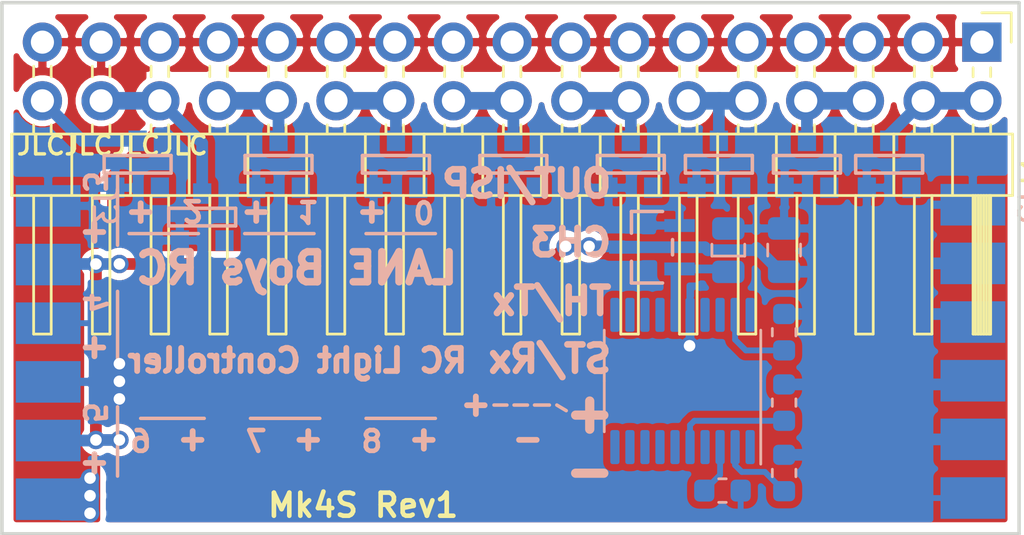
<source format=kicad_pcb>
(kicad_pcb (version 20171130) (host pcbnew 5.1.6-c6e7f7d~86~ubuntu18.04.1)

  (general
    (thickness 1.6)
    (drawings 63)
    (tracks 107)
    (zones 0)
    (modules 20)
    (nets 36)
  )

  (page A4)
  (layers
    (0 Top signal)
    (31 Bottom signal)
    (32 B.Adhes user hide)
    (33 F.Adhes user hide)
    (34 B.Paste user hide)
    (35 F.Paste user hide)
    (36 B.SilkS user hide)
    (37 F.SilkS user hide)
    (38 B.Mask user hide)
    (39 F.Mask user hide)
    (40 Dwgs.User user hide)
    (41 Cmts.User user hide)
    (42 Eco1.User user hide)
    (43 Eco2.User user hide)
    (44 Edge.Cuts user)
    (45 Margin user hide)
    (46 B.CrtYd user hide)
    (47 F.CrtYd user hide)
    (48 B.Fab user hide)
    (49 F.Fab user hide)
  )

  (setup
    (last_trace_width 0.508)
    (user_trace_width 0.2032)
    (user_trace_width 0.381)
    (user_trace_width 0.508)
    (user_trace_width 0.635)
    (user_trace_width 0.762)
    (trace_clearance 0.1778)
    (zone_clearance 0.254)
    (zone_45_only no)
    (trace_min 0.2)
    (via_size 0.8)
    (via_drill 0.5)
    (via_min_size 0.4)
    (via_min_drill 0.3)
    (uvia_size 0.3)
    (uvia_drill 0.1)
    (uvias_allowed no)
    (uvia_min_size 0.2)
    (uvia_min_drill 0.1)
    (edge_width 0.15)
    (segment_width 0.2)
    (pcb_text_width 0.3)
    (pcb_text_size 1.5 1.5)
    (mod_edge_width 0.15)
    (mod_text_size 1 1)
    (mod_text_width 0.15)
    (pad_size 1.524 1.524)
    (pad_drill 0.762)
    (pad_to_mask_clearance 0.0254)
    (solder_mask_min_width 0.1524)
    (pad_to_paste_clearance_ratio -0.05)
    (aux_axis_origin 135 114)
    (grid_origin 135 114)
    (visible_elements 7FFFFF7F)
    (pcbplotparams
      (layerselection 0x010f8_ffffffff)
      (usegerberextensions false)
      (usegerberattributes false)
      (usegerberadvancedattributes false)
      (creategerberjobfile false)
      (excludeedgelayer true)
      (linewidth 0.100000)
      (plotframeref false)
      (viasonmask false)
      (mode 1)
      (useauxorigin false)
      (hpglpennumber 1)
      (hpglpenspeed 20)
      (hpglpendiameter 15.000000)
      (psnegative false)
      (psa4output false)
      (plotreference true)
      (plotvalue true)
      (plotinvisibletext false)
      (padsonsilk false)
      (subtractmaskfromsilk true)
      (outputformat 1)
      (mirror false)
      (drillshape 0)
      (scaleselection 1)
      (outputdirectory "gerber/"))
  )

  (net 0 "")
  (net 1 +3V3)
  (net 2 GND)
  (net 3 /VIN)
  (net 4 /CH3)
  (net 5 /OUT0)
  (net 6 /OUT1)
  (net 7 /OUT2)
  (net 8 /OUT3)
  (net 9 /OUT4)
  (net 10 /OUT5)
  (net 11 /OUT6)
  (net 12 /OUT7)
  (net 13 /OUT8)
  (net 14 /LED+)
  (net 15 /OUT-ISP)
  (net 16 /ST-RX)
  (net 17 /TH-TX)
  (net 18 /ST-Rx-in)
  (net 19 /TH-Tx-in)
  (net 20 /CH3-in)
  (net 21 /OUT-ISP-out)
  (net 22 "Net-(J1-Pad34)")
  (net 23 "Net-(J1-Pad30)")
  (net 24 "Net-(J1-Pad26)")
  (net 25 "Net-(J1-Pad22)")
  (net 26 "Net-(J1-Pad18)")
  (net 27 "Net-(J1-Pad14)")
  (net 28 "Net-(J1-Pad10)")
  (net 29 "Net-(J1-Pad6)")
  (net 30 "Net-(J1-Pad2)")
  (net 31 "Net-(U1-Pad20)")
  (net 32 "Net-(U1-Pad9)")
  (net 33 "Net-(U1-Pad8)")
  (net 34 "Net-(U1-Pad4)")
  (net 35 "Net-(U1-Pad1)")

  (net_class Default "This is the default net class."
    (clearance 0.1778)
    (trace_width 0.254)
    (via_dia 0.8)
    (via_drill 0.5)
    (uvia_dia 0.3)
    (uvia_drill 0.1)
    (diff_pair_width 0.2032)
    (diff_pair_gap 0.254)
    (add_net +3V3)
    (add_net /CH3)
    (add_net /CH3-in)
    (add_net /LED+)
    (add_net /OUT-ISP)
    (add_net /OUT-ISP-out)
    (add_net /OUT0)
    (add_net /OUT1)
    (add_net /OUT2)
    (add_net /OUT3)
    (add_net /OUT4)
    (add_net /OUT5)
    (add_net /OUT6)
    (add_net /OUT7)
    (add_net /OUT8)
    (add_net /ST-RX)
    (add_net /ST-Rx-in)
    (add_net /TH-TX)
    (add_net /TH-Tx-in)
    (add_net /VIN)
    (add_net GND)
    (add_net "Net-(J1-Pad10)")
    (add_net "Net-(J1-Pad14)")
    (add_net "Net-(J1-Pad18)")
    (add_net "Net-(J1-Pad2)")
    (add_net "Net-(J1-Pad22)")
    (add_net "Net-(J1-Pad26)")
    (add_net "Net-(J1-Pad30)")
    (add_net "Net-(J1-Pad34)")
    (add_net "Net-(J1-Pad6)")
    (add_net "Net-(U1-Pad1)")
    (add_net "Net-(U1-Pad20)")
    (add_net "Net-(U1-Pad4)")
    (add_net "Net-(U1-Pad8)")
    (add_net "Net-(U1-Pad9)")
  )

  (module rc-light-controller-tlc5940-lpc812:PinHeader_1x06_P2.54mm_Flat (layer Bottom) (tedit 5F17D121) (tstamp 5F17DD54)
    (at 137 99.8 270)
    (path /5F244636)
    (fp_text reference J3 (at 0 -2.54 270) (layer B.SilkS)
      (effects (font (size 1 1) (thickness 0.15)) (justify mirror))
    )
    (fp_text value Conn_01x06 (at 0 2.54 270) (layer B.Fab)
      (effects (font (size 1 1) (thickness 0.15)) (justify mirror))
    )
    (pad 6 smd rect (at 12.7 0 270) (size 1.8 2.8) (layers Bottom B.Mask)
      (net 14 /LED+))
    (pad 5 smd rect (at 10.16 0 270) (size 1.8 2.8) (layers Bottom B.Mask)
      (net 3 /VIN))
    (pad 4 smd rect (at 7.62 0 270) (size 1.8 2.8) (layers Bottom B.Mask)
      (net 2 GND))
    (pad 3 smd rect (at 5.08 0 270) (size 1.8 2.8) (layers Bottom B.Mask)
      (net 21 /OUT-ISP-out))
    (pad 2 smd rect (at 2.54 0 270) (size 1.8 2.8) (layers Bottom B.Mask)
      (net 3 /VIN))
    (pad 1 smd rect (at 0 0 270) (size 1.8 2.8) (layers Bottom B.Mask)
      (net 2 GND))
  )

  (module rc-light-controller-tlc5940-lpc812:PinHeader_1x06_P2.54mm_Flat (layer Bottom) (tedit 5F17D121) (tstamp 5F186738)
    (at 177 99.75 270)
    (path /5F1D0E80)
    (fp_text reference J2 (at 0 -2.54 270) (layer B.SilkS)
      (effects (font (size 1 1) (thickness 0.15)) (justify mirror))
    )
    (fp_text value Conn_01x06 (at 0 2.54 270) (layer B.Fab)
      (effects (font (size 1 1) (thickness 0.15)) (justify mirror))
    )
    (pad 6 smd rect (at 12.7 0 270) (size 1.8 2.8) (layers Bottom B.Mask)
      (net 21 /OUT-ISP-out))
    (pad 5 smd rect (at 10.16 0 270) (size 1.8 2.8) (layers Bottom B.Mask)
      (net 20 /CH3-in))
    (pad 4 smd rect (at 7.62 0 270) (size 1.8 2.8) (layers Bottom B.Mask)
      (net 19 /TH-Tx-in))
    (pad 3 smd rect (at 5.08 0 270) (size 1.8 2.8) (layers Bottom B.Mask)
      (net 18 /ST-Rx-in))
    (pad 2 smd rect (at 2.54 0 270) (size 1.8 2.8) (layers Bottom B.Mask)
      (net 3 /VIN))
    (pad 1 smd rect (at 0 0 270) (size 1.8 2.8) (layers Bottom B.Mask)
      (net 2 GND))
  )

  (module Connector_PinHeader_2.54mm:PinHeader_2x17_P2.54mm_Horizontal (layer Top) (tedit 59FED5CB) (tstamp 5F184017)
    (at 177.39 92.71 270)
    (descr "Through hole angled pin header, 2x17, 2.54mm pitch, 6mm pin length, double rows")
    (tags "Through hole angled pin header THT 2x17 2.54mm double row")
    (path /5F1ABEB8)
    (fp_text reference J1 (at 5.655 -2.27 90) (layer F.SilkS)
      (effects (font (size 1 1) (thickness 0.15)))
    )
    (fp_text value Conn_02x17_Odd_Even (at 5.655 42.91 90) (layer F.Fab)
      (effects (font (size 1 1) (thickness 0.15)))
    )
    (fp_line (start 4.675 -1.27) (end 6.58 -1.27) (layer F.Fab) (width 0.1))
    (fp_line (start 6.58 -1.27) (end 6.58 41.91) (layer F.Fab) (width 0.1))
    (fp_line (start 6.58 41.91) (end 4.04 41.91) (layer F.Fab) (width 0.1))
    (fp_line (start 4.04 41.91) (end 4.04 -0.635) (layer F.Fab) (width 0.1))
    (fp_line (start 4.04 -0.635) (end 4.675 -1.27) (layer F.Fab) (width 0.1))
    (fp_line (start -0.32 -0.32) (end 4.04 -0.32) (layer F.Fab) (width 0.1))
    (fp_line (start -0.32 -0.32) (end -0.32 0.32) (layer F.Fab) (width 0.1))
    (fp_line (start -0.32 0.32) (end 4.04 0.32) (layer F.Fab) (width 0.1))
    (fp_line (start 6.58 -0.32) (end 12.58 -0.32) (layer F.Fab) (width 0.1))
    (fp_line (start 12.58 -0.32) (end 12.58 0.32) (layer F.Fab) (width 0.1))
    (fp_line (start 6.58 0.32) (end 12.58 0.32) (layer F.Fab) (width 0.1))
    (fp_line (start -0.32 2.22) (end 4.04 2.22) (layer F.Fab) (width 0.1))
    (fp_line (start -0.32 2.22) (end -0.32 2.86) (layer F.Fab) (width 0.1))
    (fp_line (start -0.32 2.86) (end 4.04 2.86) (layer F.Fab) (width 0.1))
    (fp_line (start 6.58 2.22) (end 12.58 2.22) (layer F.Fab) (width 0.1))
    (fp_line (start 12.58 2.22) (end 12.58 2.86) (layer F.Fab) (width 0.1))
    (fp_line (start 6.58 2.86) (end 12.58 2.86) (layer F.Fab) (width 0.1))
    (fp_line (start -0.32 4.76) (end 4.04 4.76) (layer F.Fab) (width 0.1))
    (fp_line (start -0.32 4.76) (end -0.32 5.4) (layer F.Fab) (width 0.1))
    (fp_line (start -0.32 5.4) (end 4.04 5.4) (layer F.Fab) (width 0.1))
    (fp_line (start 6.58 4.76) (end 12.58 4.76) (layer F.Fab) (width 0.1))
    (fp_line (start 12.58 4.76) (end 12.58 5.4) (layer F.Fab) (width 0.1))
    (fp_line (start 6.58 5.4) (end 12.58 5.4) (layer F.Fab) (width 0.1))
    (fp_line (start -0.32 7.3) (end 4.04 7.3) (layer F.Fab) (width 0.1))
    (fp_line (start -0.32 7.3) (end -0.32 7.94) (layer F.Fab) (width 0.1))
    (fp_line (start -0.32 7.94) (end 4.04 7.94) (layer F.Fab) (width 0.1))
    (fp_line (start 6.58 7.3) (end 12.58 7.3) (layer F.Fab) (width 0.1))
    (fp_line (start 12.58 7.3) (end 12.58 7.94) (layer F.Fab) (width 0.1))
    (fp_line (start 6.58 7.94) (end 12.58 7.94) (layer F.Fab) (width 0.1))
    (fp_line (start -0.32 9.84) (end 4.04 9.84) (layer F.Fab) (width 0.1))
    (fp_line (start -0.32 9.84) (end -0.32 10.48) (layer F.Fab) (width 0.1))
    (fp_line (start -0.32 10.48) (end 4.04 10.48) (layer F.Fab) (width 0.1))
    (fp_line (start 6.58 9.84) (end 12.58 9.84) (layer F.Fab) (width 0.1))
    (fp_line (start 12.58 9.84) (end 12.58 10.48) (layer F.Fab) (width 0.1))
    (fp_line (start 6.58 10.48) (end 12.58 10.48) (layer F.Fab) (width 0.1))
    (fp_line (start -0.32 12.38) (end 4.04 12.38) (layer F.Fab) (width 0.1))
    (fp_line (start -0.32 12.38) (end -0.32 13.02) (layer F.Fab) (width 0.1))
    (fp_line (start -0.32 13.02) (end 4.04 13.02) (layer F.Fab) (width 0.1))
    (fp_line (start 6.58 12.38) (end 12.58 12.38) (layer F.Fab) (width 0.1))
    (fp_line (start 12.58 12.38) (end 12.58 13.02) (layer F.Fab) (width 0.1))
    (fp_line (start 6.58 13.02) (end 12.58 13.02) (layer F.Fab) (width 0.1))
    (fp_line (start -0.32 14.92) (end 4.04 14.92) (layer F.Fab) (width 0.1))
    (fp_line (start -0.32 14.92) (end -0.32 15.56) (layer F.Fab) (width 0.1))
    (fp_line (start -0.32 15.56) (end 4.04 15.56) (layer F.Fab) (width 0.1))
    (fp_line (start 6.58 14.92) (end 12.58 14.92) (layer F.Fab) (width 0.1))
    (fp_line (start 12.58 14.92) (end 12.58 15.56) (layer F.Fab) (width 0.1))
    (fp_line (start 6.58 15.56) (end 12.58 15.56) (layer F.Fab) (width 0.1))
    (fp_line (start -0.32 17.46) (end 4.04 17.46) (layer F.Fab) (width 0.1))
    (fp_line (start -0.32 17.46) (end -0.32 18.1) (layer F.Fab) (width 0.1))
    (fp_line (start -0.32 18.1) (end 4.04 18.1) (layer F.Fab) (width 0.1))
    (fp_line (start 6.58 17.46) (end 12.58 17.46) (layer F.Fab) (width 0.1))
    (fp_line (start 12.58 17.46) (end 12.58 18.1) (layer F.Fab) (width 0.1))
    (fp_line (start 6.58 18.1) (end 12.58 18.1) (layer F.Fab) (width 0.1))
    (fp_line (start -0.32 20) (end 4.04 20) (layer F.Fab) (width 0.1))
    (fp_line (start -0.32 20) (end -0.32 20.64) (layer F.Fab) (width 0.1))
    (fp_line (start -0.32 20.64) (end 4.04 20.64) (layer F.Fab) (width 0.1))
    (fp_line (start 6.58 20) (end 12.58 20) (layer F.Fab) (width 0.1))
    (fp_line (start 12.58 20) (end 12.58 20.64) (layer F.Fab) (width 0.1))
    (fp_line (start 6.58 20.64) (end 12.58 20.64) (layer F.Fab) (width 0.1))
    (fp_line (start -0.32 22.54) (end 4.04 22.54) (layer F.Fab) (width 0.1))
    (fp_line (start -0.32 22.54) (end -0.32 23.18) (layer F.Fab) (width 0.1))
    (fp_line (start -0.32 23.18) (end 4.04 23.18) (layer F.Fab) (width 0.1))
    (fp_line (start 6.58 22.54) (end 12.58 22.54) (layer F.Fab) (width 0.1))
    (fp_line (start 12.58 22.54) (end 12.58 23.18) (layer F.Fab) (width 0.1))
    (fp_line (start 6.58 23.18) (end 12.58 23.18) (layer F.Fab) (width 0.1))
    (fp_line (start -0.32 25.08) (end 4.04 25.08) (layer F.Fab) (width 0.1))
    (fp_line (start -0.32 25.08) (end -0.32 25.72) (layer F.Fab) (width 0.1))
    (fp_line (start -0.32 25.72) (end 4.04 25.72) (layer F.Fab) (width 0.1))
    (fp_line (start 6.58 25.08) (end 12.58 25.08) (layer F.Fab) (width 0.1))
    (fp_line (start 12.58 25.08) (end 12.58 25.72) (layer F.Fab) (width 0.1))
    (fp_line (start 6.58 25.72) (end 12.58 25.72) (layer F.Fab) (width 0.1))
    (fp_line (start -0.32 27.62) (end 4.04 27.62) (layer F.Fab) (width 0.1))
    (fp_line (start -0.32 27.62) (end -0.32 28.26) (layer F.Fab) (width 0.1))
    (fp_line (start -0.32 28.26) (end 4.04 28.26) (layer F.Fab) (width 0.1))
    (fp_line (start 6.58 27.62) (end 12.58 27.62) (layer F.Fab) (width 0.1))
    (fp_line (start 12.58 27.62) (end 12.58 28.26) (layer F.Fab) (width 0.1))
    (fp_line (start 6.58 28.26) (end 12.58 28.26) (layer F.Fab) (width 0.1))
    (fp_line (start -0.32 30.16) (end 4.04 30.16) (layer F.Fab) (width 0.1))
    (fp_line (start -0.32 30.16) (end -0.32 30.8) (layer F.Fab) (width 0.1))
    (fp_line (start -0.32 30.8) (end 4.04 30.8) (layer F.Fab) (width 0.1))
    (fp_line (start 6.58 30.16) (end 12.58 30.16) (layer F.Fab) (width 0.1))
    (fp_line (start 12.58 30.16) (end 12.58 30.8) (layer F.Fab) (width 0.1))
    (fp_line (start 6.58 30.8) (end 12.58 30.8) (layer F.Fab) (width 0.1))
    (fp_line (start -0.32 32.7) (end 4.04 32.7) (layer F.Fab) (width 0.1))
    (fp_line (start -0.32 32.7) (end -0.32 33.34) (layer F.Fab) (width 0.1))
    (fp_line (start -0.32 33.34) (end 4.04 33.34) (layer F.Fab) (width 0.1))
    (fp_line (start 6.58 32.7) (end 12.58 32.7) (layer F.Fab) (width 0.1))
    (fp_line (start 12.58 32.7) (end 12.58 33.34) (layer F.Fab) (width 0.1))
    (fp_line (start 6.58 33.34) (end 12.58 33.34) (layer F.Fab) (width 0.1))
    (fp_line (start -0.32 35.24) (end 4.04 35.24) (layer F.Fab) (width 0.1))
    (fp_line (start -0.32 35.24) (end -0.32 35.88) (layer F.Fab) (width 0.1))
    (fp_line (start -0.32 35.88) (end 4.04 35.88) (layer F.Fab) (width 0.1))
    (fp_line (start 6.58 35.24) (end 12.58 35.24) (layer F.Fab) (width 0.1))
    (fp_line (start 12.58 35.24) (end 12.58 35.88) (layer F.Fab) (width 0.1))
    (fp_line (start 6.58 35.88) (end 12.58 35.88) (layer F.Fab) (width 0.1))
    (fp_line (start -0.32 37.78) (end 4.04 37.78) (layer F.Fab) (width 0.1))
    (fp_line (start -0.32 37.78) (end -0.32 38.42) (layer F.Fab) (width 0.1))
    (fp_line (start -0.32 38.42) (end 4.04 38.42) (layer F.Fab) (width 0.1))
    (fp_line (start 6.58 37.78) (end 12.58 37.78) (layer F.Fab) (width 0.1))
    (fp_line (start 12.58 37.78) (end 12.58 38.42) (layer F.Fab) (width 0.1))
    (fp_line (start 6.58 38.42) (end 12.58 38.42) (layer F.Fab) (width 0.1))
    (fp_line (start -0.32 40.32) (end 4.04 40.32) (layer F.Fab) (width 0.1))
    (fp_line (start -0.32 40.32) (end -0.32 40.96) (layer F.Fab) (width 0.1))
    (fp_line (start -0.32 40.96) (end 4.04 40.96) (layer F.Fab) (width 0.1))
    (fp_line (start 6.58 40.32) (end 12.58 40.32) (layer F.Fab) (width 0.1))
    (fp_line (start 12.58 40.32) (end 12.58 40.96) (layer F.Fab) (width 0.1))
    (fp_line (start 6.58 40.96) (end 12.58 40.96) (layer F.Fab) (width 0.1))
    (fp_line (start 3.98 -1.33) (end 3.98 41.97) (layer F.SilkS) (width 0.12))
    (fp_line (start 3.98 41.97) (end 6.64 41.97) (layer F.SilkS) (width 0.12))
    (fp_line (start 6.64 41.97) (end 6.64 -1.33) (layer F.SilkS) (width 0.12))
    (fp_line (start 6.64 -1.33) (end 3.98 -1.33) (layer F.SilkS) (width 0.12))
    (fp_line (start 6.64 -0.38) (end 12.64 -0.38) (layer F.SilkS) (width 0.12))
    (fp_line (start 12.64 -0.38) (end 12.64 0.38) (layer F.SilkS) (width 0.12))
    (fp_line (start 12.64 0.38) (end 6.64 0.38) (layer F.SilkS) (width 0.12))
    (fp_line (start 6.64 -0.32) (end 12.64 -0.32) (layer F.SilkS) (width 0.12))
    (fp_line (start 6.64 -0.2) (end 12.64 -0.2) (layer F.SilkS) (width 0.12))
    (fp_line (start 6.64 -0.08) (end 12.64 -0.08) (layer F.SilkS) (width 0.12))
    (fp_line (start 6.64 0.04) (end 12.64 0.04) (layer F.SilkS) (width 0.12))
    (fp_line (start 6.64 0.16) (end 12.64 0.16) (layer F.SilkS) (width 0.12))
    (fp_line (start 6.64 0.28) (end 12.64 0.28) (layer F.SilkS) (width 0.12))
    (fp_line (start 3.582929 -0.38) (end 3.98 -0.38) (layer F.SilkS) (width 0.12))
    (fp_line (start 3.582929 0.38) (end 3.98 0.38) (layer F.SilkS) (width 0.12))
    (fp_line (start 1.11 -0.38) (end 1.497071 -0.38) (layer F.SilkS) (width 0.12))
    (fp_line (start 1.11 0.38) (end 1.497071 0.38) (layer F.SilkS) (width 0.12))
    (fp_line (start 3.98 1.27) (end 6.64 1.27) (layer F.SilkS) (width 0.12))
    (fp_line (start 6.64 2.16) (end 12.64 2.16) (layer F.SilkS) (width 0.12))
    (fp_line (start 12.64 2.16) (end 12.64 2.92) (layer F.SilkS) (width 0.12))
    (fp_line (start 12.64 2.92) (end 6.64 2.92) (layer F.SilkS) (width 0.12))
    (fp_line (start 3.582929 2.16) (end 3.98 2.16) (layer F.SilkS) (width 0.12))
    (fp_line (start 3.582929 2.92) (end 3.98 2.92) (layer F.SilkS) (width 0.12))
    (fp_line (start 1.042929 2.16) (end 1.497071 2.16) (layer F.SilkS) (width 0.12))
    (fp_line (start 1.042929 2.92) (end 1.497071 2.92) (layer F.SilkS) (width 0.12))
    (fp_line (start 3.98 3.81) (end 6.64 3.81) (layer F.SilkS) (width 0.12))
    (fp_line (start 6.64 4.7) (end 12.64 4.7) (layer F.SilkS) (width 0.12))
    (fp_line (start 12.64 4.7) (end 12.64 5.46) (layer F.SilkS) (width 0.12))
    (fp_line (start 12.64 5.46) (end 6.64 5.46) (layer F.SilkS) (width 0.12))
    (fp_line (start 3.582929 4.7) (end 3.98 4.7) (layer F.SilkS) (width 0.12))
    (fp_line (start 3.582929 5.46) (end 3.98 5.46) (layer F.SilkS) (width 0.12))
    (fp_line (start 1.042929 4.7) (end 1.497071 4.7) (layer F.SilkS) (width 0.12))
    (fp_line (start 1.042929 5.46) (end 1.497071 5.46) (layer F.SilkS) (width 0.12))
    (fp_line (start 3.98 6.35) (end 6.64 6.35) (layer F.SilkS) (width 0.12))
    (fp_line (start 6.64 7.24) (end 12.64 7.24) (layer F.SilkS) (width 0.12))
    (fp_line (start 12.64 7.24) (end 12.64 8) (layer F.SilkS) (width 0.12))
    (fp_line (start 12.64 8) (end 6.64 8) (layer F.SilkS) (width 0.12))
    (fp_line (start 3.582929 7.24) (end 3.98 7.24) (layer F.SilkS) (width 0.12))
    (fp_line (start 3.582929 8) (end 3.98 8) (layer F.SilkS) (width 0.12))
    (fp_line (start 1.042929 7.24) (end 1.497071 7.24) (layer F.SilkS) (width 0.12))
    (fp_line (start 1.042929 8) (end 1.497071 8) (layer F.SilkS) (width 0.12))
    (fp_line (start 3.98 8.89) (end 6.64 8.89) (layer F.SilkS) (width 0.12))
    (fp_line (start 6.64 9.78) (end 12.64 9.78) (layer F.SilkS) (width 0.12))
    (fp_line (start 12.64 9.78) (end 12.64 10.54) (layer F.SilkS) (width 0.12))
    (fp_line (start 12.64 10.54) (end 6.64 10.54) (layer F.SilkS) (width 0.12))
    (fp_line (start 3.582929 9.78) (end 3.98 9.78) (layer F.SilkS) (width 0.12))
    (fp_line (start 3.582929 10.54) (end 3.98 10.54) (layer F.SilkS) (width 0.12))
    (fp_line (start 1.042929 9.78) (end 1.497071 9.78) (layer F.SilkS) (width 0.12))
    (fp_line (start 1.042929 10.54) (end 1.497071 10.54) (layer F.SilkS) (width 0.12))
    (fp_line (start 3.98 11.43) (end 6.64 11.43) (layer F.SilkS) (width 0.12))
    (fp_line (start 6.64 12.32) (end 12.64 12.32) (layer F.SilkS) (width 0.12))
    (fp_line (start 12.64 12.32) (end 12.64 13.08) (layer F.SilkS) (width 0.12))
    (fp_line (start 12.64 13.08) (end 6.64 13.08) (layer F.SilkS) (width 0.12))
    (fp_line (start 3.582929 12.32) (end 3.98 12.32) (layer F.SilkS) (width 0.12))
    (fp_line (start 3.582929 13.08) (end 3.98 13.08) (layer F.SilkS) (width 0.12))
    (fp_line (start 1.042929 12.32) (end 1.497071 12.32) (layer F.SilkS) (width 0.12))
    (fp_line (start 1.042929 13.08) (end 1.497071 13.08) (layer F.SilkS) (width 0.12))
    (fp_line (start 3.98 13.97) (end 6.64 13.97) (layer F.SilkS) (width 0.12))
    (fp_line (start 6.64 14.86) (end 12.64 14.86) (layer F.SilkS) (width 0.12))
    (fp_line (start 12.64 14.86) (end 12.64 15.62) (layer F.SilkS) (width 0.12))
    (fp_line (start 12.64 15.62) (end 6.64 15.62) (layer F.SilkS) (width 0.12))
    (fp_line (start 3.582929 14.86) (end 3.98 14.86) (layer F.SilkS) (width 0.12))
    (fp_line (start 3.582929 15.62) (end 3.98 15.62) (layer F.SilkS) (width 0.12))
    (fp_line (start 1.042929 14.86) (end 1.497071 14.86) (layer F.SilkS) (width 0.12))
    (fp_line (start 1.042929 15.62) (end 1.497071 15.62) (layer F.SilkS) (width 0.12))
    (fp_line (start 3.98 16.51) (end 6.64 16.51) (layer F.SilkS) (width 0.12))
    (fp_line (start 6.64 17.4) (end 12.64 17.4) (layer F.SilkS) (width 0.12))
    (fp_line (start 12.64 17.4) (end 12.64 18.16) (layer F.SilkS) (width 0.12))
    (fp_line (start 12.64 18.16) (end 6.64 18.16) (layer F.SilkS) (width 0.12))
    (fp_line (start 3.582929 17.4) (end 3.98 17.4) (layer F.SilkS) (width 0.12))
    (fp_line (start 3.582929 18.16) (end 3.98 18.16) (layer F.SilkS) (width 0.12))
    (fp_line (start 1.042929 17.4) (end 1.497071 17.4) (layer F.SilkS) (width 0.12))
    (fp_line (start 1.042929 18.16) (end 1.497071 18.16) (layer F.SilkS) (width 0.12))
    (fp_line (start 3.98 19.05) (end 6.64 19.05) (layer F.SilkS) (width 0.12))
    (fp_line (start 6.64 19.94) (end 12.64 19.94) (layer F.SilkS) (width 0.12))
    (fp_line (start 12.64 19.94) (end 12.64 20.7) (layer F.SilkS) (width 0.12))
    (fp_line (start 12.64 20.7) (end 6.64 20.7) (layer F.SilkS) (width 0.12))
    (fp_line (start 3.582929 19.94) (end 3.98 19.94) (layer F.SilkS) (width 0.12))
    (fp_line (start 3.582929 20.7) (end 3.98 20.7) (layer F.SilkS) (width 0.12))
    (fp_line (start 1.042929 19.94) (end 1.497071 19.94) (layer F.SilkS) (width 0.12))
    (fp_line (start 1.042929 20.7) (end 1.497071 20.7) (layer F.SilkS) (width 0.12))
    (fp_line (start 3.98 21.59) (end 6.64 21.59) (layer F.SilkS) (width 0.12))
    (fp_line (start 6.64 22.48) (end 12.64 22.48) (layer F.SilkS) (width 0.12))
    (fp_line (start 12.64 22.48) (end 12.64 23.24) (layer F.SilkS) (width 0.12))
    (fp_line (start 12.64 23.24) (end 6.64 23.24) (layer F.SilkS) (width 0.12))
    (fp_line (start 3.582929 22.48) (end 3.98 22.48) (layer F.SilkS) (width 0.12))
    (fp_line (start 3.582929 23.24) (end 3.98 23.24) (layer F.SilkS) (width 0.12))
    (fp_line (start 1.042929 22.48) (end 1.497071 22.48) (layer F.SilkS) (width 0.12))
    (fp_line (start 1.042929 23.24) (end 1.497071 23.24) (layer F.SilkS) (width 0.12))
    (fp_line (start 3.98 24.13) (end 6.64 24.13) (layer F.SilkS) (width 0.12))
    (fp_line (start 6.64 25.02) (end 12.64 25.02) (layer F.SilkS) (width 0.12))
    (fp_line (start 12.64 25.02) (end 12.64 25.78) (layer F.SilkS) (width 0.12))
    (fp_line (start 12.64 25.78) (end 6.64 25.78) (layer F.SilkS) (width 0.12))
    (fp_line (start 3.582929 25.02) (end 3.98 25.02) (layer F.SilkS) (width 0.12))
    (fp_line (start 3.582929 25.78) (end 3.98 25.78) (layer F.SilkS) (width 0.12))
    (fp_line (start 1.042929 25.02) (end 1.497071 25.02) (layer F.SilkS) (width 0.12))
    (fp_line (start 1.042929 25.78) (end 1.497071 25.78) (layer F.SilkS) (width 0.12))
    (fp_line (start 3.98 26.67) (end 6.64 26.67) (layer F.SilkS) (width 0.12))
    (fp_line (start 6.64 27.56) (end 12.64 27.56) (layer F.SilkS) (width 0.12))
    (fp_line (start 12.64 27.56) (end 12.64 28.32) (layer F.SilkS) (width 0.12))
    (fp_line (start 12.64 28.32) (end 6.64 28.32) (layer F.SilkS) (width 0.12))
    (fp_line (start 3.582929 27.56) (end 3.98 27.56) (layer F.SilkS) (width 0.12))
    (fp_line (start 3.582929 28.32) (end 3.98 28.32) (layer F.SilkS) (width 0.12))
    (fp_line (start 1.042929 27.56) (end 1.497071 27.56) (layer F.SilkS) (width 0.12))
    (fp_line (start 1.042929 28.32) (end 1.497071 28.32) (layer F.SilkS) (width 0.12))
    (fp_line (start 3.98 29.21) (end 6.64 29.21) (layer F.SilkS) (width 0.12))
    (fp_line (start 6.64 30.1) (end 12.64 30.1) (layer F.SilkS) (width 0.12))
    (fp_line (start 12.64 30.1) (end 12.64 30.86) (layer F.SilkS) (width 0.12))
    (fp_line (start 12.64 30.86) (end 6.64 30.86) (layer F.SilkS) (width 0.12))
    (fp_line (start 3.582929 30.1) (end 3.98 30.1) (layer F.SilkS) (width 0.12))
    (fp_line (start 3.582929 30.86) (end 3.98 30.86) (layer F.SilkS) (width 0.12))
    (fp_line (start 1.042929 30.1) (end 1.497071 30.1) (layer F.SilkS) (width 0.12))
    (fp_line (start 1.042929 30.86) (end 1.497071 30.86) (layer F.SilkS) (width 0.12))
    (fp_line (start 3.98 31.75) (end 6.64 31.75) (layer F.SilkS) (width 0.12))
    (fp_line (start 6.64 32.64) (end 12.64 32.64) (layer F.SilkS) (width 0.12))
    (fp_line (start 12.64 32.64) (end 12.64 33.4) (layer F.SilkS) (width 0.12))
    (fp_line (start 12.64 33.4) (end 6.64 33.4) (layer F.SilkS) (width 0.12))
    (fp_line (start 3.582929 32.64) (end 3.98 32.64) (layer F.SilkS) (width 0.12))
    (fp_line (start 3.582929 33.4) (end 3.98 33.4) (layer F.SilkS) (width 0.12))
    (fp_line (start 1.042929 32.64) (end 1.497071 32.64) (layer F.SilkS) (width 0.12))
    (fp_line (start 1.042929 33.4) (end 1.497071 33.4) (layer F.SilkS) (width 0.12))
    (fp_line (start 3.98 34.29) (end 6.64 34.29) (layer F.SilkS) (width 0.12))
    (fp_line (start 6.64 35.18) (end 12.64 35.18) (layer F.SilkS) (width 0.12))
    (fp_line (start 12.64 35.18) (end 12.64 35.94) (layer F.SilkS) (width 0.12))
    (fp_line (start 12.64 35.94) (end 6.64 35.94) (layer F.SilkS) (width 0.12))
    (fp_line (start 3.582929 35.18) (end 3.98 35.18) (layer F.SilkS) (width 0.12))
    (fp_line (start 3.582929 35.94) (end 3.98 35.94) (layer F.SilkS) (width 0.12))
    (fp_line (start 1.042929 35.18) (end 1.497071 35.18) (layer F.SilkS) (width 0.12))
    (fp_line (start 1.042929 35.94) (end 1.497071 35.94) (layer F.SilkS) (width 0.12))
    (fp_line (start 3.98 36.83) (end 6.64 36.83) (layer F.SilkS) (width 0.12))
    (fp_line (start 6.64 37.72) (end 12.64 37.72) (layer F.SilkS) (width 0.12))
    (fp_line (start 12.64 37.72) (end 12.64 38.48) (layer F.SilkS) (width 0.12))
    (fp_line (start 12.64 38.48) (end 6.64 38.48) (layer F.SilkS) (width 0.12))
    (fp_line (start 3.582929 37.72) (end 3.98 37.72) (layer F.SilkS) (width 0.12))
    (fp_line (start 3.582929 38.48) (end 3.98 38.48) (layer F.SilkS) (width 0.12))
    (fp_line (start 1.042929 37.72) (end 1.497071 37.72) (layer F.SilkS) (width 0.12))
    (fp_line (start 1.042929 38.48) (end 1.497071 38.48) (layer F.SilkS) (width 0.12))
    (fp_line (start 3.98 39.37) (end 6.64 39.37) (layer F.SilkS) (width 0.12))
    (fp_line (start 6.64 40.26) (end 12.64 40.26) (layer F.SilkS) (width 0.12))
    (fp_line (start 12.64 40.26) (end 12.64 41.02) (layer F.SilkS) (width 0.12))
    (fp_line (start 12.64 41.02) (end 6.64 41.02) (layer F.SilkS) (width 0.12))
    (fp_line (start 3.582929 40.26) (end 3.98 40.26) (layer F.SilkS) (width 0.12))
    (fp_line (start 3.582929 41.02) (end 3.98 41.02) (layer F.SilkS) (width 0.12))
    (fp_line (start 1.042929 40.26) (end 1.497071 40.26) (layer F.SilkS) (width 0.12))
    (fp_line (start 1.042929 41.02) (end 1.497071 41.02) (layer F.SilkS) (width 0.12))
    (fp_line (start -1.27 0) (end -1.27 -1.27) (layer F.SilkS) (width 0.12))
    (fp_line (start -1.27 -1.27) (end 0 -1.27) (layer F.SilkS) (width 0.12))
    (fp_line (start -1.8 -1.8) (end -1.8 42.45) (layer F.CrtYd) (width 0.05))
    (fp_line (start -1.8 42.45) (end 13.1 42.45) (layer F.CrtYd) (width 0.05))
    (fp_line (start 13.1 42.45) (end 13.1 -1.8) (layer F.CrtYd) (width 0.05))
    (fp_line (start 13.1 -1.8) (end -1.8 -1.8) (layer F.CrtYd) (width 0.05))
    (fp_text user %R (at 5.31 20.32) (layer F.Fab)
      (effects (font (size 1 1) (thickness 0.15)))
    )
    (pad 34 thru_hole oval (at 2.54 40.64 270) (size 1.7 1.7) (drill 1) (layers *.Cu *.Mask)
      (net 22 "Net-(J1-Pad34)"))
    (pad 33 thru_hole oval (at 0 40.64 270) (size 1.7 1.7) (drill 1) (layers *.Cu *.Mask)
      (net 14 /LED+))
    (pad 32 thru_hole oval (at 2.54 38.1 270) (size 1.7 1.7) (drill 1) (layers *.Cu *.Mask)
      (net 23 "Net-(J1-Pad30)"))
    (pad 31 thru_hole oval (at 0 38.1 270) (size 1.7 1.7) (drill 1) (layers *.Cu *.Mask)
      (net 14 /LED+))
    (pad 30 thru_hole oval (at 2.54 35.56 270) (size 1.7 1.7) (drill 1) (layers *.Cu *.Mask)
      (net 23 "Net-(J1-Pad30)"))
    (pad 29 thru_hole oval (at 0 35.56 270) (size 1.7 1.7) (drill 1) (layers *.Cu *.Mask)
      (net 14 /LED+))
    (pad 28 thru_hole oval (at 2.54 33.02 270) (size 1.7 1.7) (drill 1) (layers *.Cu *.Mask)
      (net 24 "Net-(J1-Pad26)"))
    (pad 27 thru_hole oval (at 0 33.02 270) (size 1.7 1.7) (drill 1) (layers *.Cu *.Mask)
      (net 14 /LED+))
    (pad 26 thru_hole oval (at 2.54 30.48 270) (size 1.7 1.7) (drill 1) (layers *.Cu *.Mask)
      (net 24 "Net-(J1-Pad26)"))
    (pad 25 thru_hole oval (at 0 30.48 270) (size 1.7 1.7) (drill 1) (layers *.Cu *.Mask)
      (net 14 /LED+))
    (pad 24 thru_hole oval (at 2.54 27.94 270) (size 1.7 1.7) (drill 1) (layers *.Cu *.Mask)
      (net 25 "Net-(J1-Pad22)"))
    (pad 23 thru_hole oval (at 0 27.94 270) (size 1.7 1.7) (drill 1) (layers *.Cu *.Mask)
      (net 14 /LED+))
    (pad 22 thru_hole oval (at 2.54 25.4 270) (size 1.7 1.7) (drill 1) (layers *.Cu *.Mask)
      (net 25 "Net-(J1-Pad22)"))
    (pad 21 thru_hole oval (at 0 25.4 270) (size 1.7 1.7) (drill 1) (layers *.Cu *.Mask)
      (net 14 /LED+))
    (pad 20 thru_hole oval (at 2.54 22.86 270) (size 1.7 1.7) (drill 1) (layers *.Cu *.Mask)
      (net 26 "Net-(J1-Pad18)"))
    (pad 19 thru_hole oval (at 0 22.86 270) (size 1.7 1.7) (drill 1) (layers *.Cu *.Mask)
      (net 14 /LED+))
    (pad 18 thru_hole oval (at 2.54 20.32 270) (size 1.7 1.7) (drill 1) (layers *.Cu *.Mask)
      (net 26 "Net-(J1-Pad18)"))
    (pad 17 thru_hole oval (at 0 20.32 270) (size 1.7 1.7) (drill 1) (layers *.Cu *.Mask)
      (net 14 /LED+))
    (pad 16 thru_hole oval (at 2.54 17.78 270) (size 1.7 1.7) (drill 1) (layers *.Cu *.Mask)
      (net 27 "Net-(J1-Pad14)"))
    (pad 15 thru_hole oval (at 0 17.78 270) (size 1.7 1.7) (drill 1) (layers *.Cu *.Mask)
      (net 14 /LED+))
    (pad 14 thru_hole oval (at 2.54 15.24 270) (size 1.7 1.7) (drill 1) (layers *.Cu *.Mask)
      (net 27 "Net-(J1-Pad14)"))
    (pad 13 thru_hole oval (at 0 15.24 270) (size 1.7 1.7) (drill 1) (layers *.Cu *.Mask)
      (net 14 /LED+))
    (pad 12 thru_hole oval (at 2.54 12.7 270) (size 1.7 1.7) (drill 1) (layers *.Cu *.Mask)
      (net 28 "Net-(J1-Pad10)"))
    (pad 11 thru_hole oval (at 0 12.7 270) (size 1.7 1.7) (drill 1) (layers *.Cu *.Mask)
      (net 14 /LED+))
    (pad 10 thru_hole oval (at 2.54 10.16 270) (size 1.7 1.7) (drill 1) (layers *.Cu *.Mask)
      (net 28 "Net-(J1-Pad10)"))
    (pad 9 thru_hole oval (at 0 10.16 270) (size 1.7 1.7) (drill 1) (layers *.Cu *.Mask)
      (net 14 /LED+))
    (pad 8 thru_hole oval (at 2.54 7.62 270) (size 1.7 1.7) (drill 1) (layers *.Cu *.Mask)
      (net 29 "Net-(J1-Pad6)"))
    (pad 7 thru_hole oval (at 0 7.62 270) (size 1.7 1.7) (drill 1) (layers *.Cu *.Mask)
      (net 14 /LED+))
    (pad 6 thru_hole oval (at 2.54 5.08 270) (size 1.7 1.7) (drill 1) (layers *.Cu *.Mask)
      (net 29 "Net-(J1-Pad6)"))
    (pad 5 thru_hole oval (at 0 5.08 270) (size 1.7 1.7) (drill 1) (layers *.Cu *.Mask)
      (net 14 /LED+))
    (pad 4 thru_hole oval (at 2.54 2.54 270) (size 1.7 1.7) (drill 1) (layers *.Cu *.Mask)
      (net 30 "Net-(J1-Pad2)"))
    (pad 3 thru_hole oval (at 0 2.54 270) (size 1.7 1.7) (drill 1) (layers *.Cu *.Mask)
      (net 14 /LED+))
    (pad 2 thru_hole oval (at 2.54 0 270) (size 1.7 1.7) (drill 1) (layers *.Cu *.Mask)
      (net 30 "Net-(J1-Pad2)"))
    (pad 1 thru_hole rect (at 0 0 270) (size 1.7 1.7) (drill 1) (layers *.Cu *.Mask)
      (net 14 /LED+))
    (model ${KISYS3DMOD}/Connector_PinHeader_2.54mm.3dshapes/PinHeader_2x17_P2.54mm_Horizontal.wrl
      (at (xyz 0 0 0))
      (scale (xyz 1 1 1))
      (rotate (xyz 0 0 0))
    )
  )

  (module Package_SO:TSSOP-20_4.4x6.5mm_P0.65mm (layer Bottom) (tedit 5E476F32) (tstamp 5F1847CA)
    (at 164.4402 107.3814 90)
    (descr "TSSOP, 20 Pin (JEDEC MO-153 Var AC https://www.jedec.org/document_search?search_api_views_fulltext=MO-153), generated with kicad-footprint-generator ipc_gullwing_generator.py")
    (tags "TSSOP SO")
    (path /5EE5F15A)
    (solder_paste_margin -0.0254)
    (attr smd)
    (fp_text reference U1 (at 0 4.2 -90) (layer B.SilkS) hide
      (effects (font (size 1 1) (thickness 0.15)) (justify mirror))
    )
    (fp_text value LPC812M101JDH20 (at -10.1854 -1.1684 -90) (layer B.Fab)
      (effects (font (size 1 1) (thickness 0.15)) (justify mirror))
    )
    (fp_line (start 3.85 3.5) (end -3.85 3.5) (layer B.CrtYd) (width 0.05))
    (fp_line (start 3.85 -3.5) (end 3.85 3.5) (layer B.CrtYd) (width 0.05))
    (fp_line (start -3.85 -3.5) (end 3.85 -3.5) (layer B.CrtYd) (width 0.05))
    (fp_line (start -3.85 3.5) (end -3.85 -3.5) (layer B.CrtYd) (width 0.05))
    (fp_line (start -2.2 2.25) (end -1.2 3.25) (layer B.Fab) (width 0.1))
    (fp_line (start -2.2 -3.25) (end -2.2 2.25) (layer B.Fab) (width 0.1))
    (fp_line (start 2.2 -3.25) (end -2.2 -3.25) (layer B.Fab) (width 0.1))
    (fp_line (start 2.2 3.25) (end 2.2 -3.25) (layer B.Fab) (width 0.1))
    (fp_line (start -1.2 3.25) (end 2.2 3.25) (layer B.Fab) (width 0.1))
    (fp_line (start 0 3.385) (end -3.6 3.385) (layer B.SilkS) (width 0.12))
    (fp_line (start 0 3.385) (end 2.2 3.385) (layer B.SilkS) (width 0.12))
    (fp_line (start 0 -3.385) (end -2.2 -3.385) (layer B.SilkS) (width 0.12))
    (fp_line (start 0 -3.385) (end 2.2 -3.385) (layer B.SilkS) (width 0.12))
    (fp_text user %R (at 0 0 -90) (layer B.Fab)
      (effects (font (size 1 1) (thickness 0.15)) (justify mirror))
    )
    (pad 20 smd roundrect (at 2.8625 2.925 90) (size 1.475 0.4) (layers Bottom B.Paste B.Mask) (roundrect_rratio 0.25)
      (net 31 "Net-(U1-Pad20)"))
    (pad 19 smd roundrect (at 2.8625 2.275 90) (size 1.475 0.4) (layers Bottom B.Paste B.Mask) (roundrect_rratio 0.25)
      (net 16 /ST-RX))
    (pad 18 smd roundrect (at 2.8625 1.625 90) (size 1.475 0.4) (layers Bottom B.Paste B.Mask) (roundrect_rratio 0.25)
      (net 10 /OUT5))
    (pad 17 smd roundrect (at 2.8625 0.975 90) (size 1.475 0.4) (layers Bottom B.Paste B.Mask) (roundrect_rratio 0.25)
      (net 5 /OUT0))
    (pad 16 smd roundrect (at 2.8625 0.325 90) (size 1.475 0.4) (layers Bottom B.Paste B.Mask) (roundrect_rratio 0.25)
      (net 2 GND))
    (pad 15 smd roundrect (at 2.8625 -0.325 90) (size 1.475 0.4) (layers Bottom B.Paste B.Mask) (roundrect_rratio 0.25)
      (net 1 +3V3))
    (pad 14 smd roundrect (at 2.8625 -0.975 90) (size 1.475 0.4) (layers Bottom B.Paste B.Mask) (roundrect_rratio 0.25)
      (net 13 /OUT8))
    (pad 13 smd roundrect (at 2.8625 -1.625 90) (size 1.475 0.4) (layers Bottom B.Paste B.Mask) (roundrect_rratio 0.25)
      (net 12 /OUT7))
    (pad 12 smd roundrect (at 2.8625 -2.275 90) (size 1.475 0.4) (layers Bottom B.Paste B.Mask) (roundrect_rratio 0.25)
      (net 11 /OUT6))
    (pad 11 smd roundrect (at 2.8625 -2.925 90) (size 1.475 0.4) (layers Bottom B.Paste B.Mask) (roundrect_rratio 0.25)
      (net 9 /OUT4))
    (pad 10 smd roundrect (at -2.8625 -2.925 90) (size 1.475 0.4) (layers Bottom B.Paste B.Mask) (roundrect_rratio 0.25)
      (net 7 /OUT2))
    (pad 9 smd roundrect (at -2.8625 -2.275 90) (size 1.475 0.4) (layers Bottom B.Paste B.Mask) (roundrect_rratio 0.25)
      (net 32 "Net-(U1-Pad9)"))
    (pad 8 smd roundrect (at -2.8625 -1.625 90) (size 1.475 0.4) (layers Bottom B.Paste B.Mask) (roundrect_rratio 0.25)
      (net 33 "Net-(U1-Pad8)"))
    (pad 7 smd roundrect (at -2.8625 -0.975 90) (size 1.475 0.4) (layers Bottom B.Paste B.Mask) (roundrect_rratio 0.25)
      (net 6 /OUT1))
    (pad 6 smd roundrect (at -2.8625 -0.325 90) (size 1.475 0.4) (layers Bottom B.Paste B.Mask) (roundrect_rratio 0.25)
      (net 8 /OUT3))
    (pad 5 smd roundrect (at -2.8625 0.325 90) (size 1.475 0.4) (layers Bottom B.Paste B.Mask) (roundrect_rratio 0.25)
      (net 17 /TH-TX))
    (pad 4 smd roundrect (at -2.8625 0.975 90) (size 1.475 0.4) (layers Bottom B.Paste B.Mask) (roundrect_rratio 0.25)
      (net 34 "Net-(U1-Pad4)"))
    (pad 3 smd roundrect (at -2.8625 1.625 90) (size 1.475 0.4) (layers Bottom B.Paste B.Mask) (roundrect_rratio 0.25)
      (net 15 /OUT-ISP))
    (pad 2 smd roundrect (at -2.8625 2.275 90) (size 1.475 0.4) (layers Bottom B.Paste B.Mask) (roundrect_rratio 0.25)
      (net 4 /CH3))
    (pad 1 smd roundrect (at -2.8625 2.925 90) (size 1.475 0.4) (layers Bottom B.Paste B.Mask) (roundrect_rratio 0.25)
      (net 35 "Net-(U1-Pad1)"))
    (model ${KISYS3DMOD}/Package_SO.3dshapes/TSSOP-20_4.4x6.5mm_P0.65mm.wrl
      (at (xyz 0 0 0))
      (scale (xyz 1 1 1))
      (rotate (xyz 0 0 0))
    )
  )

  (module rc-light-controller-tlc5940-lpc812:SOT-23 (layer Bottom) (tedit 0) (tstamp 5EE5A841)
    (at 162.178 97.998)
    (descr "<b>Small Outline Transistor</b>")
    (path /5EEE2D0F)
    (fp_text reference T4 (at -1.397 3.302 180) (layer B.SilkS) hide
      (effects (font (size 1.2065 1.2065) (thickness 0.127)) (justify left bottom mirror))
    )
    (fp_text value NMOSSOT23 (at -1.397 1.778 180) (layer B.Fab) hide
      (effects (font (size 1.2065 1.2065) (thickness 0.127)) (justify left bottom mirror))
    )
    (fp_poly (pts (xy -0.1778 -0.9398) (xy 0.2032 -0.9398) (xy 0.2032 -0.4318) (xy -0.1778 -0.4318)) (layer B.Fab) (width 0))
    (fp_poly (pts (xy -1.143 0.4318) (xy -0.762 0.4318) (xy -0.762 0.9398) (xy -1.143 0.9398)) (layer B.Fab) (width 0))
    (fp_poly (pts (xy 0.7874 0.4318) (xy 1.1684 0.4318) (xy 1.1684 0.9398) (xy 0.7874 0.9398)) (layer B.Fab) (width 0))
    (fp_line (start -1.4224 -0.381) (end -1.4224 0.381) (layer B.SilkS) (width 0.1524))
    (fp_line (start 1.4732 -0.381) (end -1.4224 -0.381) (layer B.SilkS) (width 0.1524))
    (fp_line (start 1.4732 0.381) (end 1.4732 -0.381) (layer B.SilkS) (width 0.1524))
    (fp_line (start -1.4224 0.381) (end 1.4732 0.381) (layer B.SilkS) (width 0.1524))
    (pad 1 smd rect (at 0.0254 -1.016) (size 0.7874 0.889) (layers Bottom B.Paste B.Mask)
      (net 27 "Net-(J1-Pad14)") (solder_mask_margin 0.0508))
    (pad 2 smd rect (at -0.9398 1.016) (size 0.7874 0.889) (layers Bottom B.Paste B.Mask)
      (net 2 GND) (solder_mask_margin 0.0508))
    (pad 3 smd rect (at 0.9906 1.016) (size 0.7874 0.889) (layers Bottom B.Paste B.Mask)
      (net 8 /OUT3) (solder_mask_margin 0.0508))
    (model ${KISYS3DMOD}/Package_TO_SOT_SMD.3dshapes/SOT-23.step
      (at (xyz 0 0 0))
      (scale (xyz 1 1 1))
      (rotate (xyz 0 0 90))
    )
  )

  (module rc-light-controller-tlc5940-lpc812:SOT-23 (layer Bottom) (tedit 0) (tstamp 5EE5A421)
    (at 173.354 97.998)
    (descr "<b>Small Outline Transistor</b>")
    (path /8692C711)
    (fp_text reference T1 (at -1.397 3.302 180) (layer B.SilkS) hide
      (effects (font (size 1.2065 1.2065) (thickness 0.127)) (justify left bottom mirror))
    )
    (fp_text value NMOSSOT23 (at -5.7668 -5.161 90) (layer B.Fab) hide
      (effects (font (size 1.2065 1.2065) (thickness 0.127)) (justify left bottom mirror))
    )
    (fp_poly (pts (xy -0.1778 -0.9398) (xy 0.2032 -0.9398) (xy 0.2032 -0.4318) (xy -0.1778 -0.4318)) (layer B.Fab) (width 0))
    (fp_poly (pts (xy -1.143 0.4318) (xy -0.762 0.4318) (xy -0.762 0.9398) (xy -1.143 0.9398)) (layer B.Fab) (width 0))
    (fp_poly (pts (xy 0.7874 0.4318) (xy 1.1684 0.4318) (xy 1.1684 0.9398) (xy 0.7874 0.9398)) (layer B.Fab) (width 0))
    (fp_line (start -1.4224 -0.381) (end -1.4224 0.381) (layer B.SilkS) (width 0.1524))
    (fp_line (start 1.4732 -0.381) (end -1.4224 -0.381) (layer B.SilkS) (width 0.1524))
    (fp_line (start 1.4732 0.381) (end 1.4732 -0.381) (layer B.SilkS) (width 0.1524))
    (fp_line (start -1.4224 0.381) (end 1.4732 0.381) (layer B.SilkS) (width 0.1524))
    (pad 1 smd rect (at 0.0254 -1.016) (size 0.7874 0.889) (layers Bottom B.Paste B.Mask)
      (net 30 "Net-(J1-Pad2)") (solder_mask_margin 0.0508))
    (pad 2 smd rect (at -0.9398 1.016) (size 0.7874 0.889) (layers Bottom B.Paste B.Mask)
      (net 2 GND) (solder_mask_margin 0.0508))
    (pad 3 smd rect (at 0.9906 1.016) (size 0.7874 0.889) (layers Bottom B.Paste B.Mask)
      (net 5 /OUT0) (solder_mask_margin 0.0508))
    (model ${KISYS3DMOD}/Package_TO_SOT_SMD.3dshapes/SOT-23.step
      (at (xyz 0 0 0))
      (scale (xyz 1 1 1))
      (rotate (xyz 0 0 90))
    )
  )

  (module rc-light-controller-tlc5940-lpc812:SOT-23 (layer Bottom) (tedit 0) (tstamp 5F18429C)
    (at 146.938 97.998)
    (descr "<b>Small Outline Transistor</b>")
    (path /5EEE6005)
    (fp_text reference T7 (at -1.397 3.302 180) (layer B.SilkS) hide
      (effects (font (size 1.2065 1.2065) (thickness 0.127)) (justify left bottom mirror))
    )
    (fp_text value NMOSSOT23 (at -1.397 1.778 180) (layer B.Fab) hide
      (effects (font (size 1.2065 1.2065) (thickness 0.127)) (justify left bottom mirror))
    )
    (fp_poly (pts (xy -0.1778 -0.9398) (xy 0.2032 -0.9398) (xy 0.2032 -0.4318) (xy -0.1778 -0.4318)) (layer B.Fab) (width 0))
    (fp_poly (pts (xy -1.143 0.4318) (xy -0.762 0.4318) (xy -0.762 0.9398) (xy -1.143 0.9398)) (layer B.Fab) (width 0))
    (fp_poly (pts (xy 0.7874 0.4318) (xy 1.1684 0.4318) (xy 1.1684 0.9398) (xy 0.7874 0.9398)) (layer B.Fab) (width 0))
    (fp_line (start -1.4224 -0.381) (end -1.4224 0.381) (layer B.SilkS) (width 0.1524))
    (fp_line (start 1.4732 -0.381) (end -1.4224 -0.381) (layer B.SilkS) (width 0.1524))
    (fp_line (start 1.4732 0.381) (end 1.4732 -0.381) (layer B.SilkS) (width 0.1524))
    (fp_line (start -1.4224 0.381) (end 1.4732 0.381) (layer B.SilkS) (width 0.1524))
    (pad 1 smd rect (at 0.0254 -1.016) (size 0.7874 0.889) (layers Bottom B.Paste B.Mask)
      (net 24 "Net-(J1-Pad26)") (solder_mask_margin 0.0508))
    (pad 2 smd rect (at -0.9398 1.016) (size 0.7874 0.889) (layers Bottom B.Paste B.Mask)
      (net 2 GND) (solder_mask_margin 0.0508))
    (pad 3 smd rect (at 0.9906 1.016) (size 0.7874 0.889) (layers Bottom B.Paste B.Mask)
      (net 11 /OUT6) (solder_mask_margin 0.0508))
    (model ${KISYS3DMOD}/Package_TO_SOT_SMD.3dshapes/SOT-23.step
      (at (xyz 0 0 0))
      (scale (xyz 1 1 1))
      (rotate (xyz 0 0 90))
    )
  )

  (module rc-light-controller-tlc5940-lpc812:SOT-23 (layer Bottom) (tedit 0) (tstamp 5EE5A887)
    (at 140.842 97.998)
    (descr "<b>Small Outline Transistor</b>")
    (path /5EEE69E5)
    (fp_text reference T9 (at -1.397 3.302 180) (layer B.SilkS) hide
      (effects (font (size 1.2065 1.2065) (thickness 0.127)) (justify left bottom mirror))
    )
    (fp_text value NMOSSOT23 (at -1.397 1.778 180) (layer B.Fab) hide
      (effects (font (size 1.2065 1.2065) (thickness 0.127)) (justify left bottom mirror))
    )
    (fp_poly (pts (xy -0.1778 -0.9398) (xy 0.2032 -0.9398) (xy 0.2032 -0.4318) (xy -0.1778 -0.4318)) (layer B.Fab) (width 0))
    (fp_poly (pts (xy -1.143 0.4318) (xy -0.762 0.4318) (xy -0.762 0.9398) (xy -1.143 0.9398)) (layer B.Fab) (width 0))
    (fp_poly (pts (xy 0.7874 0.4318) (xy 1.1684 0.4318) (xy 1.1684 0.9398) (xy 0.7874 0.9398)) (layer B.Fab) (width 0))
    (fp_line (start -1.4224 -0.381) (end -1.4224 0.381) (layer B.SilkS) (width 0.1524))
    (fp_line (start 1.4732 -0.381) (end -1.4224 -0.381) (layer B.SilkS) (width 0.1524))
    (fp_line (start 1.4732 0.381) (end 1.4732 -0.381) (layer B.SilkS) (width 0.1524))
    (fp_line (start -1.4224 0.381) (end 1.4732 0.381) (layer B.SilkS) (width 0.1524))
    (pad 1 smd rect (at 0.0254 -1.016) (size 0.7874 0.889) (layers Bottom B.Paste B.Mask)
      (net 22 "Net-(J1-Pad34)") (solder_mask_margin 0.0508))
    (pad 2 smd rect (at -0.9398 1.016) (size 0.7874 0.889) (layers Bottom B.Paste B.Mask)
      (net 2 GND) (solder_mask_margin 0.0508))
    (pad 3 smd rect (at 0.9906 1.016) (size 0.7874 0.889) (layers Bottom B.Paste B.Mask)
      (net 13 /OUT8) (solder_mask_margin 0.0508))
    (model ${KISYS3DMOD}/Package_TO_SOT_SMD.3dshapes/SOT-23.step
      (at (xyz 0 0 0))
      (scale (xyz 1 1 1))
      (rotate (xyz 0 0 90))
    )
  )

  (module rc-light-controller-tlc5940-lpc812:SOT-23 (layer Bottom) (tedit 0) (tstamp 5EE5A879)
    (at 143.636 100.284)
    (descr "<b>Small Outline Transistor</b>")
    (path /5EEE6489)
    (fp_text reference T8 (at -1.397 3.302 180) (layer B.SilkS) hide
      (effects (font (size 1.2065 1.2065) (thickness 0.127)) (justify left bottom mirror))
    )
    (fp_text value NMOSSOT23 (at -1.397 1.778 180) (layer B.Fab) hide
      (effects (font (size 1.2065 1.2065) (thickness 0.127)) (justify left bottom mirror))
    )
    (fp_poly (pts (xy -0.1778 -0.9398) (xy 0.2032 -0.9398) (xy 0.2032 -0.4318) (xy -0.1778 -0.4318)) (layer B.Fab) (width 0))
    (fp_poly (pts (xy -1.143 0.4318) (xy -0.762 0.4318) (xy -0.762 0.9398) (xy -1.143 0.9398)) (layer B.Fab) (width 0))
    (fp_poly (pts (xy 0.7874 0.4318) (xy 1.1684 0.4318) (xy 1.1684 0.9398) (xy 0.7874 0.9398)) (layer B.Fab) (width 0))
    (fp_line (start -1.4224 -0.381) (end -1.4224 0.381) (layer B.SilkS) (width 0.1524))
    (fp_line (start 1.4732 -0.381) (end -1.4224 -0.381) (layer B.SilkS) (width 0.1524))
    (fp_line (start 1.4732 0.381) (end 1.4732 -0.381) (layer B.SilkS) (width 0.1524))
    (fp_line (start -1.4224 0.381) (end 1.4732 0.381) (layer B.SilkS) (width 0.1524))
    (pad 1 smd rect (at 0.0254 -1.016) (size 0.7874 0.889) (layers Bottom B.Paste B.Mask)
      (net 23 "Net-(J1-Pad30)") (solder_mask_margin 0.0508))
    (pad 2 smd rect (at -0.9398 1.016) (size 0.7874 0.889) (layers Bottom B.Paste B.Mask)
      (net 2 GND) (solder_mask_margin 0.0508))
    (pad 3 smd rect (at 0.9906 1.016) (size 0.7874 0.889) (layers Bottom B.Paste B.Mask)
      (net 12 /OUT7) (solder_mask_margin 0.0508))
    (model ${KISYS3DMOD}/Package_TO_SOT_SMD.3dshapes/SOT-23.step
      (at (xyz 0 0 0))
      (scale (xyz 1 1 1))
      (rotate (xyz 0 0 90))
    )
  )

  (module rc-light-controller-tlc5940-lpc812:SOT-23 (layer Bottom) (tedit 0) (tstamp 5EE5AE9E)
    (at 152.018 97.998)
    (descr "<b>Small Outline Transistor</b>")
    (path /5EEE5899)
    (fp_text reference T6 (at -1.397 3.302 180) (layer B.SilkS) hide
      (effects (font (size 1.2065 1.2065) (thickness 0.127)) (justify left bottom mirror))
    )
    (fp_text value NMOSSOT23 (at -1.397 1.778 180) (layer B.Fab) hide
      (effects (font (size 1.2065 1.2065) (thickness 0.127)) (justify left bottom mirror))
    )
    (fp_poly (pts (xy -0.1778 -0.9398) (xy 0.2032 -0.9398) (xy 0.2032 -0.4318) (xy -0.1778 -0.4318)) (layer B.Fab) (width 0))
    (fp_poly (pts (xy -1.143 0.4318) (xy -0.762 0.4318) (xy -0.762 0.9398) (xy -1.143 0.9398)) (layer B.Fab) (width 0))
    (fp_poly (pts (xy 0.7874 0.4318) (xy 1.1684 0.4318) (xy 1.1684 0.9398) (xy 0.7874 0.9398)) (layer B.Fab) (width 0))
    (fp_line (start -1.4224 -0.381) (end -1.4224 0.381) (layer B.SilkS) (width 0.1524))
    (fp_line (start 1.4732 -0.381) (end -1.4224 -0.381) (layer B.SilkS) (width 0.1524))
    (fp_line (start 1.4732 0.381) (end 1.4732 -0.381) (layer B.SilkS) (width 0.1524))
    (fp_line (start -1.4224 0.381) (end 1.4732 0.381) (layer B.SilkS) (width 0.1524))
    (pad 1 smd rect (at 0.0254 -1.016) (size 0.7874 0.889) (layers Bottom B.Paste B.Mask)
      (net 25 "Net-(J1-Pad22)") (solder_mask_margin 0.0508))
    (pad 2 smd rect (at -0.9398 1.016) (size 0.7874 0.889) (layers Bottom B.Paste B.Mask)
      (net 2 GND) (solder_mask_margin 0.0508))
    (pad 3 smd rect (at 0.9906 1.016) (size 0.7874 0.889) (layers Bottom B.Paste B.Mask)
      (net 10 /OUT5) (solder_mask_margin 0.0508))
    (model ${KISYS3DMOD}/Package_TO_SOT_SMD.3dshapes/SOT-23.step
      (at (xyz 0 0 0))
      (scale (xyz 1 1 1))
      (rotate (xyz 0 0 90))
    )
  )

  (module rc-light-controller-tlc5940-lpc812:SOT-23 (layer Bottom) (tedit 0) (tstamp 5EE5B186)
    (at 157.098 97.998)
    (descr "<b>Small Outline Transistor</b>")
    (path /5EEE34BB)
    (fp_text reference T5 (at -1.397 3.302 180) (layer B.SilkS) hide
      (effects (font (size 1.2065 1.2065) (thickness 0.127)) (justify left bottom mirror))
    )
    (fp_text value NMOSSOT23 (at -1.397 1.778 180) (layer B.Fab) hide
      (effects (font (size 1.2065 1.2065) (thickness 0.127)) (justify left bottom mirror))
    )
    (fp_poly (pts (xy -0.1778 -0.9398) (xy 0.2032 -0.9398) (xy 0.2032 -0.4318) (xy -0.1778 -0.4318)) (layer B.Fab) (width 0))
    (fp_poly (pts (xy -1.143 0.4318) (xy -0.762 0.4318) (xy -0.762 0.9398) (xy -1.143 0.9398)) (layer B.Fab) (width 0))
    (fp_poly (pts (xy 0.7874 0.4318) (xy 1.1684 0.4318) (xy 1.1684 0.9398) (xy 0.7874 0.9398)) (layer B.Fab) (width 0))
    (fp_line (start -1.4224 -0.381) (end -1.4224 0.381) (layer B.SilkS) (width 0.1524))
    (fp_line (start 1.4732 -0.381) (end -1.4224 -0.381) (layer B.SilkS) (width 0.1524))
    (fp_line (start 1.4732 0.381) (end 1.4732 -0.381) (layer B.SilkS) (width 0.1524))
    (fp_line (start -1.4224 0.381) (end 1.4732 0.381) (layer B.SilkS) (width 0.1524))
    (pad 1 smd rect (at 0.0254 -1.016) (size 0.7874 0.889) (layers Bottom B.Paste B.Mask)
      (net 26 "Net-(J1-Pad18)") (solder_mask_margin 0.0508))
    (pad 2 smd rect (at -0.9398 1.016) (size 0.7874 0.889) (layers Bottom B.Paste B.Mask)
      (net 2 GND) (solder_mask_margin 0.0508))
    (pad 3 smd rect (at 0.9906 1.016) (size 0.7874 0.889) (layers Bottom B.Paste B.Mask)
      (net 9 /OUT4) (solder_mask_margin 0.0508))
    (model ${KISYS3DMOD}/Package_TO_SOT_SMD.3dshapes/SOT-23.step
      (at (xyz 0 0 0))
      (scale (xyz 1 1 1))
      (rotate (xyz 0 0 90))
    )
  )

  (module rc-light-controller-tlc5940-lpc812:SOT-23 (layer Bottom) (tedit 0) (tstamp 5EE5A833)
    (at 165.988 97.998)
    (descr "<b>Small Outline Transistor</b>")
    (path /5EEE0AF7)
    (fp_text reference T3 (at -1.397 3.302 180) (layer B.SilkS) hide
      (effects (font (size 1.2065 1.2065) (thickness 0.127)) (justify left bottom mirror))
    )
    (fp_text value NMOSSOT23 (at -1.397 1.778 180) (layer B.Fab) hide
      (effects (font (size 1.2065 1.2065) (thickness 0.127)) (justify left bottom mirror))
    )
    (fp_poly (pts (xy -0.1778 -0.9398) (xy 0.2032 -0.9398) (xy 0.2032 -0.4318) (xy -0.1778 -0.4318)) (layer B.Fab) (width 0))
    (fp_poly (pts (xy -1.143 0.4318) (xy -0.762 0.4318) (xy -0.762 0.9398) (xy -1.143 0.9398)) (layer B.Fab) (width 0))
    (fp_poly (pts (xy 0.7874 0.4318) (xy 1.1684 0.4318) (xy 1.1684 0.9398) (xy 0.7874 0.9398)) (layer B.Fab) (width 0))
    (fp_line (start -1.4224 -0.381) (end -1.4224 0.381) (layer B.SilkS) (width 0.1524))
    (fp_line (start 1.4732 -0.381) (end -1.4224 -0.381) (layer B.SilkS) (width 0.1524))
    (fp_line (start 1.4732 0.381) (end 1.4732 -0.381) (layer B.SilkS) (width 0.1524))
    (fp_line (start -1.4224 0.381) (end 1.4732 0.381) (layer B.SilkS) (width 0.1524))
    (pad 1 smd rect (at 0.0254 -1.016) (size 0.7874 0.889) (layers Bottom B.Paste B.Mask)
      (net 28 "Net-(J1-Pad10)") (solder_mask_margin 0.0508))
    (pad 2 smd rect (at -0.9398 1.016) (size 0.7874 0.889) (layers Bottom B.Paste B.Mask)
      (net 2 GND) (solder_mask_margin 0.0508))
    (pad 3 smd rect (at 0.9906 1.016) (size 0.7874 0.889) (layers Bottom B.Paste B.Mask)
      (net 7 /OUT2) (solder_mask_margin 0.0508))
    (model ${KISYS3DMOD}/Package_TO_SOT_SMD.3dshapes/SOT-23.step
      (at (xyz 0 0 0))
      (scale (xyz 1 1 1))
      (rotate (xyz 0 0 90))
    )
  )

  (module rc-light-controller-tlc5940-lpc812:SOT-23 (layer Bottom) (tedit 0) (tstamp 5EE5A825)
    (at 169.798 97.998)
    (descr "<b>Small Outline Transistor</b>")
    (path /5EEDFD3A)
    (fp_text reference T2 (at -1.397 3.302 180) (layer B.SilkS) hide
      (effects (font (size 1.2065 1.2065) (thickness 0.127)) (justify left bottom mirror))
    )
    (fp_text value NMOSSOT23 (at -1.397 1.778 180) (layer B.Fab) hide
      (effects (font (size 1.2065 1.2065) (thickness 0.127)) (justify left bottom mirror))
    )
    (fp_poly (pts (xy -0.1778 -0.9398) (xy 0.2032 -0.9398) (xy 0.2032 -0.4318) (xy -0.1778 -0.4318)) (layer B.Fab) (width 0))
    (fp_poly (pts (xy -1.143 0.4318) (xy -0.762 0.4318) (xy -0.762 0.9398) (xy -1.143 0.9398)) (layer B.Fab) (width 0))
    (fp_poly (pts (xy 0.7874 0.4318) (xy 1.1684 0.4318) (xy 1.1684 0.9398) (xy 0.7874 0.9398)) (layer B.Fab) (width 0))
    (fp_line (start -1.4224 -0.381) (end -1.4224 0.381) (layer B.SilkS) (width 0.1524))
    (fp_line (start 1.4732 -0.381) (end -1.4224 -0.381) (layer B.SilkS) (width 0.1524))
    (fp_line (start 1.4732 0.381) (end 1.4732 -0.381) (layer B.SilkS) (width 0.1524))
    (fp_line (start -1.4224 0.381) (end 1.4732 0.381) (layer B.SilkS) (width 0.1524))
    (pad 1 smd rect (at 0.0254 -1.016) (size 0.7874 0.889) (layers Bottom B.Paste B.Mask)
      (net 29 "Net-(J1-Pad6)") (solder_mask_margin 0.0508))
    (pad 2 smd rect (at -0.9398 1.016) (size 0.7874 0.889) (layers Bottom B.Paste B.Mask)
      (net 2 GND) (solder_mask_margin 0.0508))
    (pad 3 smd rect (at 0.9906 1.016) (size 0.7874 0.889) (layers Bottom B.Paste B.Mask)
      (net 6 /OUT1) (solder_mask_margin 0.0508))
    (model ${KISYS3DMOD}/Package_TO_SOT_SMD.3dshapes/SOT-23.step
      (at (xyz 0 0 0))
      (scale (xyz 1 1 1))
      (rotate (xyz 0 0 90))
    )
  )

  (module Capacitor_SMD:C_0805_2012Metric (layer Bottom) (tedit 5CD12D21) (tstamp 5F1846F0)
    (at 166.4214 101.7172 90)
    (descr "Capacitor SMD 0805 (2012 Metric), square (rectangular) end terminal, IPC_7351 nominal, (Body size source: https://docs.google.com/spreadsheets/d/1BsfQQcO9C6DZCsRaXUlFlo91Tg2WpOkGARC1WS5S8t0/edit?usp=sharing), generated with kicad-footprint-generator")
    (tags capacitor)
    (path /5C870864)
    (attr smd)
    (fp_text reference C2 (at 0 1.65 90) (layer B.SilkS) hide
      (effects (font (size 1 1) (thickness 0.15)) (justify mirror))
    )
    (fp_text value 47u/6V3 (at 3.8354 0.0254 -90) (layer B.Fab)
      (effects (font (size 0.8 0.8) (thickness 0.15)) (justify mirror))
    )
    (fp_line (start -0.254 0.7112) (end -0.254 -0.7112) (layer B.SilkS) (width 0.12))
    (fp_line (start 1.68 -0.95) (end -1.68 -0.95) (layer B.CrtYd) (width 0.05))
    (fp_line (start 1.68 0.95) (end 1.68 -0.95) (layer B.CrtYd) (width 0.05))
    (fp_line (start -1.68 0.95) (end 1.68 0.95) (layer B.CrtYd) (width 0.05))
    (fp_line (start -1.68 -0.95) (end -1.68 0.95) (layer B.CrtYd) (width 0.05))
    (fp_line (start -0.258578 -0.71) (end 0.258578 -0.71) (layer B.SilkS) (width 0.12))
    (fp_line (start -0.258578 0.71) (end 0.258578 0.71) (layer B.SilkS) (width 0.12))
    (fp_line (start 1 -0.6) (end -1 -0.6) (layer B.Fab) (width 0.1))
    (fp_line (start 1 0.6) (end 1 -0.6) (layer B.Fab) (width 0.1))
    (fp_line (start -1 0.6) (end 1 0.6) (layer B.Fab) (width 0.1))
    (fp_line (start -1 -0.6) (end -1 0.6) (layer B.Fab) (width 0.1))
    (fp_text user %R (at 0 0 90) (layer B.Fab)
      (effects (font (size 0.5 0.5) (thickness 0.08)) (justify mirror))
    )
    (pad 1 smd roundrect (at -0.9375 0 90) (size 0.975 1.4) (layers Bottom B.Paste B.Mask) (roundrect_rratio 0.25)
      (net 1 +3V3))
    (pad 2 smd roundrect (at 0.9375 0 90) (size 0.975 1.4) (layers Bottom B.Paste B.Mask) (roundrect_rratio 0.25)
      (net 2 GND))
    (model ${KISYS3DMOD}/Capacitor_SMD.3dshapes/C_0805_2012Metric.wrl
      (at (xyz 0 0 0))
      (scale (xyz 1 1 1))
      (rotate (xyz 0 0 0))
    )
  )

  (module rc-light-controller-tlc5940-lpc812:SOT95P300X145-3N (layer Bottom) (tedit 5C81BE4A) (tstamp 5F18472D)
    (at 163.1194 101.5902 270)
    (path /09B5DC2D)
    (fp_text reference U$1 (at -4.2418 2.413 270) (layer B.SilkS) hide
      (effects (font (size 1.97866 1.97866) (thickness 0.197866)) (justify right bottom mirror))
    )
    (fp_text value 3V3 (at -1.0378 -0.4307 270) (layer B.Fab)
      (effects (font (size 0.77216 0.77216) (thickness 0.115824)) (justify right bottom mirror))
    )
    (fp_line (start -0.6858 -0.889) (end -1.1938 -0.889) (layer B.Fab) (width 0.1524))
    (fp_line (start -1.1938 -0.889) (end -1.1938 -1.4986) (layer B.Fab) (width 0.1524))
    (fp_line (start -1.1938 -1.4986) (end -0.6858 -1.4986) (layer B.Fab) (width 0.1524))
    (fp_line (start -0.6858 -1.4986) (end -0.6858 -0.889) (layer B.Fab) (width 0.1524))
    (fp_line (start 1.1938 -0.889) (end 0.6858 -0.889) (layer B.Fab) (width 0.1524))
    (fp_line (start 0.6858 -0.889) (end 0.6858 -1.4986) (layer B.Fab) (width 0.1524))
    (fp_line (start 0.6858 -1.4986) (end 1.1938 -1.4986) (layer B.Fab) (width 0.1524))
    (fp_line (start 1.1938 -1.4986) (end 1.1938 -0.889) (layer B.Fab) (width 0.1524))
    (fp_line (start -0.254 0.889) (end 0.254 0.889) (layer B.Fab) (width 0.1524))
    (fp_line (start 0.254 0.889) (end 0.254 1.4986) (layer B.Fab) (width 0.1524))
    (fp_line (start 0.254 1.4986) (end -0.254 1.4986) (layer B.Fab) (width 0.1524))
    (fp_line (start -0.254 1.4986) (end -0.254 0.889) (layer B.Fab) (width 0.1524))
    (fp_line (start -1.5494 -0.889) (end 1.5494 -0.889) (layer B.Fab) (width 0.1524))
    (fp_line (start 1.5494 -0.889) (end 1.5494 0.889) (layer B.Fab) (width 0.1524))
    (fp_line (start 1.5494 0.889) (end -1.5494 0.889) (layer B.Fab) (width 0.1524))
    (fp_line (start -1.5494 0.889) (end -1.5494 -0.889) (layer B.Fab) (width 0.1524))
    (fp_line (start -0.6096 0.889) (end -1.5494 0.889) (layer B.SilkS) (width 0.1524))
    (fp_line (start -0.3302 -0.889) (end 0.3302 -0.889) (layer B.SilkS) (width 0.1524))
    (fp_line (start 1.5494 -0.4572) (end 1.5494 0.889) (layer B.SilkS) (width 0.1524))
    (fp_line (start 1.5494 0.889) (end 0.6096 0.889) (layer B.SilkS) (width 0.1524))
    (fp_line (start -1.5494 0.889) (end -1.5494 -0.4572) (layer B.SilkS) (width 0.1524))
    (pad 3 smd rect (at 0 1.1938 270) (size 0.5588 1.3208) (layers Bottom B.Paste B.Mask)
      (net 3 /VIN) (solder_mask_margin 0.0508))
    (pad 2 smd rect (at 0.9398 -1.1938 270) (size 0.5588 1.3208) (layers Bottom B.Paste B.Mask)
      (net 1 +3V3) (solder_mask_margin 0.0508))
    (pad 1 smd rect (at -0.9398 -1.1938 270) (size 0.5588 1.3208) (layers Bottom B.Paste B.Mask)
      (net 2 GND) (solder_mask_margin 0.0508))
    (model ${KISYS3DMOD}/Package_TO_SOT_SMD.3dshapes/SOT-23W.step
      (at (xyz 0 0 0))
      (scale (xyz 1 1 1))
      (rotate (xyz 0 0 -90))
    )
  )

  (module Resistor_SMD:R_0603_1608Metric (layer Bottom) (tedit 5C81E5A0) (tstamp 5F184605)
    (at 166.1685 112.1276 180)
    (descr "Resistor SMD 0603 (1608 Metric), square (rectangular) end terminal, IPC_7351 nominal, (Body size source: http://www.tortai-tech.com/upload/download/2011102023233369053.pdf), generated with kicad-footprint-generator")
    (tags resistor)
    (path /29741822)
    (attr smd)
    (fp_text reference R2 (at 0 1.43) (layer B.SilkS) hide
      (effects (font (size 1 1) (thickness 0.15)) (justify mirror))
    )
    (fp_text value 1k (at 0.0243 1.2228) (layer B.Fab)
      (effects (font (size 1 1) (thickness 0.15)) (justify mirror))
    )
    (fp_line (start 1.48 -0.73) (end -1.48 -0.73) (layer B.CrtYd) (width 0.05))
    (fp_line (start 1.48 0.73) (end 1.48 -0.73) (layer B.CrtYd) (width 0.05))
    (fp_line (start -1.48 0.73) (end 1.48 0.73) (layer B.CrtYd) (width 0.05))
    (fp_line (start -1.48 -0.73) (end -1.48 0.73) (layer B.CrtYd) (width 0.05))
    (fp_line (start -0.162779 -0.51) (end 0.162779 -0.51) (layer B.SilkS) (width 0.12))
    (fp_line (start -0.162779 0.51) (end 0.162779 0.51) (layer B.SilkS) (width 0.12))
    (fp_line (start 0.8 -0.4) (end -0.8 -0.4) (layer B.Fab) (width 0.1))
    (fp_line (start 0.8 0.4) (end 0.8 -0.4) (layer B.Fab) (width 0.1))
    (fp_line (start -0.8 0.4) (end 0.8 0.4) (layer B.Fab) (width 0.1))
    (fp_line (start -0.8 -0.4) (end -0.8 0.4) (layer B.Fab) (width 0.1))
    (fp_text user %R (at 0 0) (layer B.Fab)
      (effects (font (size 0.4 0.4) (thickness 0.06)) (justify mirror))
    )
    (pad 1 smd roundrect (at -0.7875 0 180) (size 0.875 0.95) (layers Bottom B.Paste B.Mask) (roundrect_rratio 0.25)
      (net 21 /OUT-ISP-out))
    (pad 2 smd roundrect (at 0.7875 0 180) (size 0.875 0.95) (layers Bottom B.Paste B.Mask) (roundrect_rratio 0.25)
      (net 15 /OUT-ISP))
    (model ${KISYS3DMOD}/Resistor_SMD.3dshapes/R_0603_1608Metric.wrl
      (at (xyz 0 0 0))
      (scale (xyz 1 1 1))
      (rotate (xyz 0 0 0))
    )
  )

  (module Resistor_SMD:R_0603_1608Metric (layer Bottom) (tedit 5C81E58E) (tstamp 5F184638)
    (at 168.8355 105.2696 270)
    (descr "Resistor SMD 0603 (1608 Metric), square (rectangular) end terminal, IPC_7351 nominal, (Body size source: http://www.tortai-tech.com/upload/download/2011102023233369053.pdf), generated with kicad-footprint-generator")
    (tags resistor)
    (path /3A5EE2B3)
    (attr smd)
    (fp_text reference R3 (at 0 1.43 270) (layer B.SilkS) hide
      (effects (font (size 1 1) (thickness 0.15)) (justify mirror))
    )
    (fp_text value 1k (at 0 -1.43 270) (layer B.Fab)
      (effects (font (size 1 1) (thickness 0.15)) (justify mirror))
    )
    (fp_line (start -0.8 -0.4) (end -0.8 0.4) (layer B.Fab) (width 0.1))
    (fp_line (start -0.8 0.4) (end 0.8 0.4) (layer B.Fab) (width 0.1))
    (fp_line (start 0.8 0.4) (end 0.8 -0.4) (layer B.Fab) (width 0.1))
    (fp_line (start 0.8 -0.4) (end -0.8 -0.4) (layer B.Fab) (width 0.1))
    (fp_line (start -0.162779 0.51) (end 0.162779 0.51) (layer B.SilkS) (width 0.12))
    (fp_line (start -0.162779 -0.51) (end 0.162779 -0.51) (layer B.SilkS) (width 0.12))
    (fp_line (start -1.48 -0.73) (end -1.48 0.73) (layer B.CrtYd) (width 0.05))
    (fp_line (start -1.48 0.73) (end 1.48 0.73) (layer B.CrtYd) (width 0.05))
    (fp_line (start 1.48 0.73) (end 1.48 -0.73) (layer B.CrtYd) (width 0.05))
    (fp_line (start 1.48 -0.73) (end -1.48 -0.73) (layer B.CrtYd) (width 0.05))
    (fp_text user %R (at 0 0 270) (layer B.Fab)
      (effects (font (size 0.4 0.4) (thickness 0.06)) (justify mirror))
    )
    (pad 2 smd roundrect (at 0.7875 0 270) (size 0.875 0.95) (layers Bottom B.Paste B.Mask) (roundrect_rratio 0.25)
      (net 16 /ST-RX))
    (pad 1 smd roundrect (at -0.7875 0 270) (size 0.875 0.95) (layers Bottom B.Paste B.Mask) (roundrect_rratio 0.25)
      (net 18 /ST-Rx-in))
    (model ${KISYS3DMOD}/Resistor_SMD.3dshapes/R_0603_1608Metric.wrl
      (at (xyz 0 0 0))
      (scale (xyz 1 1 1))
      (rotate (xyz 0 0 0))
    )
  )

  (module Resistor_SMD:R_0603_1608Metric (layer Bottom) (tedit 5C81E592) (tstamp 5F184668)
    (at 168.8355 108.3176 270)
    (descr "Resistor SMD 0603 (1608 Metric), square (rectangular) end terminal, IPC_7351 nominal, (Body size source: http://www.tortai-tech.com/upload/download/2011102023233369053.pdf), generated with kicad-footprint-generator")
    (tags resistor)
    (path /EB3F1CA8)
    (attr smd)
    (fp_text reference R4 (at 0 1.43 270) (layer B.SilkS) hide
      (effects (font (size 1 1) (thickness 0.15)) (justify mirror))
    )
    (fp_text value 1k (at 0 -1.43 270) (layer B.Fab)
      (effects (font (size 1 1) (thickness 0.15)) (justify mirror))
    )
    (fp_line (start 1.48 -0.73) (end -1.48 -0.73) (layer B.CrtYd) (width 0.05))
    (fp_line (start 1.48 0.73) (end 1.48 -0.73) (layer B.CrtYd) (width 0.05))
    (fp_line (start -1.48 0.73) (end 1.48 0.73) (layer B.CrtYd) (width 0.05))
    (fp_line (start -1.48 -0.73) (end -1.48 0.73) (layer B.CrtYd) (width 0.05))
    (fp_line (start -0.162779 -0.51) (end 0.162779 -0.51) (layer B.SilkS) (width 0.12))
    (fp_line (start -0.162779 0.51) (end 0.162779 0.51) (layer B.SilkS) (width 0.12))
    (fp_line (start 0.8 -0.4) (end -0.8 -0.4) (layer B.Fab) (width 0.1))
    (fp_line (start 0.8 0.4) (end 0.8 -0.4) (layer B.Fab) (width 0.1))
    (fp_line (start -0.8 0.4) (end 0.8 0.4) (layer B.Fab) (width 0.1))
    (fp_line (start -0.8 -0.4) (end -0.8 0.4) (layer B.Fab) (width 0.1))
    (fp_text user %R (at 0 0 270) (layer B.Fab)
      (effects (font (size 0.4 0.4) (thickness 0.06)) (justify mirror))
    )
    (pad 1 smd roundrect (at -0.7875 0 270) (size 0.875 0.95) (layers Bottom B.Paste B.Mask) (roundrect_rratio 0.25)
      (net 19 /TH-Tx-in))
    (pad 2 smd roundrect (at 0.7875 0 270) (size 0.875 0.95) (layers Bottom B.Paste B.Mask) (roundrect_rratio 0.25)
      (net 17 /TH-TX))
    (model ${KISYS3DMOD}/Resistor_SMD.3dshapes/R_0603_1608Metric.wrl
      (at (xyz 0 0 0))
      (scale (xyz 1 1 1))
      (rotate (xyz 0 0 0))
    )
  )

  (module Resistor_SMD:R_0603_1608Metric (layer Bottom) (tedit 5C81E59D) (tstamp 5F184785)
    (at 168.8355 111.3656 270)
    (descr "Resistor SMD 0603 (1608 Metric), square (rectangular) end terminal, IPC_7351 nominal, (Body size source: http://www.tortai-tech.com/upload/download/2011102023233369053.pdf), generated with kicad-footprint-generator")
    (tags resistor)
    (path /5049E5A2)
    (attr smd)
    (fp_text reference R6 (at 0 1.43 270) (layer B.SilkS) hide
      (effects (font (size 1 1) (thickness 0.15)) (justify mirror))
    )
    (fp_text value 1k (at 0 -1.43 270) (layer B.Fab)
      (effects (font (size 1 1) (thickness 0.15)) (justify mirror))
    )
    (fp_line (start -0.8 -0.4) (end -0.8 0.4) (layer B.Fab) (width 0.1))
    (fp_line (start -0.8 0.4) (end 0.8 0.4) (layer B.Fab) (width 0.1))
    (fp_line (start 0.8 0.4) (end 0.8 -0.4) (layer B.Fab) (width 0.1))
    (fp_line (start 0.8 -0.4) (end -0.8 -0.4) (layer B.Fab) (width 0.1))
    (fp_line (start -0.162779 0.51) (end 0.162779 0.51) (layer B.SilkS) (width 0.12))
    (fp_line (start -0.162779 -0.51) (end 0.162779 -0.51) (layer B.SilkS) (width 0.12))
    (fp_line (start -1.48 -0.73) (end -1.48 0.73) (layer B.CrtYd) (width 0.05))
    (fp_line (start -1.48 0.73) (end 1.48 0.73) (layer B.CrtYd) (width 0.05))
    (fp_line (start 1.48 0.73) (end 1.48 -0.73) (layer B.CrtYd) (width 0.05))
    (fp_line (start 1.48 -0.73) (end -1.48 -0.73) (layer B.CrtYd) (width 0.05))
    (fp_text user %R (at 0 0 270) (layer B.Fab)
      (effects (font (size 0.4 0.4) (thickness 0.06)) (justify mirror))
    )
    (pad 2 smd roundrect (at 0.7875 0 270) (size 0.875 0.95) (layers Bottom B.Paste B.Mask) (roundrect_rratio 0.25)
      (net 4 /CH3))
    (pad 1 smd roundrect (at -0.7875 0 270) (size 0.875 0.95) (layers Bottom B.Paste B.Mask) (roundrect_rratio 0.25)
      (net 20 /CH3-in))
    (model ${KISYS3DMOD}/Resistor_SMD.3dshapes/R_0603_1608Metric.wrl
      (at (xyz 0 0 0))
      (scale (xyz 1 1 1))
      (rotate (xyz 0 0 0))
    )
  )

  (module Capacitor_SMD:C_0805_2012Metric (layer Bottom) (tedit 5C81E597) (tstamp 5F184698)
    (at 168.8355 101.7136 90)
    (descr "Capacitor SMD 0805 (2012 Metric), square (rectangular) end terminal, IPC_7351 nominal, (Body size source: https://docs.google.com/spreadsheets/d/1BsfQQcO9C6DZCsRaXUlFlo91Tg2WpOkGARC1WS5S8t0/edit?usp=sharing), generated with kicad-footprint-generator")
    (tags capacitor)
    (path /30D010B6)
    (attr smd)
    (fp_text reference C1 (at 0 1.65 90) (layer B.SilkS) hide
      (effects (font (size 1 1) (thickness 0.15)) (justify mirror))
    )
    (fp_text value 1u/16V (at 4.1366 -0.0265 90) (layer B.Fab)
      (effects (font (size 1 1) (thickness 0.15)) (justify mirror))
    )
    (fp_line (start 1.68 -0.95) (end -1.68 -0.95) (layer B.CrtYd) (width 0.05))
    (fp_line (start 1.68 0.95) (end 1.68 -0.95) (layer B.CrtYd) (width 0.05))
    (fp_line (start -1.68 0.95) (end 1.68 0.95) (layer B.CrtYd) (width 0.05))
    (fp_line (start -1.68 -0.95) (end -1.68 0.95) (layer B.CrtYd) (width 0.05))
    (fp_line (start -0.258578 -0.71) (end 0.258578 -0.71) (layer B.SilkS) (width 0.12))
    (fp_line (start -0.258578 0.71) (end 0.258578 0.71) (layer B.SilkS) (width 0.12))
    (fp_line (start 1 -0.6) (end -1 -0.6) (layer B.Fab) (width 0.1))
    (fp_line (start 1 0.6) (end 1 -0.6) (layer B.Fab) (width 0.1))
    (fp_line (start -1 0.6) (end 1 0.6) (layer B.Fab) (width 0.1))
    (fp_line (start -1 -0.6) (end -1 0.6) (layer B.Fab) (width 0.1))
    (fp_text user %R (at 0 0 90) (layer B.Fab)
      (effects (font (size 0.5 0.5) (thickness 0.08)) (justify mirror))
    )
    (pad 1 smd roundrect (at -0.9375 0 90) (size 0.975 1.4) (layers Bottom B.Paste B.Mask) (roundrect_rratio 0.25)
      (net 3 /VIN))
    (pad 2 smd roundrect (at 0.9375 0 90) (size 0.975 1.4) (layers Bottom B.Paste B.Mask) (roundrect_rratio 0.25)
      (net 2 GND))
    (model ${KISYS3DMOD}/Capacitor_SMD.3dshapes/C_0805_2012Metric.wrl
      (at (xyz 0 0 0))
      (scale (xyz 1 1 1))
      (rotate (xyz 0 0 0))
    )
  )

  (dimension 15 (width 0.15) (layer Cmts.User)
    (gr_text "15.000 mm" (at 170.3 106.5 90) (layer Cmts.User)
      (effects (font (size 1 1) (thickness 0.15)))
    )
    (feature1 (pts (xy 169 99) (xy 169.586421 99)))
    (feature2 (pts (xy 169 114) (xy 169.586421 114)))
    (crossbar (pts (xy 169 114) (xy 169 99)))
    (arrow1a (pts (xy 169 99) (xy 169.586421 100.126504)))
    (arrow1b (pts (xy 169 99) (xy 168.413579 100.126504)))
    (arrow2a (pts (xy 169 114) (xy 169.586421 112.873496)))
    (arrow2b (pts (xy 169 114) (xy 168.413579 112.873496)))
  )
  (gr_text JLCJLCJLCJLC (at 135.5588 97.1852) (layer F.SilkS)
    (effects (font (size 0.8 0.8) (thickness 0.15)) (justify left))
  )
  (gr_line (start 159.003 108.4238) (end 159.4094 108.666) (layer B.SilkS) (width 0.1524) (tstamp 5EE6F001))
  (gr_line (start 158.0378 108.4238) (end 158.6812 108.4238) (layer B.SilkS) (width 0.1524) (tstamp 5EE6EFFD))
  (gr_line (start 157.1524 108.4238) (end 157.733 108.4238) (layer B.SilkS) (width 0.1524) (tstamp 5EE6EFFB))
  (gr_line (start 153.75 101) (end 150.75 101) (layer B.SilkS) (width 0.15) (tstamp 5EE6EED3))
  (gr_line (start 148.5 101) (end 145.5 101) (layer B.SilkS) (width 0.15) (tstamp 5EE6EED1))
  (gr_line (start 143.5 101) (end 140.5 101) (layer B.SilkS) (width 0.15) (tstamp 5EE6EECE))
  (gr_line (start 140 101.5) (end 140 98.5) (layer B.SilkS) (width 0.15) (tstamp 5EE6EECC))
  (gr_line (start 140 106.5) (end 140 103.5) (layer B.SilkS) (width 0.15) (tstamp 5EE6EEC7))
  (gr_line (start 140 111.5) (end 140 108.5) (layer B.SilkS) (width 0.15) (tstamp 5EE6EEC4))
  (gr_line (start 141 109) (end 143.75 109) (layer B.SilkS) (width 0.15) (tstamp 5EE6EEBF))
  (gr_line (start 145.75 109) (end 148.75 109) (layer B.SilkS) (width 0.15) (tstamp 5EE6EEBD))
  (gr_line (start 150.75 109) (end 153.75 109) (layer B.SilkS) (width 0.15))
  (gr_line (start 156.2852 108.4238) (end 156.844 108.4238) (layer B.SilkS) (width 0.1524))
  (gr_text - (at 157.75 110 180) (layer B.SilkS) (tstamp 5EE6ED90)
    (effects (font (size 1 1) (thickness 0.25)) (justify mirror))
  )
  (gr_text + (at 155.5 108.5 180) (layer B.SilkS) (tstamp 5EE6ED82)
    (effects (font (size 1 1) (thickness 0.25)) (justify mirror))
  )
  (gr_text + (at 151 100) (layer B.SilkS) (tstamp 5EE66366)
    (effects (font (size 1 1) (thickness 0.25)) (justify mirror))
  )
  (gr_text + (at 146 100) (layer B.SilkS) (tstamp 5EE66364)
    (effects (font (size 1 1) (thickness 0.25)) (justify mirror))
  )
  (gr_text + (at 141 100) (layer B.SilkS) (tstamp 5EE66362)
    (effects (font (size 1 1) (thickness 0.25)) (justify mirror))
  )
  (gr_text + (at 139 101 180) (layer B.SilkS) (tstamp 5EE66360)
    (effects (font (size 1 1) (thickness 0.25)) (justify mirror))
  )
  (gr_text + (at 139 106 180) (layer B.SilkS) (tstamp 5EE6635E)
    (effects (font (size 1 1) (thickness 0.25)) (justify mirror))
  )
  (gr_text + (at 139 111 180) (layer B.SilkS) (tstamp 5EE6635C)
    (effects (font (size 1 1) (thickness 0.25)) (justify mirror))
  )
  (gr_text + (at 143.25 110 180) (layer B.SilkS) (tstamp 5EE6635A)
    (effects (font (size 1 1) (thickness 0.25)) (justify mirror))
  )
  (gr_text + (at 148.25 110 180) (layer B.SilkS) (tstamp 5EE66358)
    (effects (font (size 1 1) (thickness 0.25)) (justify mirror))
  )
  (dimension 23 (width 0.3) (layer Cmts.User)
    (gr_text "23.000 mm" (at 183.1 102.5 270) (layer Cmts.User)
      (effects (font (size 1.5 1.5) (thickness 0.3)))
    )
    (feature1 (pts (xy 179 114) (xy 181.586421 114)))
    (feature2 (pts (xy 179 91) (xy 181.586421 91)))
    (crossbar (pts (xy 181 91) (xy 181 114)))
    (arrow1a (pts (xy 181 114) (xy 180.413579 112.873496)))
    (arrow1b (pts (xy 181 114) (xy 181.586421 112.873496)))
    (arrow2a (pts (xy 181 91) (xy 180.413579 92.126504)))
    (arrow2b (pts (xy 181 91) (xy 181.586421 92.126504)))
  )
  (dimension 44 (width 0.3) (layer Cmts.User)
    (gr_text "44.000 mm" (at 157 118.1) (layer Cmts.User)
      (effects (font (size 1.5 1.5) (thickness 0.3)))
    )
    (feature1 (pts (xy 179 114) (xy 179 116.586421)))
    (feature2 (pts (xy 135 114) (xy 135 116.586421)))
    (crossbar (pts (xy 135 116) (xy 179 116)))
    (arrow1a (pts (xy 179 116) (xy 177.873496 116.586421)))
    (arrow1b (pts (xy 179 116) (xy 177.873496 115.413579)))
    (arrow2a (pts (xy 135 116) (xy 136.126504 116.586421)))
    (arrow2b (pts (xy 135 116) (xy 136.126504 115.413579)))
  )
  (gr_text "Mk4S Rev1" (at 150.621 112.7633) (layer F.SilkS) (tstamp 5CCBA7CD)
    (effects (font (size 1 1) (thickness 0.2)))
  )
  (gr_text "RC Light Controller" (at 147.7772 106.5) (layer B.SilkS) (tstamp 5EE6636C)
    (effects (font (size 1 1) (thickness 0.25)) (justify mirror))
  )
  (gr_text "LANE Boys RC" (at 147.75 102.5) (layer B.SilkS) (tstamp 5C81E30F)
    (effects (font (size 1.3 1.3) (thickness 0.325)) (justify mirror))
  )
  (gr_text 4 (at 139 104 270) (layer B.SilkS)
    (effects (font (size 0.9 0.9) (thickness 0.2)) (justify mirror))
  )
  (gr_text 8 (at 151 110) (layer B.SilkS)
    (effects (font (size 0.9 0.9) (thickness 0.2)) (justify mirror))
  )
  (gr_text 7 (at 146 110) (layer B.SilkS)
    (effects (font (size 0.9 0.9) (thickness 0.2)) (justify mirror))
  )
  (gr_text 5 (at 139 108.75 270) (layer B.SilkS)
    (effects (font (size 0.9 0.9) (thickness 0.2)) (justify mirror))
  )
  (gr_text 3 (at 139 98.75 270) (layer B.SilkS)
    (effects (font (size 0.9 0.9) (thickness 0.2)) (justify mirror))
  )
  (gr_text 2 (at 143.25 100 180) (layer B.SilkS)
    (effects (font (size 0.9 0.9) (thickness 0.2)) (justify mirror))
  )
  (gr_text 1 (at 148.25 100.0379 180) (layer B.SilkS)
    (effects (font (size 0.9 0.9) (thickness 0.2)) (justify mirror))
  )
  (gr_text 0 (at 153.25 100.0506 180) (layer B.SilkS)
    (effects (font (size 0.9 0.9) (thickness 0.2)) (justify mirror))
  )
  (gr_text 6 (at 141 110) (layer B.SilkS)
    (effects (font (size 0.9 0.9) (thickness 0.2)) (justify mirror))
  )
  (gr_text + (at 153.25 110 180) (layer B.SilkS)
    (effects (font (size 1 1) (thickness 0.25)) (justify mirror))
  )
  (gr_text - (at 160.4264 111.2647) (layer B.SilkS) (tstamp 5C81E135)
    (effects (font (size 1.6 1.6) (thickness 0.4)) (justify mirror))
  )
  (gr_text + (at 160.4264 108.7501) (layer B.SilkS)
    (effects (font (size 1.6 1.6) (thickness 0.4)) (justify mirror))
  )
  (gr_text ST/Rx (at 161.5 106.426) (layer B.SilkS)
    (effects (font (size 1.143 1.143) (thickness 0.28575)) (justify left mirror))
  )
  (gr_text TH/Tx (at 161.5 103.9241) (layer B.SilkS)
    (effects (font (size 1.143 1.143) (thickness 0.28575)) (justify left mirror))
  )
  (gr_text CH3 (at 161.5 101.3841) (layer B.SilkS) (tstamp 5EE62C7B)
    (effects (font (size 1.143 1.143) (thickness 0.28575)) (justify left mirror))
  )
  (gr_text OUT/ISP (at 161.5 98.8441) (layer B.SilkS) (tstamp 5C81E0F1)
    (effects (font (size 1.143 1.143) (thickness 0.28575)) (justify left mirror))
  )
  (gr_line (start 150 100) (end 152.5 100) (layer Margin) (width 0.2))
  (gr_line (start 150 101) (end 150 100) (layer Margin) (width 0.2))
  (gr_line (start 158 112) (end 158 114) (layer Margin) (width 0.2))
  (gr_line (start 158 98) (end 158 96) (layer Margin) (width 0.2))
  (gr_line (start 152.5 112) (end 158 112) (layer Margin) (width 0.2))
  (gr_line (start 144 112) (end 152.5 112) (layer Margin) (width 0.2))
  (gr_line (start 144 109) (end 144 112) (layer Margin) (width 0.2))
  (gr_line (start 138 109) (end 144 109) (layer Margin) (width 0.2))
  (gr_line (start 138 101) (end 138 109) (layer Margin) (width 0.2))
  (gr_line (start 150 101) (end 138 101) (layer Margin) (width 0.2))
  (gr_line (start 152.5 98) (end 152.5 100) (layer Margin) (width 0.2))
  (gr_line (start 152.5 98) (end 158 98) (layer Margin) (width 0.2))
  (gr_line (start 135.0011 91) (end 135.0011 114) (layer Edge.Cuts) (width 0.15) (tstamp 4EB2990))
  (gr_line (start 135.0011 114) (end 179 114) (layer Edge.Cuts) (width 0.15) (tstamp 4EDE790))
  (gr_line (start 179 114) (end 179 91) (layer Edge.Cuts) (width 0.15) (tstamp 4EDED60))
  (gr_line (start 179 91) (end 135 91) (layer Edge.Cuts) (width 0.15) (tstamp 4EDF330))
  (gr_line (start 153.8722 108.0564) (end 155.0406 108.0564) (layer F.Fab) (width 0.15) (tstamp 537E3B0))

  (segment (start 166.2967 102.53) (end 166.4214 102.6547) (width 0.381) (layer Bottom) (net 1) (tstamp 5F184626))
  (segment (start 164.3132 102.53) (end 166.2967 102.53) (width 0.381) (layer Bottom) (net 1) (tstamp 5F1846DD))
  (segment (start 164.3184 102.5352) (end 164.3132 102.53) (width 0.381) (layer Bottom) (net 1) (tstamp 5F1846D4))
  (segment (start 164.1152 102.728) (end 164.3132 102.53) (width 0.381) (layer Bottom) (net 1) (tstamp 5F1846DA))
  (segment (start 164.1152 104.5189) (end 164.1152 102.728) (width 0.381) (layer Bottom) (net 1) (tstamp 5F1846D7))
  (via (at 164.745 105.8574) (size 0.8) (drill 0.5) (layers Top Bottom) (net 2) (tstamp 5F1846D1))
  (segment (start 164.7652 105.8372) (end 164.745 105.8574) (width 0.381) (layer Bottom) (net 2) (tstamp 5F1846CE))
  (segment (start 164.7652 104.5189) (end 164.7652 105.8372) (width 0.381) (layer Bottom) (net 2) (tstamp 5F1846CB))
  (via (at 140.08 107.396) (size 0.8) (drill 0.5) (layers Top Bottom) (net 2))
  (via (at 140.08 106.634) (size 0.8) (drill 0.5) (layers Top Bottom) (net 2))
  (via (at 140.08 108.158) (size 0.8) (drill 0.5) (layers Top Bottom) (net 2))
  (segment (start 137.024 107.396) (end 137 107.42) (width 0.762) (layer Bottom) (net 2))
  (via (at 140.08 109.936) (size 0.8) (drill 0.5) (layers Top Bottom) (net 3))
  (via (at 160.4 101.554) (size 0.8) (drill 0.5) (layers Top Bottom) (net 3))
  (via (at 159.384 101.554) (size 0.8) (drill 0.5) (layers Top Bottom) (net 3))
  (via (at 139.064 102.316) (size 0.8) (drill 0.5) (layers Top Bottom) (net 3))
  (via (at 140.08 102.316) (size 0.8) (drill 0.5) (layers Top Bottom) (net 3))
  (segment (start 167.539 101.7172) (end 167.6406 101.6156) (width 0.381) (layer Bottom) (net 3) (tstamp 5F1846C8))
  (segment (start 168.6761 102.6511) (end 167.6406 101.6156) (width 0.508) (layer Bottom) (net 3) (tstamp 5F1846C5))
  (segment (start 168.8355 102.6511) (end 168.6761 102.6511) (width 0.381) (layer Bottom) (net 3) (tstamp 5F1846C2))
  (segment (start 165.4054 101.5902) (end 161.9256 101.5902) (width 0.508) (layer Bottom) (net 3) (tstamp 5F1846BF))
  (segment (start 167.539 101.7172) (end 165.5324 101.7172) (width 0.508) (layer Bottom) (net 3) (tstamp 5F1846BC))
  (segment (start 165.5324 101.7172) (end 165.4054 101.5902) (width 0.508) (layer Bottom) (net 3) (tstamp 5F1846B9))
  (segment (start 137.024 102.316) (end 137 102.34) (width 0.508) (layer Bottom) (net 3))
  (segment (start 139.064 102.316) (end 137.024 102.316) (width 0.508) (layer Bottom) (net 3))
  (segment (start 140.08 102.316) (end 139.064 102.316) (width 0.508) (layer Bottom) (net 3))
  (segment (start 161.8894 101.554) (end 161.9256 101.5902) (width 0.508) (layer Bottom) (net 3))
  (segment (start 160.4 101.554) (end 161.8894 101.554) (width 0.508) (layer Bottom) (net 3))
  (segment (start 159.384 101.554) (end 160.4 101.554) (width 0.508) (layer Bottom) (net 3))
  (segment (start 158.622 102.316) (end 159.384 101.554) (width 0.508) (layer Top) (net 3))
  (segment (start 140.08 102.316) (end 158.622 102.316) (width 0.508) (layer Top) (net 3))
  (segment (start 166.7152 110.2439) (end 166.7152 111.028) (width 0.254) (layer Bottom) (net 4) (tstamp 5F1845F3))
  (segment (start 166.7152 111.028) (end 167.0056 111.3184) (width 0.254) (layer Bottom) (net 4) (tstamp 5F1845F0))
  (segment (start 168.0008 111.3184) (end 168.8355 112.1531) (width 0.254) (layer Bottom) (net 4) (tstamp 5F1845ED))
  (segment (start 167.0056 111.3184) (end 168.0008 111.3184) (width 0.254) (layer Bottom) (net 4) (tstamp 5F1845EA))
  (segment (start 161.5152 104.1008) (end 161.5152 104.5189) (width 0.254) (layer Bottom) (net 9) (tstamp 5F1845E7))
  (via (at 138.81 113.111) (size 0.8) (drill 0.5) (layers Top Bottom) (net 14))
  (via (at 138.81 112.349) (size 0.8) (drill 0.5) (layers Top Bottom) (net 14))
  (via (at 138.81 111.587) (size 0.8) (drill 0.5) (layers Top Bottom) (net 14))
  (segment (start 138.81 111.587) (end 138.81 112.349) (width 0.762) (layer Bottom) (net 14))
  (segment (start 138.81 112.349) (end 138.81 113.111) (width 0.762) (layer Bottom) (net 14))
  (segment (start 137.151 112.349) (end 137 112.5) (width 0.762) (layer Bottom) (net 14))
  (segment (start 137.897 112.5) (end 137 112.5) (width 0.635) (layer Bottom) (net 14))
  (segment (start 138.81 111.587) (end 137.897 112.5) (width 0.635) (layer Bottom) (net 14))
  (segment (start 138.81 113.111) (end 137.611 113.111) (width 0.635) (layer Bottom) (net 14))
  (segment (start 137.611 113.111) (end 137 112.5) (width 0.635) (layer Bottom) (net 14))
  (segment (start 138.81 113.111) (end 138.048 112.349) (width 0.635) (layer Bottom) (net 14))
  (segment (start 138.81 112.349) (end 138.048 112.349) (width 0.762) (layer Bottom) (net 14))
  (segment (start 138.048 112.349) (end 137.151 112.349) (width 0.762) (layer Bottom) (net 14))
  (via (at 139.064 109.936) (size 0.8) (drill 0.5) (layers Top Bottom) (net 3))
  (segment (start 139.04 109.96) (end 139.064 109.936) (width 0.508) (layer Bottom) (net 3))
  (segment (start 137 109.96) (end 139.04 109.96) (width 0.508) (layer Bottom) (net 3))
  (segment (start 139.064 109.936) (end 140.08 109.936) (width 0.508) (layer Bottom) (net 3))
  (segment (start 139.064 102.316) (end 139.064 109.936) (width 0.508) (layer Top) (net 3))
  (segment (start 177 102.29) (end 172.364 102.29) (width 0.508) (layer Bottom) (net 3))
  (segment (start 172.0029 102.6511) (end 168.8355 102.6511) (width 0.508) (layer Bottom) (net 3))
  (segment (start 172.364 102.29) (end 172.0029 102.6511) (width 0.508) (layer Bottom) (net 3))
  (segment (start 166.0652 111.4434) (end 166.0652 110.2439) (width 0.254) (layer Bottom) (net 15) (tstamp 5F1845E4))
  (segment (start 165.381 112.1276) (end 166.0652 111.4434) (width 0.254) (layer Bottom) (net 15) (tstamp 5F1845E1))
  (segment (start 166.7152 105.5924) (end 166.7152 104.5189) (width 0.254) (layer Bottom) (net 16) (tstamp 5F184773))
  (segment (start 168.8355 106.0571) (end 167.1799 106.0571) (width 0.254) (layer Bottom) (net 16) (tstamp 5F184770))
  (segment (start 167.1799 106.0571) (end 166.7152 105.5924) (width 0.254) (layer Bottom) (net 16) (tstamp 5F18476D))
  (segment (start 164.7652 110.2439) (end 164.7652 109.2916) (width 0.254) (layer Bottom) (net 17) (tstamp 5F18476A))
  (segment (start 164.9517 109.1051) (end 168.8355 109.1051) (width 0.254) (layer Bottom) (net 17) (tstamp 5F184767))
  (segment (start 164.7652 109.2916) (end 164.9517 109.1051) (width 0.254) (layer Bottom) (net 17) (tstamp 5F184764))
  (segment (start 176.6521 104.4821) (end 177 104.83) (width 0.508) (layer Bottom) (net 18))
  (segment (start 168.8355 104.4821) (end 176.6521 104.4821) (width 0.508) (layer Bottom) (net 18))
  (segment (start 176.8399 107.5301) (end 177 107.37) (width 0.508) (layer Bottom) (net 19))
  (segment (start 168.8355 107.5301) (end 176.8399 107.5301) (width 0.508) (layer Bottom) (net 19))
  (segment (start 168.8355 110.5781) (end 172.9659 110.5781) (width 0.508) (layer Bottom) (net 20))
  (segment (start 173.634 109.91) (end 177 109.91) (width 0.508) (layer Bottom) (net 20))
  (segment (start 172.9659 110.5781) (end 173.634 109.91) (width 0.508) (layer Bottom) (net 20))
  (segment (start 139.85 104.88) (end 137 104.88) (width 0.254) (layer Bottom) (net 21))
  (segment (start 148.208 113.238) (end 139.85 104.88) (width 0.254) (layer Bottom) (net 21))
  (segment (start 177 112.45) (end 172.11 112.45) (width 0.254) (layer Bottom) (net 21))
  (segment (start 172.11 112.45) (end 171.322 113.238) (width 0.254) (layer Bottom) (net 21))
  (segment (start 166.956 113.19) (end 167.004 113.238) (width 0.254) (layer Bottom) (net 21))
  (segment (start 166.956 112.1276) (end 166.956 113.19) (width 0.254) (layer Bottom) (net 21))
  (segment (start 171.322 113.238) (end 167.004 113.238) (width 0.254) (layer Bottom) (net 21))
  (segment (start 167.004 113.238) (end 148.208 113.238) (width 0.254) (layer Bottom) (net 21))
  (segment (start 138.482 96.982) (end 136.75 95.25) (width 0.508) (layer Bottom) (net 22))
  (segment (start 140.8674 96.982) (end 138.482 96.982) (width 0.508) (layer Bottom) (net 22))
  (segment (start 139.29 95.25) (end 141.83 95.25) (width 0.762) (layer Bottom) (net 23))
  (segment (start 143.6614 97.0814) (end 141.83 95.25) (width 0.508) (layer Bottom) (net 23))
  (segment (start 143.6614 99.268) (end 143.6614 97.0814) (width 0.508) (layer Bottom) (net 23))
  (segment (start 144.37 95.25) (end 146.91 95.25) (width 0.762) (layer Bottom) (net 24))
  (segment (start 146.9634 95.3034) (end 146.91 95.25) (width 0.508) (layer Bottom) (net 24))
  (segment (start 146.9634 96.982) (end 146.9634 95.3034) (width 0.508) (layer Bottom) (net 24))
  (segment (start 149.45 95.25) (end 151.99 95.25) (width 0.762) (layer Bottom) (net 25))
  (segment (start 152.0434 95.3034) (end 151.99 95.25) (width 0.508) (layer Bottom) (net 25))
  (segment (start 152.0434 96.982) (end 152.0434 95.3034) (width 0.508) (layer Bottom) (net 25))
  (segment (start 154.53 95.25) (end 157.07 95.25) (width 0.762) (layer Bottom) (net 26))
  (segment (start 157.1234 95.3034) (end 157.07 95.25) (width 0.508) (layer Bottom) (net 26))
  (segment (start 157.1234 96.982) (end 157.1234 95.3034) (width 0.508) (layer Bottom) (net 26))
  (segment (start 159.61 95.25) (end 162.15 95.25) (width 0.762) (layer Bottom) (net 27))
  (segment (start 162.2034 95.3034) (end 162.15 95.25) (width 0.508) (layer Bottom) (net 27))
  (segment (start 162.2034 96.982) (end 162.2034 95.3034) (width 0.508) (layer Bottom) (net 27))
  (segment (start 166.0134 95.2706) (end 166.034 95.25) (width 0.508) (layer Bottom) (net 28))
  (segment (start 166.0134 96.982) (end 166.0134 95.2706) (width 0.508) (layer Bottom) (net 28))
  (segment (start 164.69 95.25) (end 166.034 95.25) (width 0.762) (layer Bottom) (net 28))
  (segment (start 166.034 95.25) (end 167.23 95.25) (width 0.762) (layer Bottom) (net 28))
  (segment (start 169.77 95.25) (end 172.31 95.25) (width 0.762) (layer Bottom) (net 29))
  (segment (start 169.8234 95.3034) (end 169.77 95.25) (width 0.508) (layer Bottom) (net 29))
  (segment (start 169.8234 96.982) (end 169.8234 95.3034) (width 0.508) (layer Bottom) (net 29))
  (segment (start 177.39 95.25) (end 174.85 95.25) (width 0.762) (layer Bottom) (net 30))
  (segment (start 173.3794 96.7206) (end 174.85 95.25) (width 0.508) (layer Bottom) (net 30))
  (segment (start 173.3794 96.982) (end 173.3794 96.7206) (width 0.508) (layer Bottom) (net 30))

  (zone (net 2) (net_name GND) (layer Bottom) (tstamp 5EE5EE0F) (hatch edge 0.508)
    (connect_pads (clearance 0.3048))
    (min_thickness 0.254)
    (fill yes (arc_segments 32) (thermal_gap 0.3556) (thermal_bridge_width 0.3556))
    (polygon
      (pts
        (xy 135.5 91.5) (xy 178.5 91.5) (xy 178.5 113.5) (xy 135.5 113.5)
      )
    )
    (filled_polygon
      (pts
        (xy 168.537459 95.623887) (xy 168.634084 95.85716) (xy 168.774361 96.0671) (xy 168.9529 96.245639) (xy 169.058408 96.316137)
        (xy 169.028839 96.371458) (xy 169.004148 96.452852) (xy 168.995811 96.5375) (xy 168.995811 97.4265) (xy 169.004148 97.511148)
        (xy 169.028839 97.592542) (xy 169.068934 97.667556) (xy 169.122894 97.733306) (xy 169.188644 97.787266) (xy 169.263658 97.827361)
        (xy 169.345052 97.852052) (xy 169.4297 97.860389) (xy 170.2171 97.860389) (xy 170.301748 97.852052) (xy 170.383142 97.827361)
        (xy 170.458156 97.787266) (xy 170.523906 97.733306) (xy 170.577866 97.667556) (xy 170.617961 97.592542) (xy 170.642652 97.511148)
        (xy 170.650989 97.4265) (xy 170.650989 96.5375) (xy 170.642652 96.452852) (xy 170.617961 96.371458) (xy 170.577866 96.296444)
        (xy 170.554208 96.267617) (xy 170.5871 96.245639) (xy 170.765639 96.0671) (xy 170.768512 96.0628) (xy 171.311488 96.0628)
        (xy 171.314361 96.0671) (xy 171.4929 96.245639) (xy 171.70284 96.385916) (xy 171.936113 96.482541) (xy 172.183754 96.5318)
        (xy 172.436246 96.5318) (xy 172.554693 96.508239) (xy 172.551811 96.5375) (xy 172.551811 97.4265) (xy 172.560148 97.511148)
        (xy 172.584839 97.592542) (xy 172.624934 97.667556) (xy 172.678894 97.733306) (xy 172.744644 97.787266) (xy 172.819658 97.827361)
        (xy 172.901052 97.852052) (xy 172.9857 97.860389) (xy 173.7731 97.860389) (xy 173.857748 97.852052) (xy 173.939142 97.827361)
        (xy 174.014156 97.787266) (xy 174.079906 97.733306) (xy 174.133866 97.667556) (xy 174.173961 97.592542) (xy 174.198652 97.511148)
        (xy 174.206989 97.4265) (xy 174.206989 96.862878) (xy 174.568875 96.500993) (xy 174.723754 96.5318) (xy 174.976246 96.5318)
        (xy 175.223887 96.482541) (xy 175.45716 96.385916) (xy 175.6671 96.245639) (xy 175.845639 96.0671) (xy 175.848512 96.0628)
        (xy 176.391488 96.0628) (xy 176.394361 96.0671) (xy 176.5729 96.245639) (xy 176.78284 96.385916) (xy 177.016113 96.482541)
        (xy 177.263754 96.5318) (xy 177.516246 96.5318) (xy 177.763887 96.482541) (xy 177.99716 96.385916) (xy 178.2071 96.245639)
        (xy 178.373 96.079739) (xy 178.373 98.365116) (xy 177.17145 98.3674) (xy 177.0508 98.48805) (xy 177.0508 99.6992)
        (xy 177.0708 99.6992) (xy 177.0708 99.8008) (xy 177.0508 99.8008) (xy 177.0508 99.8208) (xy 176.9492 99.8208)
        (xy 176.9492 99.8008) (xy 175.23805 99.8008) (xy 175.1174 99.92145) (xy 175.115065 100.65) (xy 175.124383 100.744606)
        (xy 175.151978 100.835577) (xy 175.196791 100.919415) (xy 175.257099 100.992901) (xy 175.330158 101.052858) (xy 175.293194 101.083194)
        (xy 175.239234 101.148944) (xy 175.199139 101.223958) (xy 175.174448 101.305352) (xy 175.166111 101.39) (xy 175.166111 103.19)
        (xy 175.174448 103.274648) (xy 175.199139 103.356042) (xy 175.239234 103.431056) (xy 175.293194 103.496806) (xy 175.358944 103.550766)
        (xy 175.37622 103.56) (xy 175.358944 103.569234) (xy 175.293194 103.623194) (xy 175.239234 103.688944) (xy 175.199139 103.763958)
        (xy 175.174448 103.845352) (xy 175.166111 103.93) (xy 175.166111 105.73) (xy 175.174448 105.814648) (xy 175.199139 105.896042)
        (xy 175.239234 105.971056) (xy 175.293194 106.036806) (xy 175.358944 106.090766) (xy 175.37622 106.1) (xy 175.358944 106.109234)
        (xy 175.293194 106.163194) (xy 175.239234 106.228944) (xy 175.199139 106.303958) (xy 175.174448 106.385352) (xy 175.166111 106.47)
        (xy 175.166111 108.27) (xy 175.174448 108.354648) (xy 175.199139 108.436042) (xy 175.239234 108.511056) (xy 175.293194 108.576806)
        (xy 175.358944 108.630766) (xy 175.37622 108.64) (xy 175.358944 108.649234) (xy 175.293194 108.703194) (xy 175.239234 108.768944)
        (xy 175.199139 108.843958) (xy 175.174448 108.925352) (xy 175.166111 109.01) (xy 175.166111 110.81) (xy 175.174448 110.894648)
        (xy 175.199139 110.976042) (xy 175.239234 111.051056) (xy 175.293194 111.116806) (xy 175.358944 111.170766) (xy 175.37622 111.18)
        (xy 175.358944 111.189234) (xy 175.293194 111.243194) (xy 175.239234 111.308944) (xy 175.199139 111.383958) (xy 175.174448 111.465352)
        (xy 175.166111 111.55) (xy 175.166111 113.35) (xy 175.168376 113.373) (xy 139.60181 113.373) (xy 139.609835 113.353627)
        (xy 139.6418 113.192925) (xy 139.6418 113.029075) (xy 139.6228 112.933554) (xy 139.6228 112.526446) (xy 139.6418 112.430925)
        (xy 139.6418 112.267075) (xy 139.6228 112.171554) (xy 139.6228 111.764446) (xy 139.6418 111.668925) (xy 139.6418 111.505075)
        (xy 139.609835 111.344373) (xy 139.547132 111.192995) (xy 139.456101 111.056758) (xy 139.340242 110.940899) (xy 139.204005 110.849868)
        (xy 139.052627 110.787165) (xy 138.891925 110.7552) (xy 138.833889 110.7552) (xy 138.833889 110.738325) (xy 138.982075 110.7678)
        (xy 139.145925 110.7678) (xy 139.306627 110.735835) (xy 139.458005 110.673132) (xy 139.534828 110.6218) (xy 139.609172 110.6218)
        (xy 139.685995 110.673132) (xy 139.837373 110.735835) (xy 139.998075 110.7678) (xy 140.161925 110.7678) (xy 140.322627 110.735835)
        (xy 140.474005 110.673132) (xy 140.610242 110.582101) (xy 140.726101 110.466242) (xy 140.817132 110.330005) (xy 140.879835 110.178627)
        (xy 140.9118 110.017925) (xy 140.9118 109.854075) (xy 140.879835 109.693373) (xy 140.817132 109.541995) (xy 140.726101 109.405758)
        (xy 140.610242 109.289899) (xy 140.474005 109.198868) (xy 140.322627 109.136165) (xy 140.161925 109.1042) (xy 139.998075 109.1042)
        (xy 139.837373 109.136165) (xy 139.685995 109.198868) (xy 139.609172 109.2502) (xy 139.534828 109.2502) (xy 139.458005 109.198868)
        (xy 139.306627 109.136165) (xy 139.145925 109.1042) (xy 138.982075 109.1042) (xy 138.833889 109.133675) (xy 138.833889 109.06)
        (xy 138.825552 108.975352) (xy 138.800861 108.893958) (xy 138.760766 108.818944) (xy 138.706806 108.753194) (xy 138.669842 108.722858)
        (xy 138.742901 108.662901) (xy 138.803209 108.589415) (xy 138.848022 108.505577) (xy 138.875617 108.414606) (xy 138.884935 108.32)
        (xy 138.8826 107.59145) (xy 138.76195 107.4708) (xy 137.0508 107.4708) (xy 137.0508 107.4908) (xy 136.9492 107.4908)
        (xy 136.9492 107.4708) (xy 136.9292 107.4708) (xy 136.9292 107.3692) (xy 136.9492 107.3692) (xy 136.9492 107.3492)
        (xy 137.0508 107.3492) (xy 137.0508 107.3692) (xy 138.76195 107.3692) (xy 138.8826 107.24855) (xy 138.884935 106.52)
        (xy 138.875617 106.425394) (xy 138.848022 106.334423) (xy 138.803209 106.250585) (xy 138.742901 106.177099) (xy 138.669842 106.117142)
        (xy 138.706806 106.086806) (xy 138.760766 106.021056) (xy 138.800861 105.946042) (xy 138.825552 105.864648) (xy 138.833889 105.78)
        (xy 138.833889 103.98) (xy 138.825552 103.895352) (xy 138.800861 103.813958) (xy 138.760766 103.738944) (xy 138.706806 103.673194)
        (xy 138.641056 103.619234) (xy 138.62378 103.61) (xy 138.641056 103.600766) (xy 138.706806 103.546806) (xy 138.760766 103.481056)
        (xy 138.800861 103.406042) (xy 138.825552 103.324648) (xy 138.833889 103.24) (xy 138.833889 103.118325) (xy 138.982075 103.1478)
        (xy 139.145925 103.1478) (xy 139.306627 103.115835) (xy 139.458005 103.053132) (xy 139.534828 103.0018) (xy 139.609172 103.0018)
        (xy 139.685995 103.053132) (xy 139.837373 103.115835) (xy 139.998075 103.1478) (xy 140.161925 103.1478) (xy 140.322627 103.115835)
        (xy 140.474005 103.053132) (xy 140.610242 102.962101) (xy 140.726101 102.846242) (xy 140.817132 102.710005) (xy 140.879835 102.558627)
        (xy 140.9118 102.397925) (xy 140.9118 102.234075) (xy 140.879835 102.073373) (xy 140.817132 101.921995) (xy 140.726101 101.785758)
        (xy 140.684843 101.7445) (xy 141.817565 101.7445) (xy 141.826883 101.839106) (xy 141.854478 101.930077) (xy 141.899291 102.013915)
        (xy 141.959599 102.087401) (xy 142.033085 102.147709) (xy 142.116923 102.192522) (xy 142.207894 102.220117) (xy 142.3025 102.229435)
        (xy 142.52475 102.2271) (xy 142.6454 102.10645) (xy 142.6454 101.3508) (xy 142.747 101.3508) (xy 142.747 102.10645)
        (xy 142.86765 102.2271) (xy 143.0899 102.229435) (xy 143.184506 102.220117) (xy 143.275477 102.192522) (xy 143.359315 102.147709)
        (xy 143.432801 102.087401) (xy 143.493109 102.013915) (xy 143.537922 101.930077) (xy 143.565517 101.839106) (xy 143.574835 101.7445)
        (xy 143.5725 101.47145) (xy 143.45185 101.3508) (xy 142.747 101.3508) (xy 142.6454 101.3508) (xy 141.94055 101.3508)
        (xy 141.8199 101.47145) (xy 141.817565 101.7445) (xy 140.684843 101.7445) (xy 140.610242 101.669899) (xy 140.474005 101.578868)
        (xy 140.322627 101.516165) (xy 140.161925 101.4842) (xy 139.998075 101.4842) (xy 139.837373 101.516165) (xy 139.685995 101.578868)
        (xy 139.609172 101.6302) (xy 139.534828 101.6302) (xy 139.458005 101.578868) (xy 139.306627 101.516165) (xy 139.145925 101.4842)
        (xy 138.982075 101.4842) (xy 138.833889 101.513675) (xy 138.833889 101.44) (xy 138.825552 101.355352) (xy 138.800861 101.273958)
        (xy 138.760766 101.198944) (xy 138.706806 101.133194) (xy 138.669842 101.102858) (xy 138.742901 101.042901) (xy 138.803209 100.969415)
        (xy 138.848022 100.885577) (xy 138.857145 100.8555) (xy 141.817565 100.8555) (xy 141.8199 101.12855) (xy 141.94055 101.2492)
        (xy 142.6454 101.2492) (xy 142.6454 100.49355) (xy 142.747 100.49355) (xy 142.747 101.2492) (xy 143.45185 101.2492)
        (xy 143.5725 101.12855) (xy 143.574835 100.8555) (xy 143.799011 100.8555) (xy 143.799011 101.7445) (xy 143.807348 101.829148)
        (xy 143.832039 101.910542) (xy 143.872134 101.985556) (xy 143.926094 102.051306) (xy 143.991844 102.105266) (xy 144.066858 102.145361)
        (xy 144.148252 102.170052) (xy 144.2329 102.178389) (xy 145.0203 102.178389) (xy 145.104948 102.170052) (xy 145.186342 102.145361)
        (xy 145.261356 102.105266) (xy 145.327106 102.051306) (xy 145.381066 101.985556) (xy 145.421161 101.910542) (xy 145.445852 101.829148)
        (xy 145.454189 101.7445) (xy 145.454189 101.472075) (xy 158.5522 101.472075) (xy 158.5522 101.635925) (xy 158.584165 101.796627)
        (xy 158.646868 101.948005) (xy 158.737899 102.084242) (xy 158.853758 102.200101) (xy 158.989995 102.291132) (xy 159.141373 102.353835)
        (xy 159.302075 102.3858) (xy 159.465925 102.3858) (xy 159.626627 102.353835) (xy 159.778005 102.291132) (xy 159.854828 102.2398)
        (xy 159.929172 102.2398) (xy 160.005995 102.291132) (xy 160.157373 102.353835) (xy 160.318075 102.3858) (xy 160.481925 102.3858)
        (xy 160.642627 102.353835) (xy 160.794005 102.291132) (xy 160.870828 102.2398) (xy 161.041794 102.2398) (xy 161.099158 102.270461)
        (xy 161.180552 102.295152) (xy 161.2652 102.303489) (xy 162.586 102.303489) (xy 162.670648 102.295152) (xy 162.733783 102.276)
        (xy 163.218911 102.276) (xy 163.218911 102.8094) (xy 163.227248 102.894048) (xy 163.251939 102.975442) (xy 163.292034 103.050456)
        (xy 163.345994 103.116206) (xy 163.411744 103.170166) (xy 163.486758 103.210261) (xy 163.492901 103.212124) (xy 163.492901 103.347511)
        (xy 163.3652 103.347511) (xy 163.261043 103.35777) (xy 163.16089 103.388151) (xy 163.1402 103.39921) (xy 163.11951 103.388151)
        (xy 163.019357 103.35777) (xy 162.9152 103.347511) (xy 162.7152 103.347511) (xy 162.611043 103.35777) (xy 162.51089 103.388151)
        (xy 162.4902 103.39921) (xy 162.46951 103.388151) (xy 162.369357 103.35777) (xy 162.2652 103.347511) (xy 162.0652 103.347511)
        (xy 161.961043 103.35777) (xy 161.86089 103.388151) (xy 161.8402 103.39921) (xy 161.81951 103.388151) (xy 161.719357 103.35777)
        (xy 161.6152 103.347511) (xy 161.4152 103.347511) (xy 161.311043 103.35777) (xy 161.21089 103.388151) (xy 161.118587 103.437488)
        (xy 161.037683 103.503883) (xy 160.971288 103.584787) (xy 160.921951 103.67709) (xy 160.89157 103.777243) (xy 160.881311 103.8814)
        (xy 160.881311 105.1564) (xy 160.89157 105.260557) (xy 160.921951 105.36071) (xy 160.971288 105.453013) (xy 161.037683 105.533917)
        (xy 161.118587 105.600312) (xy 161.21089 105.649649) (xy 161.311043 105.68003) (xy 161.4152 105.690289) (xy 161.6152 105.690289)
        (xy 161.719357 105.68003) (xy 161.81951 105.649649) (xy 161.8402 105.63859) (xy 161.86089 105.649649) (xy 161.961043 105.68003)
        (xy 162.0652 105.690289) (xy 162.2652 105.690289) (xy 162.369357 105.68003) (xy 162.46951 105.649649) (xy 162.4902 105.63859)
        (xy 162.51089 105.649649) (xy 162.611043 105.68003) (xy 162.7152 105.690289) (xy 162.9152 105.690289) (xy 163.019357 105.68003)
        (xy 163.11951 105.649649) (xy 163.1402 105.63859) (xy 163.16089 105.649649) (xy 163.261043 105.68003) (xy 163.3652 105.690289)
        (xy 163.5652 105.690289) (xy 163.669357 105.68003) (xy 163.76951 105.649649) (xy 163.7902 105.63859) (xy 163.81089 105.649649)
        (xy 163.911043 105.68003) (xy 164.0152 105.690289) (xy 164.2152 105.690289) (xy 164.319357 105.68003) (xy 164.328692 105.677198)
        (xy 164.379623 105.704422) (xy 164.470594 105.732017) (xy 164.5652 105.741335) (xy 164.59375 105.739) (xy 164.7144 105.61835)
        (xy 164.7144 105.341092) (xy 164.73883 105.260557) (xy 164.749089 105.1564) (xy 164.749089 103.8814) (xy 164.73883 103.777243)
        (xy 164.7375 103.772859) (xy 164.7375 103.243289) (xy 164.9736 103.243289) (xy 165.058248 103.234952) (xy 165.139642 103.210261)
        (xy 165.214656 103.170166) (xy 165.236426 103.1523) (xy 165.337433 103.1523) (xy 165.339093 103.157771) (xy 165.401714 103.274926)
        (xy 165.461283 103.347511) (xy 165.3152 103.347511) (xy 165.211043 103.35777) (xy 165.201708 103.360602) (xy 165.150777 103.333378)
        (xy 165.059806 103.305783) (xy 164.9652 103.296465) (xy 164.93665 103.2988) (xy 164.816 103.41945) (xy 164.816 103.696708)
        (xy 164.79157 103.777243) (xy 164.781311 103.8814) (xy 164.781311 105.1564) (xy 164.79157 105.260557) (xy 164.816 105.341092)
        (xy 164.816 105.61835) (xy 164.93665 105.739) (xy 164.9652 105.741335) (xy 165.059806 105.732017) (xy 165.150777 105.704422)
        (xy 165.201708 105.677198) (xy 165.211043 105.68003) (xy 165.3152 105.690289) (xy 165.5152 105.690289) (xy 165.619357 105.68003)
        (xy 165.71951 105.649649) (xy 165.7402 105.63859) (xy 165.76089 105.649649) (xy 165.861043 105.68003) (xy 165.9652 105.690289)
        (xy 166.163338 105.690289) (xy 166.164486 105.701943) (xy 166.196439 105.807277) (xy 166.248327 105.904354) (xy 166.318157 105.989443)
        (xy 166.33948 106.006942) (xy 166.765361 106.432824) (xy 166.782857 106.454143) (xy 166.867946 106.523973) (xy 166.965022 106.575861)
        (xy 167.070356 106.607814) (xy 167.152456 106.6159) (xy 167.152457 106.6159) (xy 167.179899 106.618603) (xy 167.207341 106.6159)
        (xy 168.024555 106.6159) (xy 168.036601 106.638437) (xy 168.117765 106.737335) (xy 168.186324 106.7936) (xy 168.117765 106.849865)
        (xy 168.036601 106.948763) (xy 167.97629 107.061596) (xy 167.939151 107.184026) (xy 167.926611 107.31135) (xy 167.926611 107.74885)
        (xy 167.939151 107.876174) (xy 167.97629 107.998604) (xy 168.036601 108.111437) (xy 168.117765 108.210335) (xy 168.216663 108.291499)
        (xy 168.265494 108.3176) (xy 168.216663 108.343701) (xy 168.117765 108.424865) (xy 168.036601 108.523763) (xy 168.024555 108.5463)
        (xy 164.979142 108.5463) (xy 164.9517 108.543597) (xy 164.924258 108.5463) (xy 164.924256 108.5463) (xy 164.842156 108.554386)
        (xy 164.736822 108.586339) (xy 164.639746 108.638227) (xy 164.554657 108.708057) (xy 164.537157 108.729381) (xy 164.389476 108.877062)
        (xy 164.368158 108.894557) (xy 164.301852 108.975352) (xy 164.298328 108.979646) (xy 164.247015 109.075645) (xy 164.2152 109.072511)
        (xy 164.0152 109.072511) (xy 163.911043 109.08277) (xy 163.81089 109.113151) (xy 163.7902 109.12421) (xy 163.76951 109.113151)
        (xy 163.669357 109.08277) (xy 163.5652 109.072511) (xy 163.3652 109.072511) (xy 163.261043 109.08277) (xy 163.16089 109.113151)
        (xy 163.1402 109.12421) (xy 163.11951 109.113151) (xy 163.019357 109.08277) (xy 162.9152 109.072511) (xy 162.7152 109.072511)
        (xy 162.611043 109.08277) (xy 162.51089 109.113151) (xy 162.4902 109.12421) (xy 162.46951 109.113151) (xy 162.369357 109.08277)
        (xy 162.2652 109.072511) (xy 162.0652 109.072511) (xy 161.961043 109.08277) (xy 161.86089 109.113151) (xy 161.8402 109.12421)
        (xy 161.81951 109.113151) (xy 161.719357 109.08277) (xy 161.6152 109.072511) (xy 161.4152 109.072511) (xy 161.311043 109.08277)
        (xy 161.21089 109.113151) (xy 161.118587 109.162488) (xy 161.037683 109.228883) (xy 160.971288 109.309787) (xy 160.921951 109.40209)
        (xy 160.89157 109.502243) (xy 160.881311 109.6064) (xy 160.881311 110.8814) (xy 160.89157 110.985557) (xy 160.921951 111.08571)
        (xy 160.971288 111.178013) (xy 161.037683 111.258917) (xy 161.118587 111.325312) (xy 161.21089 111.374649) (xy 161.311043 111.40503)
        (xy 161.4152 111.415289) (xy 161.6152 111.415289) (xy 161.719357 111.40503) (xy 161.81951 111.374649) (xy 161.8402 111.36359)
        (xy 161.86089 111.374649) (xy 161.961043 111.40503) (xy 162.0652 111.415289) (xy 162.2652 111.415289) (xy 162.369357 111.40503)
        (xy 162.46951 111.374649) (xy 162.4902 111.36359) (xy 162.51089 111.374649) (xy 162.611043 111.40503) (xy 162.7152 111.415289)
        (xy 162.9152 111.415289) (xy 163.019357 111.40503) (xy 163.11951 111.374649) (xy 163.1402 111.36359) (xy 163.16089 111.374649)
        (xy 163.261043 111.40503) (xy 163.3652 111.415289) (xy 163.5652 111.415289) (xy 163.669357 111.40503) (xy 163.76951 111.374649)
        (xy 163.7902 111.36359) (xy 163.81089 111.374649) (xy 163.911043 111.40503) (xy 164.0152 111.415289) (xy 164.2152 111.415289)
        (xy 164.319357 111.40503) (xy 164.41951 111.374649) (xy 164.4402 111.36359) (xy 164.46089 111.374649) (xy 164.561043 111.40503)
        (xy 164.6652 111.415289) (xy 164.696314 111.415289) (xy 164.619601 111.508763) (xy 164.55929 111.621596) (xy 164.522151 111.744026)
        (xy 164.509611 111.87135) (xy 164.509611 112.38385) (xy 164.522151 112.511174) (xy 164.55929 112.633604) (xy 164.619601 112.746437)
        (xy 164.700765 112.845335) (xy 164.799663 112.926499) (xy 164.912496 112.98681) (xy 165.034926 113.023949) (xy 165.16225 113.036489)
        (xy 165.59975 113.036489) (xy 165.727074 113.023949) (xy 165.849504 112.98681) (xy 165.962337 112.926499) (xy 166.061235 112.845335)
        (xy 166.142399 112.746437) (xy 166.1685 112.697606) (xy 166.194601 112.746437) (xy 166.275765 112.845335) (xy 166.374663 112.926499)
        (xy 166.487496 112.98681) (xy 166.609926 113.023949) (xy 166.73725 113.036489) (xy 167.17475 113.036489) (xy 167.302074 113.023949)
        (xy 167.424504 112.98681) (xy 167.537337 112.926499) (xy 167.636235 112.845335) (xy 167.717399 112.746437) (xy 167.77771 112.633604)
        (xy 167.814849 112.511174) (xy 167.827389 112.38385) (xy 167.827389 111.935251) (xy 167.926611 112.034473) (xy 167.926611 112.37185)
        (xy 167.939151 112.499174) (xy 167.97629 112.621604) (xy 168.036601 112.734437) (xy 168.117765 112.833335) (xy 168.216663 112.914499)
        (xy 168.329496 112.97481) (xy 168.451926 113.011949) (xy 168.57925 113.024489) (xy 169.09175 113.024489) (xy 169.219074 113.011949)
        (xy 169.341504 112.97481) (xy 169.454337 112.914499) (xy 169.553235 112.833335) (xy 169.634399 112.734437) (xy 169.69471 112.621604)
        (xy 169.731849 112.499174) (xy 169.744389 112.37185) (xy 169.744389 111.93435) (xy 169.731849 111.807026) (xy 169.69471 111.684596)
        (xy 169.634399 111.571763) (xy 169.553235 111.472865) (xy 169.454337 111.391701) (xy 169.405506 111.3656) (xy 169.454337 111.339499)
        (xy 169.553235 111.258335) (xy 169.634399 111.159437) (xy 169.69471 111.046604) (xy 169.731849 110.924174) (xy 169.744389 110.79685)
        (xy 169.744389 110.35935) (xy 169.731849 110.232026) (xy 169.69471 110.109596) (xy 169.634399 109.996763) (xy 169.553235 109.897865)
        (xy 169.484676 109.8416) (xy 169.553235 109.785335) (xy 169.634399 109.686437) (xy 169.69471 109.573604) (xy 169.731849 109.451174)
        (xy 169.744389 109.32385) (xy 169.744389 108.88635) (xy 169.731849 108.759026) (xy 169.69471 108.636596) (xy 169.634399 108.523763)
        (xy 169.553235 108.424865) (xy 169.454337 108.343701) (xy 169.405506 108.3176) (xy 169.454337 108.291499) (xy 169.553235 108.210335)
        (xy 169.634399 108.111437) (xy 169.69471 107.998604) (xy 169.731849 107.876174) (xy 169.744389 107.74885) (xy 169.744389 107.31135)
        (xy 169.731849 107.184026) (xy 169.69471 107.061596) (xy 169.634399 106.948763) (xy 169.553235 106.849865) (xy 169.484676 106.7936)
        (xy 169.553235 106.737335) (xy 169.634399 106.638437) (xy 169.69471 106.525604) (xy 169.731849 106.403174) (xy 169.744389 106.27585)
        (xy 169.744389 105.83835) (xy 169.731849 105.711026) (xy 169.69471 105.588596) (xy 169.634399 105.475763) (xy 169.553235 105.376865)
        (xy 169.454337 105.295701) (xy 169.405506 105.2696) (xy 169.454337 105.243499) (xy 169.553235 105.162335) (xy 169.634399 105.063437)
        (xy 169.69471 104.950604) (xy 169.731849 104.828174) (xy 169.744389 104.70085) (xy 169.744389 104.26335) (xy 169.731849 104.136026)
        (xy 169.69471 104.013596) (xy 169.634399 103.900763) (xy 169.553235 103.801865) (xy 169.454337 103.720701) (xy 169.341504 103.66039)
        (xy 169.219074 103.623251) (xy 169.09175 103.610711) (xy 168.57925 103.610711) (xy 168.451926 103.623251) (xy 168.329496 103.66039)
        (xy 168.216663 103.720701) (xy 168.117765 103.801865) (xy 168.036601 103.900763) (xy 167.999089 103.970942) (xy 167.999089 103.8814)
        (xy 167.98883 103.777243) (xy 167.958449 103.67709) (xy 167.909112 103.584787) (xy 167.842717 103.503883) (xy 167.761813 103.437488)
        (xy 167.66951 103.388151) (xy 167.569357 103.35777) (xy 167.4652 103.347511) (xy 167.381517 103.347511) (xy 167.441086 103.274926)
        (xy 167.503707 103.157771) (xy 167.542268 103.030651) (xy 167.555289 102.89845) (xy 167.555289 102.500156) (xy 167.701611 102.646479)
        (xy 167.701611 102.89485) (xy 167.714632 103.027051) (xy 167.753193 103.154171) (xy 167.815814 103.271326) (xy 167.900087 103.374013)
        (xy 168.002774 103.458286) (xy 168.119929 103.520907) (xy 168.247049 103.559468) (xy 168.37925 103.572489) (xy 169.29175 103.572489)
        (xy 169.423951 103.559468) (xy 169.551071 103.520907) (xy 169.668226 103.458286) (xy 169.770913 103.374013) (xy 169.855186 103.271326)
        (xy 169.917807 103.154171) (xy 169.956368 103.027051) (xy 169.969389 102.89485) (xy 169.969389 102.40735) (xy 169.956368 102.275149)
        (xy 169.917807 102.148029) (xy 169.855186 102.030874) (xy 169.770913 101.928187) (xy 169.668226 101.843914) (xy 169.551071 101.781293)
        (xy 169.441715 101.748121) (xy 169.5355 101.748535) (xy 169.630106 101.739217) (xy 169.721077 101.711622) (xy 169.804915 101.666809)
        (xy 169.878401 101.606501) (xy 169.938709 101.533015) (xy 169.983522 101.449177) (xy 170.011117 101.358206) (xy 170.020435 101.2636)
        (xy 170.0181 100.94755) (xy 169.89745 100.8269) (xy 168.8863 100.8269) (xy 168.8863 100.8469) (xy 168.7847 100.8469)
        (xy 168.7847 100.8269) (xy 167.77355 100.8269) (xy 167.670975 100.929475) (xy 167.6406 100.926483) (xy 167.584826 100.931976)
        (xy 167.48335 100.8305) (xy 166.4722 100.8305) (xy 166.4722 100.8505) (xy 166.3706 100.8505) (xy 166.3706 100.8305)
        (xy 166.3506 100.8305) (xy 166.3506 100.7289) (xy 166.3706 100.7289) (xy 166.3706 100.7089) (xy 166.4722 100.7089)
        (xy 166.4722 100.7289) (xy 167.48335 100.7289) (xy 167.604 100.60825) (xy 167.606335 100.2922) (xy 167.605981 100.2886)
        (xy 167.650565 100.2886) (xy 167.6529 100.60465) (xy 167.77355 100.7253) (xy 168.7847 100.7253) (xy 168.7847 99.92665)
        (xy 168.8863 99.92665) (xy 168.8863 100.7253) (xy 169.89745 100.7253) (xy 170.0181 100.60465) (xy 170.020435 100.2886)
        (xy 170.011117 100.193994) (xy 169.983522 100.103023) (xy 169.938709 100.019185) (xy 169.878401 99.945699) (xy 169.804915 99.885391)
        (xy 169.721077 99.840578) (xy 169.630106 99.812983) (xy 169.585984 99.808637) (xy 169.594801 99.801401) (xy 169.655109 99.727915)
        (xy 169.699922 99.644077) (xy 169.727517 99.553106) (xy 169.736835 99.4585) (xy 169.7345 99.18545) (xy 169.61385 99.0648)
        (xy 168.909 99.0648) (xy 168.909 99.82045) (xy 168.95075 99.8622) (xy 168.8863 99.92665) (xy 168.7847 99.92665)
        (xy 168.74295 99.8849) (xy 168.8074 99.82045) (xy 168.8074 99.0648) (xy 168.10255 99.0648) (xy 167.9819 99.18545)
        (xy 167.979565 99.4585) (xy 167.988883 99.553106) (xy 168.016478 99.644077) (xy 168.061291 99.727915) (xy 168.121599 99.801401)
        (xy 168.125552 99.804645) (xy 168.040894 99.812983) (xy 167.949923 99.840578) (xy 167.866085 99.885391) (xy 167.792599 99.945699)
        (xy 167.732291 100.019185) (xy 167.687478 100.103023) (xy 167.659883 100.193994) (xy 167.650565 100.2886) (xy 167.605981 100.2886)
        (xy 167.597017 100.197594) (xy 167.569422 100.106623) (xy 167.524609 100.022785) (xy 167.464301 99.949299) (xy 167.392528 99.890397)
        (xy 167.456948 99.884052) (xy 167.538342 99.859361) (xy 167.613356 99.819266) (xy 167.679106 99.765306) (xy 167.733066 99.699556)
        (xy 167.773161 99.624542) (xy 167.797852 99.543148) (xy 167.806189 99.4585) (xy 167.806189 98.5695) (xy 167.979565 98.5695)
        (xy 167.9819 98.84255) (xy 168.10255 98.9632) (xy 168.8074 98.9632) (xy 168.8074 98.20755) (xy 168.909 98.20755)
        (xy 168.909 98.9632) (xy 169.61385 98.9632) (xy 169.7345 98.84255) (xy 169.736835 98.5695) (xy 169.961011 98.5695)
        (xy 169.961011 99.4585) (xy 169.969348 99.543148) (xy 169.994039 99.624542) (xy 170.034134 99.699556) (xy 170.088094 99.765306)
        (xy 170.153844 99.819266) (xy 170.228858 99.859361) (xy 170.310252 99.884052) (xy 170.3949 99.892389) (xy 171.1823 99.892389)
        (xy 171.266948 99.884052) (xy 171.348342 99.859361) (xy 171.423356 99.819266) (xy 171.489106 99.765306) (xy 171.543066 99.699556)
        (xy 171.572599 99.644303) (xy 171.617291 99.727915) (xy 171.677599 99.801401) (xy 171.751085 99.861709) (xy 171.834923 99.906522)
        (xy 171.925894 99.934117) (xy 172.0205 99.943435) (xy 172.24275 99.9411) (xy 172.3634 99.82045) (xy 172.3634 99.0648)
        (xy 172.465 99.0648) (xy 172.465 99.82045) (xy 172.58565 99.9411) (xy 172.8079 99.943435) (xy 172.902506 99.934117)
        (xy 172.993477 99.906522) (xy 173.077315 99.861709) (xy 173.150801 99.801401) (xy 173.211109 99.727915) (xy 173.255922 99.644077)
        (xy 173.283517 99.553106) (xy 173.292835 99.4585) (xy 173.2905 99.18545) (xy 173.16985 99.0648) (xy 172.465 99.0648)
        (xy 172.3634 99.0648) (xy 172.3434 99.0648) (xy 172.3434 98.9632) (xy 172.3634 98.9632) (xy 172.3634 98.20755)
        (xy 172.465 98.20755) (xy 172.465 98.9632) (xy 173.16985 98.9632) (xy 173.2905 98.84255) (xy 173.292835 98.5695)
        (xy 173.517011 98.5695) (xy 173.517011 99.4585) (xy 173.525348 99.543148) (xy 173.550039 99.624542) (xy 173.590134 99.699556)
        (xy 173.644094 99.765306) (xy 173.709844 99.819266) (xy 173.784858 99.859361) (xy 173.866252 99.884052) (xy 173.9509 99.892389)
        (xy 174.7383 99.892389) (xy 174.822948 99.884052) (xy 174.904342 99.859361) (xy 174.979356 99.819266) (xy 175.045106 99.765306)
        (xy 175.099066 99.699556) (xy 175.139161 99.624542) (xy 175.144801 99.605951) (xy 175.23805 99.6992) (xy 176.9492 99.6992)
        (xy 176.9492 98.48805) (xy 176.82855 98.3674) (xy 175.6 98.365065) (xy 175.505394 98.374383) (xy 175.414423 98.401978)
        (xy 175.330585 98.446791) (xy 175.257099 98.507099) (xy 175.196791 98.580585) (xy 175.172189 98.626611) (xy 175.172189 98.5695)
        (xy 175.163852 98.484852) (xy 175.139161 98.403458) (xy 175.099066 98.328444) (xy 175.045106 98.262694) (xy 174.979356 98.208734)
        (xy 174.904342 98.168639) (xy 174.822948 98.143948) (xy 174.7383 98.135611) (xy 173.9509 98.135611) (xy 173.866252 98.143948)
        (xy 173.784858 98.168639) (xy 173.709844 98.208734) (xy 173.644094 98.262694) (xy 173.590134 98.328444) (xy 173.550039 98.403458)
        (xy 173.525348 98.484852) (xy 173.517011 98.5695) (xy 173.292835 98.5695) (xy 173.283517 98.474894) (xy 173.255922 98.383923)
        (xy 173.211109 98.300085) (xy 173.150801 98.226599) (xy 173.077315 98.166291) (xy 172.993477 98.121478) (xy 172.902506 98.093883)
        (xy 172.8079 98.084565) (xy 172.58565 98.0869) (xy 172.465 98.20755) (xy 172.3634 98.20755) (xy 172.24275 98.0869)
        (xy 172.0205 98.084565) (xy 171.925894 98.093883) (xy 171.834923 98.121478) (xy 171.751085 98.166291) (xy 171.677599 98.226599)
        (xy 171.617291 98.300085) (xy 171.572599 98.383697) (xy 171.543066 98.328444) (xy 171.489106 98.262694) (xy 171.423356 98.208734)
        (xy 171.348342 98.168639) (xy 171.266948 98.143948) (xy 171.1823 98.135611) (xy 170.3949 98.135611) (xy 170.310252 98.143948)
        (xy 170.228858 98.168639) (xy 170.153844 98.208734) (xy 170.088094 98.262694) (xy 170.034134 98.328444) (xy 169.994039 98.403458)
        (xy 169.969348 98.484852) (xy 169.961011 98.5695) (xy 169.736835 98.5695) (xy 169.727517 98.474894) (xy 169.699922 98.383923)
        (xy 169.655109 98.300085) (xy 169.594801 98.226599) (xy 169.521315 98.166291) (xy 169.437477 98.121478) (xy 169.346506 98.093883)
        (xy 169.2519 98.084565) (xy 169.02965 98.0869) (xy 168.909 98.20755) (xy 168.8074 98.20755) (xy 168.68675 98.0869)
        (xy 168.4645 98.084565) (xy 168.369894 98.093883) (xy 168.278923 98.121478) (xy 168.195085 98.166291) (xy 168.121599 98.226599)
        (xy 168.061291 98.300085) (xy 168.016478 98.383923) (xy 167.988883 98.474894) (xy 167.979565 98.5695) (xy 167.806189 98.5695)
        (xy 167.797852 98.484852) (xy 167.773161 98.403458) (xy 167.733066 98.328444) (xy 167.679106 98.262694) (xy 167.613356 98.208734)
        (xy 167.538342 98.168639) (xy 167.456948 98.143948) (xy 167.3723 98.135611) (xy 166.5849 98.135611) (xy 166.500252 98.143948)
        (xy 166.418858 98.168639) (xy 166.343844 98.208734) (xy 166.278094 98.262694) (xy 166.224134 98.328444) (xy 166.184039 98.403458)
        (xy 166.159348 98.484852) (xy 166.151011 98.5695) (xy 166.151011 99.4585) (xy 166.159348 99.543148) (xy 166.184039 99.624542)
        (xy 166.224134 99.699556) (xy 166.278094 99.765306) (xy 166.343844 99.819266) (xy 166.370598 99.833566) (xy 166.370598 99.930248)
        (xy 166.24995 99.8096) (xy 165.777354 99.807512) (xy 165.784801 99.801401) (xy 165.845109 99.727915) (xy 165.889922 99.644077)
        (xy 165.917517 99.553106) (xy 165.926835 99.4585) (xy 165.9245 99.18545) (xy 165.80385 99.0648) (xy 165.099 99.0648)
        (xy 165.099 99.0848) (xy 164.9974 99.0848) (xy 164.9974 99.0648) (xy 164.29255 99.0648) (xy 164.1719 99.18545)
        (xy 164.169565 99.4585) (xy 164.178883 99.553106) (xy 164.206478 99.644077) (xy 164.251291 99.727915) (xy 164.311599 99.801401)
        (xy 164.385085 99.861709) (xy 164.467362 99.905688) (xy 164.364 100.00905) (xy 164.364 100.5996) (xy 164.384 100.5996)
        (xy 164.384 100.7012) (xy 164.364 100.7012) (xy 164.364 100.7212) (xy 164.2624 100.7212) (xy 164.2624 100.7012)
        (xy 163.29085 100.7012) (xy 163.1702 100.82185) (xy 163.168414 100.9044) (xy 162.733783 100.9044) (xy 162.670648 100.885248)
        (xy 162.586 100.876911) (xy 162.011534 100.876911) (xy 161.923089 100.8682) (xy 161.923079 100.8682) (xy 161.8894 100.864883)
        (xy 161.855721 100.8682) (xy 160.870828 100.8682) (xy 160.794005 100.816868) (xy 160.642627 100.754165) (xy 160.481925 100.7222)
        (xy 160.318075 100.7222) (xy 160.157373 100.754165) (xy 160.005995 100.816868) (xy 159.929172 100.8682) (xy 159.854828 100.8682)
        (xy 159.778005 100.816868) (xy 159.626627 100.754165) (xy 159.465925 100.7222) (xy 159.302075 100.7222) (xy 159.141373 100.754165)
        (xy 158.989995 100.816868) (xy 158.853758 100.907899) (xy 158.737899 101.023758) (xy 158.646868 101.159995) (xy 158.584165 101.311373)
        (xy 158.5522 101.472075) (xy 145.454189 101.472075) (xy 145.454189 100.8555) (xy 145.445852 100.770852) (xy 145.421161 100.689458)
        (xy 145.381066 100.614444) (xy 145.327106 100.548694) (xy 145.261356 100.494734) (xy 145.186342 100.454639) (xy 145.104948 100.429948)
        (xy 145.0203 100.421611) (xy 144.2329 100.421611) (xy 144.148252 100.429948) (xy 144.066858 100.454639) (xy 143.991844 100.494734)
        (xy 143.926094 100.548694) (xy 143.872134 100.614444) (xy 143.832039 100.689458) (xy 143.807348 100.770852) (xy 143.799011 100.8555)
        (xy 143.574835 100.8555) (xy 143.565517 100.760894) (xy 143.537922 100.669923) (xy 143.493109 100.586085) (xy 143.432801 100.512599)
        (xy 143.359315 100.452291) (xy 143.275477 100.407478) (xy 143.184506 100.379883) (xy 143.094317 100.371) (xy 163.167865 100.371)
        (xy 163.1702 100.47895) (xy 163.29085 100.5996) (xy 164.2624 100.5996) (xy 164.2624 100.00905) (xy 164.14175 99.8884)
        (xy 163.6528 99.886065) (xy 163.558194 99.895383) (xy 163.467223 99.922978) (xy 163.383385 99.967791) (xy 163.309899 100.028099)
        (xy 163.249591 100.101585) (xy 163.204778 100.185423) (xy 163.177183 100.276394) (xy 163.167865 100.371) (xy 143.094317 100.371)
        (xy 143.0899 100.370565) (xy 142.86765 100.3729) (xy 142.747 100.49355) (xy 142.6454 100.49355) (xy 142.52475 100.3729)
        (xy 142.3025 100.370565) (xy 142.207894 100.379883) (xy 142.116923 100.407478) (xy 142.033085 100.452291) (xy 141.959599 100.512599)
        (xy 141.899291 100.586085) (xy 141.854478 100.669923) (xy 141.826883 100.760894) (xy 141.817565 100.8555) (xy 138.857145 100.8555)
        (xy 138.875617 100.794606) (xy 138.884935 100.7) (xy 138.8826 99.97145) (xy 138.76195 99.8508) (xy 137.0508 99.8508)
        (xy 137.0508 99.8708) (xy 136.9492 99.8708) (xy 136.9492 99.8508) (xy 136.9292 99.8508) (xy 136.9292 99.7492)
        (xy 136.9492 99.7492) (xy 136.9492 98.53805) (xy 137.0508 98.53805) (xy 137.0508 99.7492) (xy 138.76195 99.7492)
        (xy 138.8826 99.62855) (xy 138.883145 99.4585) (xy 139.023565 99.4585) (xy 139.032883 99.553106) (xy 139.060478 99.644077)
        (xy 139.105291 99.727915) (xy 139.165599 99.801401) (xy 139.239085 99.861709) (xy 139.322923 99.906522) (xy 139.413894 99.934117)
        (xy 139.5085 99.943435) (xy 139.73075 99.9411) (xy 139.8514 99.82045) (xy 139.8514 99.0648) (xy 139.953 99.0648)
        (xy 139.953 99.82045) (xy 140.07365 99.9411) (xy 140.2959 99.943435) (xy 140.390506 99.934117) (xy 140.481477 99.906522)
        (xy 140.565315 99.861709) (xy 140.638801 99.801401) (xy 140.699109 99.727915) (xy 140.743922 99.644077) (xy 140.771517 99.553106)
        (xy 140.780835 99.4585) (xy 140.7785 99.18545) (xy 140.65785 99.0648) (xy 139.953 99.0648) (xy 139.8514 99.0648)
        (xy 139.14655 99.0648) (xy 139.0259 99.18545) (xy 139.023565 99.4585) (xy 138.883145 99.4585) (xy 138.884935 98.9)
        (xy 138.875617 98.805394) (xy 138.848022 98.714423) (xy 138.803209 98.630585) (xy 138.753079 98.5695) (xy 139.023565 98.5695)
        (xy 139.0259 98.84255) (xy 139.14655 98.9632) (xy 139.8514 98.9632) (xy 139.8514 98.20755) (xy 139.953 98.20755)
        (xy 139.953 98.9632) (xy 140.65785 98.9632) (xy 140.7785 98.84255) (xy 140.780835 98.5695) (xy 141.005011 98.5695)
        (xy 141.005011 99.4585) (xy 141.013348 99.543148) (xy 141.038039 99.624542) (xy 141.078134 99.699556) (xy 141.132094 99.765306)
        (xy 141.197844 99.819266) (xy 141.272858 99.859361) (xy 141.354252 99.884052) (xy 141.4389 99.892389) (xy 142.2263 99.892389)
        (xy 142.310948 99.884052) (xy 142.392342 99.859361) (xy 142.467356 99.819266) (xy 142.533106 99.765306) (xy 142.587066 99.699556)
        (xy 142.627161 99.624542) (xy 142.651852 99.543148) (xy 142.660189 99.4585) (xy 142.660189 98.5695) (xy 142.651852 98.484852)
        (xy 142.627161 98.403458) (xy 142.587066 98.328444) (xy 142.533106 98.262694) (xy 142.467356 98.208734) (xy 142.392342 98.168639)
        (xy 142.310948 98.143948) (xy 142.2263 98.135611) (xy 141.4389 98.135611) (xy 141.354252 98.143948) (xy 141.272858 98.168639)
        (xy 141.197844 98.208734) (xy 141.132094 98.262694) (xy 141.078134 98.328444) (xy 141.038039 98.403458) (xy 141.013348 98.484852)
        (xy 141.005011 98.5695) (xy 140.780835 98.5695) (xy 140.771517 98.474894) (xy 140.743922 98.383923) (xy 140.699109 98.300085)
        (xy 140.638801 98.226599) (xy 140.565315 98.166291) (xy 140.481477 98.121478) (xy 140.390506 98.093883) (xy 140.2959 98.084565)
        (xy 140.07365 98.0869) (xy 139.953 98.20755) (xy 139.8514 98.20755) (xy 139.73075 98.0869) (xy 139.5085 98.084565)
        (xy 139.413894 98.093883) (xy 139.322923 98.121478) (xy 139.239085 98.166291) (xy 139.165599 98.226599) (xy 139.105291 98.300085)
        (xy 139.060478 98.383923) (xy 139.032883 98.474894) (xy 139.023565 98.5695) (xy 138.753079 98.5695) (xy 138.742901 98.557099)
        (xy 138.669415 98.496791) (xy 138.585577 98.451978) (xy 138.494606 98.424383) (xy 138.4 98.415065) (xy 137.17145 98.4174)
        (xy 137.0508 98.53805) (xy 136.9492 98.53805) (xy 136.82855 98.4174) (xy 135.627 98.415116) (xy 135.627 95.87649)
        (xy 135.754361 96.0671) (xy 135.9329 96.245639) (xy 136.14284 96.385916) (xy 136.376113 96.482541) (xy 136.623754 96.5318)
        (xy 136.876246 96.5318) (xy 137.031125 96.500993) (xy 137.973247 97.443115) (xy 137.99472 97.46928) (xy 138.099147 97.554981)
        (xy 138.218286 97.618662) (xy 138.34756 97.657877) (xy 138.448311 97.6678) (xy 138.448314 97.6678) (xy 138.482 97.671118)
        (xy 138.515686 97.6678) (xy 140.113134 97.6678) (xy 140.166894 97.733306) (xy 140.232644 97.787266) (xy 140.307658 97.827361)
        (xy 140.389052 97.852052) (xy 140.4737 97.860389) (xy 141.2611 97.860389) (xy 141.345748 97.852052) (xy 141.427142 97.827361)
        (xy 141.502156 97.787266) (xy 141.567906 97.733306) (xy 141.621866 97.667556) (xy 141.661961 97.592542) (xy 141.686652 97.511148)
        (xy 141.694989 97.4265) (xy 141.694989 96.5375) (xy 141.694241 96.529908) (xy 141.703754 96.5318) (xy 141.956246 96.5318)
        (xy 142.111125 96.500992) (xy 142.975601 97.365468) (xy 142.9756 98.504625) (xy 142.960894 98.516694) (xy 142.906934 98.582444)
        (xy 142.866839 98.657458) (xy 142.842148 98.738852) (xy 142.833811 98.8235) (xy 142.833811 99.7125) (xy 142.842148 99.797148)
        (xy 142.866839 99.878542) (xy 142.906934 99.953556) (xy 142.960894 100.019306) (xy 143.026644 100.073266) (xy 143.101658 100.113361)
        (xy 143.183052 100.138052) (xy 143.2677 100.146389) (xy 144.0551 100.146389) (xy 144.139748 100.138052) (xy 144.221142 100.113361)
        (xy 144.296156 100.073266) (xy 144.361906 100.019306) (xy 144.415866 99.953556) (xy 144.455961 99.878542) (xy 144.480652 99.797148)
        (xy 144.488989 99.7125) (xy 144.488989 99.4585) (xy 145.119565 99.4585) (xy 145.128883 99.553106) (xy 145.156478 99.644077)
        (xy 145.201291 99.727915) (xy 145.261599 99.801401) (xy 145.335085 99.861709) (xy 145.418923 99.906522) (xy 145.509894 99.934117)
        (xy 145.6045 99.943435) (xy 145.82675 99.9411) (xy 145.9474 99.82045) (xy 145.9474 99.0648) (xy 146.049 99.0648)
        (xy 146.049 99.82045) (xy 146.16965 99.9411) (xy 146.3919 99.943435) (xy 146.486506 99.934117) (xy 146.577477 99.906522)
        (xy 146.661315 99.861709) (xy 146.734801 99.801401) (xy 146.795109 99.727915) (xy 146.839922 99.644077) (xy 146.867517 99.553106)
        (xy 146.876835 99.4585) (xy 146.8745 99.18545) (xy 146.75385 99.0648) (xy 146.049 99.0648) (xy 145.9474 99.0648)
        (xy 145.24255 99.0648) (xy 145.1219 99.18545) (xy 145.119565 99.4585) (xy 144.488989 99.4585) (xy 144.488989 98.8235)
        (xy 144.480652 98.738852) (xy 144.455961 98.657458) (xy 144.415866 98.582444) (xy 144.405244 98.5695) (xy 145.119565 98.5695)
        (xy 145.1219 98.84255) (xy 145.24255 98.9632) (xy 145.9474 98.9632) (xy 145.9474 98.20755) (xy 146.049 98.20755)
        (xy 146.049 98.9632) (xy 146.75385 98.9632) (xy 146.8745 98.84255) (xy 146.876835 98.5695) (xy 147.101011 98.5695)
        (xy 147.101011 99.4585) (xy 147.109348 99.543148) (xy 147.134039 99.624542) (xy 147.174134 99.699556) (xy 147.228094 99.765306)
        (xy 147.293844 99.819266) (xy 147.368858 99.859361) (xy 147.450252 99.884052) (xy 147.5349 99.892389) (xy 148.3223 99.892389)
        (xy 148.406948 99.884052) (xy 148.488342 99.859361) (xy 148.563356 99.819266) (xy 148.629106 99.765306) (xy 148.683066 99.699556)
        (xy 148.723161 99.624542) (xy 148.747852 99.543148) (xy 148.756189 99.4585) (xy 150.199565 99.4585) (xy 150.208883 99.553106)
        (xy 150.236478 99.644077) (xy 150.281291 99.727915) (xy 150.341599 99.801401) (xy 150.415085 99.861709) (xy 150.498923 99.906522)
        (xy 150.589894 99.934117) (xy 150.6845 99.943435) (xy 150.90675 99.9411) (xy 151.0274 99.82045) (xy 151.0274 99.0648)
        (xy 151.129 99.0648) (xy 151.129 99.82045) (xy 151.24965 99.9411) (xy 151.4719 99.943435) (xy 151.566506 99.934117)
        (xy 151.657477 99.906522) (xy 151.741315 99.861709) (xy 151.814801 99.801401) (xy 151.875109 99.727915) (xy 151.919922 99.644077)
        (xy 151.947517 99.553106) (xy 151.956835 99.4585) (xy 151.9545 99.18545) (xy 151.83385 99.0648) (xy 151.129 99.0648)
        (xy 151.0274 99.0648) (xy 150.32255 99.0648) (xy 150.2019 99.18545) (xy 150.199565 99.4585) (xy 148.756189 99.4585)
        (xy 148.756189 98.5695) (xy 150.199565 98.5695) (xy 150.2019 98.84255) (xy 150.32255 98.9632) (xy 151.0274 98.9632)
        (xy 151.0274 98.20755) (xy 151.129 98.20755) (xy 151.129 98.9632) (xy 151.83385 98.9632) (xy 151.9545 98.84255)
        (xy 151.956835 98.5695) (xy 152.181011 98.5695) (xy 152.181011 99.4585) (xy 152.189348 99.543148) (xy 152.214039 99.624542)
        (xy 152.254134 99.699556) (xy 152.308094 99.765306) (xy 152.373844 99.819266) (xy 152.448858 99.859361) (xy 152.530252 99.884052)
        (xy 152.6149 99.892389) (xy 153.4023 99.892389) (xy 153.486948 99.884052) (xy 153.568342 99.859361) (xy 153.643356 99.819266)
        (xy 153.709106 99.765306) (xy 153.763066 99.699556) (xy 153.803161 99.624542) (xy 153.827852 99.543148) (xy 153.836189 99.4585)
        (xy 155.279565 99.4585) (xy 155.288883 99.553106) (xy 155.316478 99.644077) (xy 155.361291 99.727915) (xy 155.421599 99.801401)
        (xy 155.495085 99.861709) (xy 155.578923 99.906522) (xy 155.669894 99.934117) (xy 155.7645 99.943435) (xy 155.98675 99.9411)
        (xy 156.1074 99.82045) (xy 156.1074 99.0648) (xy 156.209 99.0648) (xy 156.209 99.82045) (xy 156.32965 99.9411)
        (xy 156.5519 99.943435) (xy 156.646506 99.934117) (xy 156.737477 99.906522) (xy 156.821315 99.861709) (xy 156.894801 99.801401)
        (xy 156.955109 99.727915) (xy 156.999922 99.644077) (xy 157.027517 99.553106) (xy 157.036835 99.4585) (xy 157.0345 99.18545)
        (xy 156.91385 99.0648) (xy 156.209 99.0648) (xy 156.1074 99.0648) (xy 155.40255 99.0648) (xy 155.2819 99.18545)
        (xy 155.279565 99.4585) (xy 153.836189 99.4585) (xy 153.836189 98.5695) (xy 155.279565 98.5695) (xy 155.2819 98.84255)
        (xy 155.40255 98.9632) (xy 156.1074 98.9632) (xy 156.1074 98.20755) (xy 156.209 98.20755) (xy 156.209 98.9632)
        (xy 156.91385 98.9632) (xy 157.0345 98.84255) (xy 157.036835 98.5695) (xy 157.261011 98.5695) (xy 157.261011 99.4585)
        (xy 157.269348 99.543148) (xy 157.294039 99.624542) (xy 157.334134 99.699556) (xy 157.388094 99.765306) (xy 157.453844 99.819266)
        (xy 157.528858 99.859361) (xy 157.610252 99.884052) (xy 157.6949 99.892389) (xy 158.4823 99.892389) (xy 158.566948 99.884052)
        (xy 158.648342 99.859361) (xy 158.723356 99.819266) (xy 158.789106 99.765306) (xy 158.843066 99.699556) (xy 158.883161 99.624542)
        (xy 158.907852 99.543148) (xy 158.916189 99.4585) (xy 160.359565 99.4585) (xy 160.368883 99.553106) (xy 160.396478 99.644077)
        (xy 160.441291 99.727915) (xy 160.501599 99.801401) (xy 160.575085 99.861709) (xy 160.658923 99.906522) (xy 160.749894 99.934117)
        (xy 160.8445 99.943435) (xy 161.06675 99.9411) (xy 161.1874 99.82045) (xy 161.1874 99.0648) (xy 161.289 99.0648)
        (xy 161.289 99.82045) (xy 161.40965 99.9411) (xy 161.6319 99.943435) (xy 161.726506 99.934117) (xy 161.817477 99.906522)
        (xy 161.901315 99.861709) (xy 161.974801 99.801401) (xy 162.035109 99.727915) (xy 162.079922 99.644077) (xy 162.107517 99.553106)
        (xy 162.116835 99.4585) (xy 162.1145 99.18545) (xy 161.99385 99.0648) (xy 161.289 99.0648) (xy 161.1874 99.0648)
        (xy 160.48255 99.0648) (xy 160.3619 99.18545) (xy 160.359565 99.4585) (xy 158.916189 99.4585) (xy 158.916189 98.5695)
        (xy 160.359565 98.5695) (xy 160.3619 98.84255) (xy 160.48255 98.9632) (xy 161.1874 98.9632) (xy 161.1874 98.20755)
        (xy 161.289 98.20755) (xy 161.289 98.9632) (xy 161.99385 98.9632) (xy 162.1145 98.84255) (xy 162.116835 98.5695)
        (xy 162.341011 98.5695) (xy 162.341011 99.4585) (xy 162.349348 99.543148) (xy 162.374039 99.624542) (xy 162.414134 99.699556)
        (xy 162.468094 99.765306) (xy 162.533844 99.819266) (xy 162.608858 99.859361) (xy 162.690252 99.884052) (xy 162.7749 99.892389)
        (xy 163.5623 99.892389) (xy 163.646948 99.884052) (xy 163.728342 99.859361) (xy 163.803356 99.819266) (xy 163.869106 99.765306)
        (xy 163.923066 99.699556) (xy 163.963161 99.624542) (xy 163.987852 99.543148) (xy 163.996189 99.4585) (xy 163.996189 98.5695)
        (xy 164.169565 98.5695) (xy 164.1719 98.84255) (xy 164.29255 98.9632) (xy 164.9974 98.9632) (xy 164.9974 98.20755)
        (xy 165.099 98.20755) (xy 165.099 98.9632) (xy 165.80385 98.9632) (xy 165.9245 98.84255) (xy 165.926835 98.5695)
        (xy 165.917517 98.474894) (xy 165.889922 98.383923) (xy 165.845109 98.300085) (xy 165.784801 98.226599) (xy 165.711315 98.166291)
        (xy 165.627477 98.121478) (xy 165.536506 98.093883) (xy 165.4419 98.084565) (xy 165.21965 98.0869) (xy 165.099 98.20755)
        (xy 164.9974 98.20755) (xy 164.87675 98.0869) (xy 164.6545 98.084565) (xy 164.559894 98.093883) (xy 164.468923 98.121478)
        (xy 164.385085 98.166291) (xy 164.311599 98.226599) (xy 164.251291 98.300085) (xy 164.206478 98.383923) (xy 164.178883 98.474894)
        (xy 164.169565 98.5695) (xy 163.996189 98.5695) (xy 163.987852 98.484852) (xy 163.963161 98.403458) (xy 163.923066 98.328444)
        (xy 163.869106 98.262694) (xy 163.803356 98.208734) (xy 163.728342 98.168639) (xy 163.646948 98.143948) (xy 163.5623 98.135611)
        (xy 162.7749 98.135611) (xy 162.690252 98.143948) (xy 162.608858 98.168639) (xy 162.533844 98.208734) (xy 162.468094 98.262694)
        (xy 162.414134 98.328444) (xy 162.374039 98.403458) (xy 162.349348 98.484852) (xy 162.341011 98.5695) (xy 162.116835 98.5695)
        (xy 162.107517 98.474894) (xy 162.079922 98.383923) (xy 162.035109 98.300085) (xy 161.974801 98.226599) (xy 161.901315 98.166291)
        (xy 161.817477 98.121478) (xy 161.726506 98.093883) (xy 161.6319 98.084565) (xy 161.40965 98.0869) (xy 161.289 98.20755)
        (xy 161.1874 98.20755) (xy 161.06675 98.0869) (xy 160.8445 98.084565) (xy 160.749894 98.093883) (xy 160.658923 98.121478)
        (xy 160.575085 98.166291) (xy 160.501599 98.226599) (xy 160.441291 98.300085) (xy 160.396478 98.383923) (xy 160.368883 98.474894)
        (xy 160.359565 98.5695) (xy 158.916189 98.5695) (xy 158.907852 98.484852) (xy 158.883161 98.403458) (xy 158.843066 98.328444)
        (xy 158.789106 98.262694) (xy 158.723356 98.208734) (xy 158.648342 98.168639) (xy 158.566948 98.143948) (xy 158.4823 98.135611)
        (xy 157.6949 98.135611) (xy 157.610252 98.143948) (xy 157.528858 98.168639) (xy 157.453844 98.208734) (xy 157.388094 98.262694)
        (xy 157.334134 98.328444) (xy 157.294039 98.403458) (xy 157.269348 98.484852) (xy 157.261011 98.5695) (xy 157.036835 98.5695)
        (xy 157.027517 98.474894) (xy 156.999922 98.383923) (xy 156.955109 98.300085) (xy 156.894801 98.226599) (xy 156.821315 98.166291)
        (xy 156.737477 98.121478) (xy 156.646506 98.093883) (xy 156.5519 98.084565) (xy 156.32965 98.0869) (xy 156.209 98.20755)
        (xy 156.1074 98.20755) (xy 155.98675 98.0869) (xy 155.7645 98.084565) (xy 155.669894 98.093883) (xy 155.578923 98.121478)
        (xy 155.495085 98.166291) (xy 155.421599 98.226599) (xy 155.361291 98.300085) (xy 155.316478 98.383923) (xy 155.288883 98.474894)
        (xy 155.279565 98.5695) (xy 153.836189 98.5695) (xy 153.827852 98.484852) (xy 153.803161 98.403458) (xy 153.763066 98.328444)
        (xy 153.709106 98.262694) (xy 153.643356 98.208734) (xy 153.568342 98.168639) (xy 153.486948 98.143948) (xy 153.4023 98.135611)
        (xy 152.6149 98.135611) (xy 152.530252 98.143948) (xy 152.448858 98.168639) (xy 152.373844 98.208734) (xy 152.308094 98.262694)
        (xy 152.254134 98.328444) (xy 152.214039 98.403458) (xy 152.189348 98.484852) (xy 152.181011 98.5695) (xy 151.956835 98.5695)
        (xy 151.947517 98.474894) (xy 151.919922 98.383923) (xy 151.875109 98.300085) (xy 151.814801 98.226599) (xy 151.741315 98.166291)
        (xy 151.657477 98.121478) (xy 151.566506 98.093883) (xy 151.4719 98.084565) (xy 151.24965 98.0869) (xy 151.129 98.20755)
        (xy 151.0274 98.20755) (xy 150.90675 98.0869) (xy 150.6845 98.084565) (xy 150.589894 98.093883) (xy 150.498923 98.121478)
        (xy 150.415085 98.166291) (xy 150.341599 98.226599) (xy 150.281291 98.300085) (xy 150.236478 98.383923) (xy 150.208883 98.474894)
        (xy 150.199565 98.5695) (xy 148.756189 98.5695) (xy 148.747852 98.484852) (xy 148.723161 98.403458) (xy 148.683066 98.328444)
        (xy 148.629106 98.262694) (xy 148.563356 98.208734) (xy 148.488342 98.168639) (xy 148.406948 98.143948) (xy 148.3223 98.135611)
        (xy 147.5349 98.135611) (xy 147.450252 98.143948) (xy 147.368858 98.168639) (xy 147.293844 98.208734) (xy 147.228094 98.262694)
        (xy 147.174134 98.328444) (xy 147.134039 98.403458) (xy 147.109348 98.484852) (xy 147.101011 98.5695) (xy 146.876835 98.5695)
        (xy 146.867517 98.474894) (xy 146.839922 98.383923) (xy 146.795109 98.300085) (xy 146.734801 98.226599) (xy 146.661315 98.166291)
        (xy 146.577477 98.121478) (xy 146.486506 98.093883) (xy 146.3919 98.084565) (xy 146.16965 98.0869) (xy 146.049 98.20755)
        (xy 145.9474 98.20755) (xy 145.82675 98.0869) (xy 145.6045 98.084565) (xy 145.509894 98.093883) (xy 145.418923 98.121478)
        (xy 145.335085 98.166291) (xy 145.261599 98.226599) (xy 145.201291 98.300085) (xy 145.156478 98.383923) (xy 145.128883 98.474894)
        (xy 145.119565 98.5695) (xy 144.405244 98.5695) (xy 144.361906 98.516694) (xy 144.3472 98.504625) (xy 144.3472 97.115086)
        (xy 144.350518 97.0814) (xy 144.344046 97.015688) (xy 144.337277 96.94696) (xy 144.298062 96.817686) (xy 144.234381 96.698547)
        (xy 144.14868 96.59412) (xy 144.122509 96.572642) (xy 144.04142 96.491553) (xy 144.243754 96.5318) (xy 144.496246 96.5318)
        (xy 144.743887 96.482541) (xy 144.97716 96.385916) (xy 145.1871 96.245639) (xy 145.365639 96.0671) (xy 145.368512 96.0628)
        (xy 145.911488 96.0628) (xy 145.914361 96.0671) (xy 146.0929 96.245639) (xy 146.198408 96.316137) (xy 146.168839 96.371458)
        (xy 146.144148 96.452852) (xy 146.135811 96.5375) (xy 146.135811 97.4265) (xy 146.144148 97.511148) (xy 146.168839 97.592542)
        (xy 146.208934 97.667556) (xy 146.262894 97.733306) (xy 146.328644 97.787266) (xy 146.403658 97.827361) (xy 146.485052 97.852052)
        (xy 146.5697 97.860389) (xy 147.3571 97.860389) (xy 147.441748 97.852052) (xy 147.523142 97.827361) (xy 147.598156 97.787266)
        (xy 147.663906 97.733306) (xy 147.717866 97.667556) (xy 147.757961 97.592542) (xy 147.782652 97.511148) (xy 147.790989 97.4265)
        (xy 147.790989 96.5375) (xy 147.782652 96.452852) (xy 147.757961 96.371458) (xy 147.717866 96.296444) (xy 147.694208 96.267617)
        (xy 147.7271 96.245639) (xy 147.905639 96.0671) (xy 148.045916 95.85716) (xy 148.142541 95.623887) (xy 148.18 95.435568)
        (xy 148.217459 95.623887) (xy 148.314084 95.85716) (xy 148.454361 96.0671) (xy 148.6329 96.245639) (xy 148.84284 96.385916)
        (xy 149.076113 96.482541) (xy 149.323754 96.5318) (xy 149.576246 96.5318) (xy 149.823887 96.482541) (xy 150.05716 96.385916)
        (xy 150.2671 96.245639) (xy 150.445639 96.0671) (xy 150.448512 96.0628) (xy 150.991488 96.0628) (xy 150.994361 96.0671)
        (xy 151.1729 96.245639) (xy 151.278408 96.316137) (xy 151.248839 96.371458) (xy 151.224148 96.452852) (xy 151.215811 96.5375)
        (xy 151.215811 97.4265) (xy 151.224148 97.511148) (xy 151.248839 97.592542) (xy 151.288934 97.667556) (xy 151.342894 97.733306)
        (xy 151.408644 97.787266) (xy 151.483658 97.827361) (xy 151.565052 97.852052) (xy 151.6497 97.860389) (xy 152.4371 97.860389)
        (xy 152.521748 97.852052) (xy 152.603142 97.827361) (xy 152.678156 97.787266) (xy 152.743906 97.733306) (xy 152.797866 97.667556)
        (xy 152.837961 97.592542) (xy 152.862652 97.511148) (xy 152.870989 97.4265) (xy 152.870989 96.5375) (xy 152.862652 96.452852)
        (xy 152.837961 96.371458) (xy 152.797866 96.296444) (xy 152.774208 96.267617) (xy 152.8071 96.245639) (xy 152.985639 96.0671)
        (xy 153.125916 95.85716) (xy 153.222541 95.623887) (xy 153.26 95.435568) (xy 153.297459 95.623887) (xy 153.394084 95.85716)
        (xy 153.534361 96.0671) (xy 153.7129 96.245639) (xy 153.92284 96.385916) (xy 154.156113 96.482541) (xy 154.403754 96.5318)
        (xy 154.656246 96.5318) (xy 154.903887 96.482541) (xy 155.13716 96.385916) (xy 155.3471 96.245639) (xy 155.525639 96.0671)
        (xy 155.528512 96.0628) (xy 156.071488 96.0628) (xy 156.074361 96.0671) (xy 156.2529 96.245639) (xy 156.358408 96.316137)
        (xy 156.328839 96.371458) (xy 156.304148 96.452852) (xy 156.295811 96.5375) (xy 156.295811 97.4265) (xy 156.304148 97.511148)
        (xy 156.328839 97.592542) (xy 156.368934 97.667556) (xy 156.422894 97.733306) (xy 156.488644 97.787266) (xy 156.563658 97.827361)
        (xy 156.645052 97.852052) (xy 156.7297 97.860389) (xy 157.5171 97.860389) (xy 157.601748 97.852052) (xy 157.683142 97.827361)
        (xy 157.758156 97.787266) (xy 157.823906 97.733306) (xy 157.877866 97.667556) (xy 157.917961 97.592542) (xy 157.942652 97.511148)
        (xy 157.950989 97.4265) (xy 157.950989 96.5375) (xy 157.942652 96.452852) (xy 157.917961 96.371458) (xy 157.877866 96.296444)
        (xy 157.854208 96.267617) (xy 157.8871 96.245639) (xy 158.065639 96.0671) (xy 158.205916 95.85716) (xy 158.302541 95.623887)
        (xy 158.34 95.435568) (xy 158.377459 95.623887) (xy 158.474084 95.85716) (xy 158.614361 96.0671) (xy 158.7929 96.245639)
        (xy 159.00284 96.385916) (xy 159.236113 96.482541) (xy 159.483754 96.5318) (xy 159.736246 96.5318) (xy 159.983887 96.482541)
        (xy 160.21716 96.385916) (xy 160.4271 96.245639) (xy 160.605639 96.0671) (xy 160.608512 96.0628) (xy 161.151488 96.0628)
        (xy 161.154361 96.0671) (xy 161.3329 96.245639) (xy 161.438408 96.316137) (xy 161.408839 96.371458) (xy 161.384148 96.452852)
        (xy 161.375811 96.5375) (xy 161.375811 97.4265) (xy 161.384148 97.511148) (xy 161.408839 97.592542) (xy 161.448934 97.667556)
        (xy 161.502894 97.733306) (xy 161.568644 97.787266) (xy 161.643658 97.827361) (xy 161.725052 97.852052) (xy 161.8097 97.860389)
        (xy 162.5971 97.860389) (xy 162.681748 97.852052) (xy 162.763142 97.827361) (xy 162.838156 97.787266) (xy 162.903906 97.733306)
        (xy 162.957866 97.667556) (xy 162.997961 97.592542) (xy 163.022652 97.511148) (xy 163.030989 97.4265) (xy 163.030989 96.5375)
        (xy 163.022652 96.452852) (xy 162.997961 96.371458) (xy 162.957866 96.296444) (xy 162.934208 96.267617) (xy 162.9671 96.245639)
        (xy 163.145639 96.0671) (xy 163.285916 95.85716) (xy 163.382541 95.623887) (xy 163.42 95.435568) (xy 163.457459 95.623887)
        (xy 163.554084 95.85716) (xy 163.694361 96.0671) (xy 163.8729 96.245639) (xy 164.08284 96.385916) (xy 164.316113 96.482541)
        (xy 164.563754 96.5318) (xy 164.816246 96.5318) (xy 165.063887 96.482541) (xy 165.202567 96.425098) (xy 165.194148 96.452852)
        (xy 165.185811 96.5375) (xy 165.185811 97.4265) (xy 165.194148 97.511148) (xy 165.218839 97.592542) (xy 165.258934 97.667556)
        (xy 165.312894 97.733306) (xy 165.378644 97.787266) (xy 165.453658 97.827361) (xy 165.535052 97.852052) (xy 165.6197 97.860389)
        (xy 166.4071 97.860389) (xy 166.491748 97.852052) (xy 166.573142 97.827361) (xy 166.648156 97.787266) (xy 166.713906 97.733306)
        (xy 166.767866 97.667556) (xy 166.807961 97.592542) (xy 166.832652 97.511148) (xy 166.840989 97.4265) (xy 166.840989 96.5375)
        (xy 166.834703 96.473673) (xy 166.856113 96.482541) (xy 167.103754 96.5318) (xy 167.356246 96.5318) (xy 167.603887 96.482541)
        (xy 167.83716 96.385916) (xy 168.0471 96.245639) (xy 168.225639 96.0671) (xy 168.365916 95.85716) (xy 168.462541 95.623887)
        (xy 168.5 95.435568)
      )
    )
  )
  (zone (net 2) (net_name GND) (layer Top) (tstamp 5F18674D) (hatch edge 0.508)
    (connect_pads (clearance 0.3048))
    (min_thickness 0.254)
    (fill yes (arc_segments 32) (thermal_gap 0.3556) (thermal_bridge_width 0.3556))
    (polygon
      (pts
        (xy 135.5 91.5) (xy 178.5 91.5) (xy 178.5 113.5) (xy 135.5 113.5)
      )
    )
    (filled_polygon
      (pts
        (xy 176.157459 95.623887) (xy 176.254084 95.85716) (xy 176.394361 96.0671) (xy 176.5729 96.245639) (xy 176.78284 96.385916)
        (xy 177.016113 96.482541) (xy 177.263754 96.5318) (xy 177.516246 96.5318) (xy 177.763887 96.482541) (xy 177.99716 96.385916)
        (xy 178.2071 96.245639) (xy 178.373 96.079739) (xy 178.373 113.373) (xy 139.6818 113.373) (xy 139.6818 110.670329)
        (xy 139.685995 110.673132) (xy 139.837373 110.735835) (xy 139.998075 110.7678) (xy 140.161925 110.7678) (xy 140.322627 110.735835)
        (xy 140.474005 110.673132) (xy 140.610242 110.582101) (xy 140.726101 110.466242) (xy 140.817132 110.330005) (xy 140.879835 110.178627)
        (xy 140.9118 110.017925) (xy 140.9118 109.854075) (xy 140.879835 109.693373) (xy 140.817132 109.541995) (xy 140.726101 109.405758)
        (xy 140.610242 109.289899) (xy 140.474005 109.198868) (xy 140.322627 109.136165) (xy 140.161925 109.1042) (xy 139.998075 109.1042)
        (xy 139.837373 109.136165) (xy 139.7498 109.172439) (xy 139.7498 103.079561) (xy 139.837373 103.115835) (xy 139.998075 103.1478)
        (xy 140.161925 103.1478) (xy 140.322627 103.115835) (xy 140.474005 103.053132) (xy 140.550828 103.0018) (xy 158.588321 103.0018)
        (xy 158.622 103.005117) (xy 158.655679 103.0018) (xy 158.655689 103.0018) (xy 158.75644 102.991877) (xy 158.885714 102.952662)
        (xy 159.004853 102.888981) (xy 159.10928 102.80328) (xy 159.130758 102.777109) (xy 159.536007 102.37186) (xy 159.626627 102.353835)
        (xy 159.778005 102.291132) (xy 159.892 102.214963) (xy 160.005995 102.291132) (xy 160.157373 102.353835) (xy 160.318075 102.3858)
        (xy 160.481925 102.3858) (xy 160.642627 102.353835) (xy 160.794005 102.291132) (xy 160.930242 102.200101) (xy 161.046101 102.084242)
        (xy 161.137132 101.948005) (xy 161.199835 101.796627) (xy 161.2318 101.635925) (xy 161.2318 101.472075) (xy 161.199835 101.311373)
        (xy 161.137132 101.159995) (xy 161.046101 101.023758) (xy 160.930242 100.907899) (xy 160.794005 100.816868) (xy 160.642627 100.754165)
        (xy 160.481925 100.7222) (xy 160.318075 100.7222) (xy 160.157373 100.754165) (xy 160.005995 100.816868) (xy 159.892 100.893037)
        (xy 159.778005 100.816868) (xy 159.626627 100.754165) (xy 159.465925 100.7222) (xy 159.302075 100.7222) (xy 159.141373 100.754165)
        (xy 158.989995 100.816868) (xy 158.853758 100.907899) (xy 158.737899 101.023758) (xy 158.646868 101.159995) (xy 158.584165 101.311373)
        (xy 158.56614 101.401993) (xy 158.337933 101.6302) (xy 140.550828 101.6302) (xy 140.474005 101.578868) (xy 140.322627 101.516165)
        (xy 140.161925 101.4842) (xy 139.998075 101.4842) (xy 139.837373 101.516165) (xy 139.685995 101.578868) (xy 139.6818 101.581671)
        (xy 139.6818 98.428858) (xy 141.555329 96.555329) (xy 141.592758 96.509721) (xy 141.703754 96.5318) (xy 141.956246 96.5318)
        (xy 142.203887 96.482541) (xy 142.43716 96.385916) (xy 142.6471 96.245639) (xy 142.825639 96.0671) (xy 142.965916 95.85716)
        (xy 143.062541 95.623887) (xy 143.1 95.435568) (xy 143.137459 95.623887) (xy 143.234084 95.85716) (xy 143.374361 96.0671)
        (xy 143.5529 96.245639) (xy 143.76284 96.385916) (xy 143.996113 96.482541) (xy 144.243754 96.5318) (xy 144.496246 96.5318)
        (xy 144.743887 96.482541) (xy 144.97716 96.385916) (xy 145.1871 96.245639) (xy 145.365639 96.0671) (xy 145.505916 95.85716)
        (xy 145.602541 95.623887) (xy 145.64 95.435568) (xy 145.677459 95.623887) (xy 145.774084 95.85716) (xy 145.914361 96.0671)
        (xy 146.0929 96.245639) (xy 146.30284 96.385916) (xy 146.536113 96.482541) (xy 146.783754 96.5318) (xy 147.036246 96.5318)
        (xy 147.283887 96.482541) (xy 147.51716 96.385916) (xy 147.7271 96.245639) (xy 147.905639 96.0671) (xy 148.045916 95.85716)
        (xy 148.142541 95.623887) (xy 148.18 95.435568) (xy 148.217459 95.623887) (xy 148.314084 95.85716) (xy 148.454361 96.0671)
        (xy 148.6329 96.245639) (xy 148.84284 96.385916) (xy 149.076113 96.482541) (xy 149.323754 96.5318) (xy 149.576246 96.5318)
        (xy 149.823887 96.482541) (xy 150.05716 96.385916) (xy 150.2671 96.245639) (xy 150.445639 96.0671) (xy 150.585916 95.85716)
        (xy 150.682541 95.623887) (xy 150.72 95.435568) (xy 150.757459 95.623887) (xy 150.854084 95.85716) (xy 150.994361 96.0671)
        (xy 151.1729 96.245639) (xy 151.38284 96.385916) (xy 151.616113 96.482541) (xy 151.863754 96.5318) (xy 152.116246 96.5318)
        (xy 152.363887 96.482541) (xy 152.59716 96.385916) (xy 152.8071 96.245639) (xy 152.985639 96.0671) (xy 153.125916 95.85716)
        (xy 153.222541 95.623887) (xy 153.26 95.435568) (xy 153.297459 95.623887) (xy 153.394084 95.85716) (xy 153.534361 96.0671)
        (xy 153.7129 96.245639) (xy 153.92284 96.385916) (xy 154.156113 96.482541) (xy 154.403754 96.5318) (xy 154.656246 96.5318)
        (xy 154.903887 96.482541) (xy 155.13716 96.385916) (xy 155.3471 96.245639) (xy 155.525639 96.0671) (xy 155.665916 95.85716)
        (xy 155.762541 95.623887) (xy 155.8 95.435568) (xy 155.837459 95.623887) (xy 155.934084 95.85716) (xy 156.074361 96.0671)
        (xy 156.2529 96.245639) (xy 156.46284 96.385916) (xy 156.696113 96.482541) (xy 156.943754 96.5318) (xy 157.196246 96.5318)
        (xy 157.443887 96.482541) (xy 157.67716 96.385916) (xy 157.8871 96.245639) (xy 158.065639 96.0671) (xy 158.205916 95.85716)
        (xy 158.302541 95.623887) (xy 158.34 95.435568) (xy 158.377459 95.623887) (xy 158.474084 95.85716) (xy 158.614361 96.0671)
        (xy 158.7929 96.245639) (xy 159.00284 96.385916) (xy 159.236113 96.482541) (xy 159.483754 96.5318) (xy 159.736246 96.5318)
        (xy 159.983887 96.482541) (xy 160.21716 96.385916) (xy 160.4271 96.245639) (xy 160.605639 96.0671) (xy 160.745916 95.85716)
        (xy 160.842541 95.623887) (xy 160.88 95.435568) (xy 160.917459 95.623887) (xy 161.014084 95.85716) (xy 161.154361 96.0671)
        (xy 161.3329 96.245639) (xy 161.54284 96.385916) (xy 161.776113 96.482541) (xy 162.023754 96.5318) (xy 162.276246 96.5318)
        (xy 162.523887 96.482541) (xy 162.75716 96.385916) (xy 162.9671 96.245639) (xy 163.145639 96.0671) (xy 163.285916 95.85716)
        (xy 163.382541 95.623887) (xy 163.42 95.435568) (xy 163.457459 95.623887) (xy 163.554084 95.85716) (xy 163.694361 96.0671)
        (xy 163.8729 96.245639) (xy 164.08284 96.385916) (xy 164.316113 96.482541) (xy 164.563754 96.5318) (xy 164.816246 96.5318)
        (xy 165.063887 96.482541) (xy 165.29716 96.385916) (xy 165.5071 96.245639) (xy 165.685639 96.0671) (xy 165.825916 95.85716)
        (xy 165.922541 95.623887) (xy 165.96 95.435568) (xy 165.997459 95.623887) (xy 166.094084 95.85716) (xy 166.234361 96.0671)
        (xy 166.4129 96.245639) (xy 166.62284 96.385916) (xy 166.856113 96.482541) (xy 167.103754 96.5318) (xy 167.356246 96.5318)
        (xy 167.603887 96.482541) (xy 167.83716 96.385916) (xy 168.0471 96.245639) (xy 168.225639 96.0671) (xy 168.365916 95.85716)
        (xy 168.462541 95.623887) (xy 168.5 95.435568) (xy 168.537459 95.623887) (xy 168.634084 95.85716) (xy 168.774361 96.0671)
        (xy 168.9529 96.245639) (xy 169.16284 96.385916) (xy 169.396113 96.482541) (xy 169.643754 96.5318) (xy 169.896246 96.5318)
        (xy 170.143887 96.482541) (xy 170.37716 96.385916) (xy 170.5871 96.245639) (xy 170.765639 96.0671) (xy 170.905916 95.85716)
        (xy 171.002541 95.623887) (xy 171.04 95.435568) (xy 171.077459 95.623887) (xy 171.174084 95.85716) (xy 171.314361 96.0671)
        (xy 171.4929 96.245639) (xy 171.70284 96.385916) (xy 171.936113 96.482541) (xy 172.183754 96.5318) (xy 172.436246 96.5318)
        (xy 172.683887 96.482541) (xy 172.91716 96.385916) (xy 173.1271 96.245639) (xy 173.305639 96.0671) (xy 173.445916 95.85716)
        (xy 173.542541 95.623887) (xy 173.58 95.435568) (xy 173.617459 95.623887) (xy 173.714084 95.85716) (xy 173.854361 96.0671)
        (xy 174.0329 96.245639) (xy 174.24284 96.385916) (xy 174.476113 96.482541) (xy 174.723754 96.5318) (xy 174.976246 96.5318)
        (xy 175.223887 96.482541) (xy 175.45716 96.385916) (xy 175.6671 96.245639) (xy 175.845639 96.0671) (xy 175.985916 95.85716)
        (xy 176.082541 95.623887) (xy 176.12 95.435568)
      )
    )
  )
  (zone (net 14) (net_name /LED+) (layer Top) (tstamp 0) (hatch edge 0.508)
    (priority 1)
    (connect_pads (clearance 0.254))
    (min_thickness 0.254)
    (fill yes (arc_segments 32) (thermal_gap 0.3048) (thermal_bridge_width 0.3556))
    (polygon
      (pts
        (xy 178.5 94) (xy 141.25 94) (xy 141.25 96.25) (xy 139.25 98.25) (xy 139.25 111.5)
        (xy 139.25 113.5) (xy 135.5 113.5) (xy 135.5 91.5) (xy 178.5 91.5)
      )
    )
    (filled_polygon
      (pts
        (xy 138.578266 91.643956) (xy 138.383967 91.803292) (xy 138.224486 91.997472) (xy 138.105952 92.219035) (xy 138.032921 92.459465)
        (xy 138.117155 92.6592) (xy 139.2392 92.6592) (xy 139.2392 92.6392) (xy 139.3408 92.6392) (xy 139.3408 92.6592)
        (xy 140.462845 92.6592) (xy 140.547079 92.459465) (xy 140.474048 92.219035) (xy 140.355514 91.997472) (xy 140.196033 91.803292)
        (xy 140.001734 91.643956) (xy 139.969983 91.627) (xy 141.150017 91.627) (xy 141.118266 91.643956) (xy 140.923967 91.803292)
        (xy 140.764486 91.997472) (xy 140.645952 92.219035) (xy 140.572921 92.459465) (xy 140.657155 92.6592) (xy 141.7792 92.6592)
        (xy 141.7792 92.6392) (xy 141.8808 92.6392) (xy 141.8808 92.6592) (xy 143.002845 92.6592) (xy 143.087079 92.459465)
        (xy 143.014048 92.219035) (xy 142.895514 91.997472) (xy 142.736033 91.803292) (xy 142.541734 91.643956) (xy 142.509983 91.627)
        (xy 143.690017 91.627) (xy 143.658266 91.643956) (xy 143.463967 91.803292) (xy 143.304486 91.997472) (xy 143.185952 92.219035)
        (xy 143.112921 92.459465) (xy 143.197155 92.6592) (xy 144.3192 92.6592) (xy 144.3192 92.6392) (xy 144.4208 92.6392)
        (xy 144.4208 92.6592) (xy 145.542845 92.6592) (xy 145.627079 92.459465) (xy 145.554048 92.219035) (xy 145.435514 91.997472)
        (xy 145.276033 91.803292) (xy 145.081734 91.643956) (xy 145.049983 91.627) (xy 146.230017 91.627) (xy 146.198266 91.643956)
        (xy 146.003967 91.803292) (xy 145.844486 91.997472) (xy 145.725952 92.219035) (xy 145.652921 92.459465) (xy 145.737155 92.6592)
        (xy 146.8592 92.6592) (xy 146.8592 92.6392) (xy 146.9608 92.6392) (xy 146.9608 92.6592) (xy 148.082845 92.6592)
        (xy 148.167079 92.459465) (xy 148.094048 92.219035) (xy 147.975514 91.997472) (xy 147.816033 91.803292) (xy 147.621734 91.643956)
        (xy 147.589983 91.627) (xy 148.770017 91.627) (xy 148.738266 91.643956) (xy 148.543967 91.803292) (xy 148.384486 91.997472)
        (xy 148.265952 92.219035) (xy 148.192921 92.459465) (xy 148.277155 92.6592) (xy 149.3992 92.6592) (xy 149.3992 92.6392)
        (xy 149.5008 92.6392) (xy 149.5008 92.6592) (xy 150.622845 92.6592) (xy 150.707079 92.459465) (xy 150.634048 92.219035)
        (xy 150.515514 91.997472) (xy 150.356033 91.803292) (xy 150.161734 91.643956) (xy 150.129983 91.627) (xy 151.310017 91.627)
        (xy 151.278266 91.643956) (xy 151.083967 91.803292) (xy 150.924486 91.997472) (xy 150.805952 92.219035) (xy 150.732921 92.459465)
        (xy 150.817155 92.6592) (xy 151.9392 92.6592) (xy 151.9392 92.6392) (xy 152.0408 92.6392) (xy 152.0408 92.6592)
        (xy 153.162845 92.6592) (xy 153.247079 92.459465) (xy 153.174048 92.219035) (xy 153.055514 91.997472) (xy 152.896033 91.803292)
        (xy 152.701734 91.643956) (xy 152.669983 91.627) (xy 153.850017 91.627) (xy 153.818266 91.643956) (xy 153.623967 91.803292)
        (xy 153.464486 91.997472) (xy 153.345952 92.219035) (xy 153.272921 92.459465) (xy 153.357155 92.6592) (xy 154.4792 92.6592)
        (xy 154.4792 92.6392) (xy 154.5808 92.6392) (xy 154.5808 92.6592) (xy 155.702845 92.6592) (xy 155.787079 92.459465)
        (xy 155.714048 92.219035) (xy 155.595514 91.997472) (xy 155.436033 91.803292) (xy 155.241734 91.643956) (xy 155.209983 91.627)
        (xy 156.390017 91.627) (xy 156.358266 91.643956) (xy 156.163967 91.803292) (xy 156.004486 91.997472) (xy 155.885952 92.219035)
        (xy 155.812921 92.459465) (xy 155.897155 92.6592) (xy 157.0192 92.6592) (xy 157.0192 92.6392) (xy 157.1208 92.6392)
        (xy 157.1208 92.6592) (xy 158.242845 92.6592) (xy 158.327079 92.459465) (xy 158.254048 92.219035) (xy 158.135514 91.997472)
        (xy 157.976033 91.803292) (xy 157.781734 91.643956) (xy 157.749983 91.627) (xy 158.930017 91.627) (xy 158.898266 91.643956)
        (xy 158.703967 91.803292) (xy 158.544486 91.997472) (xy 158.425952 92.219035) (xy 158.352921 92.459465) (xy 158.437155 92.6592)
        (xy 159.5592 92.6592) (xy 159.5592 92.6392) (xy 159.6608 92.6392) (xy 159.6608 92.6592) (xy 160.782845 92.6592)
        (xy 160.867079 92.459465) (xy 160.794048 92.219035) (xy 160.675514 91.997472) (xy 160.516033 91.803292) (xy 160.321734 91.643956)
        (xy 160.289983 91.627) (xy 161.470017 91.627) (xy 161.438266 91.643956) (xy 161.243967 91.803292) (xy 161.084486 91.997472)
        (xy 160.965952 92.219035) (xy 160.892921 92.459465) (xy 160.977155 92.6592) (xy 162.0992 92.6592) (xy 162.0992 92.6392)
        (xy 162.2008 92.6392) (xy 162.2008 92.6592) (xy 163.322845 92.6592) (xy 163.407079 92.459465) (xy 163.334048 92.219035)
        (xy 163.215514 91.997472) (xy 163.056033 91.803292) (xy 162.861734 91.643956) (xy 162.829983 91.627) (xy 164.010017 91.627)
        (xy 163.978266 91.643956) (xy 163.783967 91.803292) (xy 163.624486 91.997472) (xy 163.505952 92.219035) (xy 163.432921 92.459465)
        (xy 163.517155 92.6592) (xy 164.6392 92.6592) (xy 164.6392 92.6392) (xy 164.7408 92.6392) (xy 164.7408 92.6592)
        (xy 165.862845 92.6592) (xy 165.947079 92.459465) (xy 165.874048 92.219035) (xy 165.755514 91.997472) (xy 165.596033 91.803292)
        (xy 165.401734 91.643956) (xy 165.369983 91.627) (xy 166.550017 91.627) (xy 166.518266 91.643956) (xy 166.323967 91.803292)
        (xy 166.164486 91.997472) (xy 166.045952 92.219035) (xy 165.972921 92.459465) (xy 166.057155 92.6592) (xy 167.1792 92.6592)
        (xy 167.1792 92.6392) (xy 167.2808 92.6392) (xy 167.2808 92.6592) (xy 168.402845 92.6592) (xy 168.487079 92.459465)
        (xy 168.414048 92.219035) (xy 168.295514 91.997472) (xy 168.136033 91.803292) (xy 167.941734 91.643956) (xy 167.909983 91.627)
        (xy 169.090017 91.627) (xy 169.058266 91.643956) (xy 168.863967 91.803292) (xy 168.704486 91.997472) (xy 168.585952 92.219035)
        (xy 168.512921 92.459465) (xy 168.597155 92.6592) (xy 169.7192 92.6592) (xy 169.7192 92.6392) (xy 169.8208 92.6392)
        (xy 169.8208 92.6592) (xy 170.942845 92.6592) (xy 171.027079 92.459465) (xy 170.954048 92.219035) (xy 170.835514 91.997472)
        (xy 170.676033 91.803292) (xy 170.481734 91.643956) (xy 170.449983 91.627) (xy 171.630017 91.627) (xy 171.598266 91.643956)
        (xy 171.403967 91.803292) (xy 171.244486 91.997472) (xy 171.125952 92.219035) (xy 171.052921 92.459465) (xy 171.137155 92.6592)
        (xy 172.2592 92.6592) (xy 172.2592 92.6392) (xy 172.3608 92.6392) (xy 172.3608 92.6592) (xy 173.482845 92.6592)
        (xy 173.567079 92.459465) (xy 173.494048 92.219035) (xy 173.375514 91.997472) (xy 173.216033 91.803292) (xy 173.021734 91.643956)
        (xy 172.989983 91.627) (xy 174.170017 91.627) (xy 174.138266 91.643956) (xy 173.943967 91.803292) (xy 173.784486 91.997472)
        (xy 173.665952 92.219035) (xy 173.592921 92.459465) (xy 173.677155 92.6592) (xy 174.7992 92.6592) (xy 174.7992 92.6392)
        (xy 174.9008 92.6392) (xy 174.9008 92.6592) (xy 176.022845 92.6592) (xy 176.107079 92.459465) (xy 176.034048 92.219035)
        (xy 175.915514 91.997472) (xy 175.756033 91.803292) (xy 175.561734 91.643956) (xy 175.529983 91.627) (xy 176.174928 91.627)
        (xy 176.139139 91.693958) (xy 176.114448 91.775352) (xy 176.106111 91.86) (xy 176.1082 92.55125) (xy 176.21615 92.6592)
        (xy 177.3392 92.6592) (xy 177.3392 92.6392) (xy 177.4408 92.6392) (xy 177.4408 92.6592) (xy 177.4608 92.6592)
        (xy 177.4608 92.7608) (xy 177.4408 92.7608) (xy 177.4408 92.7808) (xy 177.3392 92.7808) (xy 177.3392 92.7608)
        (xy 176.21615 92.7608) (xy 176.1082 92.86875) (xy 176.106111 93.56) (xy 176.114448 93.644648) (xy 176.139139 93.726042)
        (xy 176.179234 93.801056) (xy 176.233194 93.866806) (xy 176.240741 93.873) (xy 175.38018 93.873) (xy 175.561734 93.776044)
        (xy 175.756033 93.616708) (xy 175.915514 93.422528) (xy 176.034048 93.200965) (xy 176.107079 92.960535) (xy 176.022845 92.7608)
        (xy 174.9008 92.7608) (xy 174.9008 92.7808) (xy 174.7992 92.7808) (xy 174.7992 92.7608) (xy 173.677155 92.7608)
        (xy 173.592921 92.960535) (xy 173.665952 93.200965) (xy 173.784486 93.422528) (xy 173.943967 93.616708) (xy 174.138266 93.776044)
        (xy 174.31982 93.873) (xy 172.84018 93.873) (xy 173.021734 93.776044) (xy 173.216033 93.616708) (xy 173.375514 93.422528)
        (xy 173.494048 93.200965) (xy 173.567079 92.960535) (xy 173.482845 92.7608) (xy 172.3608 92.7608) (xy 172.3608 92.7808)
        (xy 172.2592 92.7808) (xy 172.2592 92.7608) (xy 171.137155 92.7608) (xy 171.052921 92.960535) (xy 171.125952 93.200965)
        (xy 171.244486 93.422528) (xy 171.403967 93.616708) (xy 171.598266 93.776044) (xy 171.77982 93.873) (xy 170.30018 93.873)
        (xy 170.481734 93.776044) (xy 170.676033 93.616708) (xy 170.835514 93.422528) (xy 170.954048 93.200965) (xy 171.027079 92.960535)
        (xy 170.942845 92.7608) (xy 169.8208 92.7608) (xy 169.8208 92.7808) (xy 169.7192 92.7808) (xy 169.7192 92.7608)
        (xy 168.597155 92.7608) (xy 168.512921 92.960535) (xy 168.585952 93.200965) (xy 168.704486 93.422528) (xy 168.863967 93.616708)
        (xy 169.058266 93.776044) (xy 169.23982 93.873) (xy 167.76018 93.873) (xy 167.941734 93.776044) (xy 168.136033 93.616708)
        (xy 168.295514 93.422528) (xy 168.414048 93.200965) (xy 168.487079 92.960535) (xy 168.402845 92.7608) (xy 167.2808 92.7608)
        (xy 167.2808 92.7808) (xy 167.1792 92.7808) (xy 167.1792 92.7608) (xy 166.057155 92.7608) (xy 165.972921 92.960535)
        (xy 166.045952 93.200965) (xy 166.164486 93.422528) (xy 166.323967 93.616708) (xy 166.518266 93.776044) (xy 166.69982 93.873)
        (xy 165.22018 93.873) (xy 165.401734 93.776044) (xy 165.596033 93.616708) (xy 165.755514 93.422528) (xy 165.874048 93.200965)
        (xy 165.947079 92.960535) (xy 165.862845 92.7608) (xy 164.7408 92.7608) (xy 164.7408 92.7808) (xy 164.6392 92.7808)
        (xy 164.6392 92.7608) (xy 163.517155 92.7608) (xy 163.432921 92.960535) (xy 163.505952 93.200965) (xy 163.624486 93.422528)
        (xy 163.783967 93.616708) (xy 163.978266 93.776044) (xy 164.15982 93.873) (xy 162.68018 93.873) (xy 162.861734 93.776044)
        (xy 163.056033 93.616708) (xy 163.215514 93.422528) (xy 163.334048 93.200965) (xy 163.407079 92.960535) (xy 163.322845 92.7608)
        (xy 162.2008 92.7608) (xy 162.2008 92.7808) (xy 162.0992 92.7808) (xy 162.0992 92.7608) (xy 160.977155 92.7608)
        (xy 160.892921 92.960535) (xy 160.965952 93.200965) (xy 161.084486 93.422528) (xy 161.243967 93.616708) (xy 161.438266 93.776044)
        (xy 161.61982 93.873) (xy 160.14018 93.873) (xy 160.321734 93.776044) (xy 160.516033 93.616708) (xy 160.675514 93.422528)
        (xy 160.794048 93.200965) (xy 160.867079 92.960535) (xy 160.782845 92.7608) (xy 159.6608 92.7608) (xy 159.6608 92.7808)
        (xy 159.5592 92.7808) (xy 159.5592 92.7608) (xy 158.437155 92.7608) (xy 158.352921 92.960535) (xy 158.425952 93.200965)
        (xy 158.544486 93.422528) (xy 158.703967 93.616708) (xy 158.898266 93.776044) (xy 159.07982 93.873) (xy 157.60018 93.873)
        (xy 157.781734 93.776044) (xy 157.976033 93.616708) (xy 158.135514 93.422528) (xy 158.254048 93.200965) (xy 158.327079 92.960535)
        (xy 158.242845 92.7608) (xy 157.1208 92.7608) (xy 157.1208 92.7808) (xy 157.0192 92.7808) (xy 157.0192 92.7608)
        (xy 155.897155 92.7608) (xy 155.812921 92.960535) (xy 155.885952 93.200965) (xy 156.004486 93.422528) (xy 156.163967 93.616708)
        (xy 156.358266 93.776044) (xy 156.53982 93.873) (xy 155.06018 93.873) (xy 155.241734 93.776044) (xy 155.436033 93.616708)
        (xy 155.595514 93.422528) (xy 155.714048 93.200965) (xy 155.787079 92.960535) (xy 155.702845 92.7608) (xy 154.5808 92.7608)
        (xy 154.5808 92.7808) (xy 154.4792 92.7808) (xy 154.4792 92.7608) (xy 153.357155 92.7608) (xy 153.272921 92.960535)
        (xy 153.345952 93.200965) (xy 153.464486 93.422528) (xy 153.623967 93.616708) (xy 153.818266 93.776044) (xy 153.99982 93.873)
        (xy 152.52018 93.873) (xy 152.701734 93.776044) (xy 152.896033 93.616708) (xy 153.055514 93.422528) (xy 153.174048 93.200965)
        (xy 153.247079 92.960535) (xy 153.162845 92.7608) (xy 152.0408 92.7608) (xy 152.0408 92.7808) (xy 151.9392 92.7808)
        (xy 151.9392 92.7608) (xy 150.817155 92.7608) (xy 150.732921 92.960535) (xy 150.805952 93.200965) (xy 150.924486 93.422528)
        (xy 151.083967 93.616708) (xy 151.278266 93.776044) (xy 151.45982 93.873) (xy 149.98018 93.873) (xy 150.161734 93.776044)
        (xy 150.356033 93.616708) (xy 150.515514 93.422528) (xy 150.634048 93.200965) (xy 150.707079 92.960535) (xy 150.622845 92.7608)
        (xy 149.5008 92.7608) (xy 149.5008 92.7808) (xy 149.3992 92.7808) (xy 149.3992 92.7608) (xy 148.277155 92.7608)
        (xy 148.192921 92.960535) (xy 148.265952 93.200965) (xy 148.384486 93.422528) (xy 148.543967 93.616708) (xy 148.738266 93.776044)
        (xy 148.91982 93.873) (xy 147.44018 93.873) (xy 147.621734 93.776044) (xy 147.816033 93.616708) (xy 147.975514 93.422528)
        (xy 148.094048 93.200965) (xy 148.167079 92.960535) (xy 148.082845 92.7608) (xy 146.9608 92.7608) (xy 146.9608 92.7808)
        (xy 146.8592 92.7808) (xy 146.8592 92.7608) (xy 145.737155 92.7608) (xy 145.652921 92.960535) (xy 145.725952 93.200965)
        (xy 145.844486 93.422528) (xy 146.003967 93.616708) (xy 146.198266 93.776044) (xy 146.37982 93.873) (xy 144.90018 93.873)
        (xy 145.081734 93.776044) (xy 145.276033 93.616708) (xy 145.435514 93.422528) (xy 145.554048 93.200965) (xy 145.627079 92.960535)
        (xy 145.542845 92.7608) (xy 144.4208 92.7608) (xy 144.4208 92.7808) (xy 144.3192 92.7808) (xy 144.3192 92.7608)
        (xy 143.197155 92.7608) (xy 143.112921 92.960535) (xy 143.185952 93.200965) (xy 143.304486 93.422528) (xy 143.463967 93.616708)
        (xy 143.658266 93.776044) (xy 143.83982 93.873) (xy 142.36018 93.873) (xy 142.541734 93.776044) (xy 142.736033 93.616708)
        (xy 142.895514 93.422528) (xy 143.014048 93.200965) (xy 143.087079 92.960535) (xy 143.002845 92.7608) (xy 141.8808 92.7608)
        (xy 141.8808 92.7808) (xy 141.7792 92.7808) (xy 141.7792 92.7608) (xy 140.657155 92.7608) (xy 140.572921 92.960535)
        (xy 140.645952 93.200965) (xy 140.764486 93.422528) (xy 140.923967 93.616708) (xy 141.118266 93.776044) (xy 141.29982 93.873)
        (xy 141.25 93.873) (xy 141.225224 93.87544) (xy 141.201399 93.882667) (xy 141.179443 93.894403) (xy 141.160197 93.910197)
        (xy 141.144403 93.929443) (xy 141.132667 93.951399) (xy 141.12544 93.975224) (xy 141.123 94) (xy 141.123 94.241891)
        (xy 141.045283 94.29382) (xy 140.87382 94.465283) (xy 140.739102 94.666903) (xy 140.646307 94.890931) (xy 140.599 95.128757)
        (xy 140.599 95.371243) (xy 140.646307 95.609069) (xy 140.739102 95.833097) (xy 140.87382 96.034717) (xy 141.045283 96.20618)
        (xy 141.086604 96.23379) (xy 139.160197 98.160197) (xy 139.144403 98.179443) (xy 139.132667 98.201399) (xy 139.12544 98.225224)
        (xy 139.123 98.25) (xy 139.123 101.535) (xy 138.987078 101.535) (xy 138.836191 101.565013) (xy 138.694058 101.623887)
        (xy 138.566141 101.709358) (xy 138.457358 101.818141) (xy 138.371887 101.946058) (xy 138.313013 102.088191) (xy 138.283 102.239078)
        (xy 138.283 102.392922) (xy 138.313013 102.543809) (xy 138.371887 102.685942) (xy 138.429 102.771418) (xy 138.429001 109.480581)
        (xy 138.371887 109.566058) (xy 138.313013 109.708191) (xy 138.283 109.859078) (xy 138.283 110.012922) (xy 138.313013 110.163809)
        (xy 138.371887 110.305942) (xy 138.457358 110.433859) (xy 138.566141 110.542642) (xy 138.694058 110.628113) (xy 138.836191 110.686987)
        (xy 138.987078 110.717) (xy 139.123 110.717) (xy 139.123 113.373) (xy 135.627 113.373) (xy 135.627 95.755596)
        (xy 135.659102 95.833097) (xy 135.79382 96.034717) (xy 135.965283 96.20618) (xy 136.166903 96.340898) (xy 136.390931 96.433693)
        (xy 136.628757 96.481) (xy 136.871243 96.481) (xy 137.109069 96.433693) (xy 137.333097 96.340898) (xy 137.534717 96.20618)
        (xy 137.70618 96.034717) (xy 137.840898 95.833097) (xy 137.933693 95.609069) (xy 137.981 95.371243) (xy 137.981 95.128757)
        (xy 138.059 95.128757) (xy 138.059 95.371243) (xy 138.106307 95.609069) (xy 138.199102 95.833097) (xy 138.33382 96.034717)
        (xy 138.505283 96.20618) (xy 138.706903 96.340898) (xy 138.930931 96.433693) (xy 139.168757 96.481) (xy 139.411243 96.481)
        (xy 139.649069 96.433693) (xy 139.873097 96.340898) (xy 140.074717 96.20618) (xy 140.24618 96.034717) (xy 140.380898 95.833097)
        (xy 140.473693 95.609069) (xy 140.521 95.371243) (xy 140.521 95.128757) (xy 140.473693 94.890931) (xy 140.380898 94.666903)
        (xy 140.24618 94.465283) (xy 140.074717 94.29382) (xy 139.873097 94.159102) (xy 139.649069 94.066307) (xy 139.411243 94.019)
        (xy 139.168757 94.019) (xy 138.930931 94.066307) (xy 138.706903 94.159102) (xy 138.505283 94.29382) (xy 138.33382 94.465283)
        (xy 138.199102 94.666903) (xy 138.106307 94.890931) (xy 138.059 95.128757) (xy 137.981 95.128757) (xy 137.933693 94.890931)
        (xy 137.840898 94.666903) (xy 137.70618 94.465283) (xy 137.534717 94.29382) (xy 137.333097 94.159102) (xy 137.109069 94.066307)
        (xy 136.871243 94.019) (xy 136.628757 94.019) (xy 136.390931 94.066307) (xy 136.166903 94.159102) (xy 135.965283 94.29382)
        (xy 135.79382 94.465283) (xy 135.659102 94.666903) (xy 135.627 94.744404) (xy 135.627 93.315076) (xy 135.684486 93.422528)
        (xy 135.843967 93.616708) (xy 136.038266 93.776044) (xy 136.259917 93.894413) (xy 136.499465 93.967077) (xy 136.6992 93.88275)
        (xy 136.6992 92.7608) (xy 136.8008 92.7608) (xy 136.8008 93.88275) (xy 137.000535 93.967077) (xy 137.240083 93.894413)
        (xy 137.461734 93.776044) (xy 137.656033 93.616708) (xy 137.815514 93.422528) (xy 137.934048 93.200965) (xy 138.007079 92.960535)
        (xy 138.032921 92.960535) (xy 138.105952 93.200965) (xy 138.224486 93.422528) (xy 138.383967 93.616708) (xy 138.578266 93.776044)
        (xy 138.799917 93.894413) (xy 139.039465 93.967077) (xy 139.2392 93.88275) (xy 139.2392 92.7608) (xy 139.3408 92.7608)
        (xy 139.3408 93.88275) (xy 139.540535 93.967077) (xy 139.780083 93.894413) (xy 140.001734 93.776044) (xy 140.196033 93.616708)
        (xy 140.355514 93.422528) (xy 140.474048 93.200965) (xy 140.547079 92.960535) (xy 140.462845 92.7608) (xy 139.3408 92.7608)
        (xy 139.2392 92.7608) (xy 138.117155 92.7608) (xy 138.032921 92.960535) (xy 138.007079 92.960535) (xy 137.922845 92.7608)
        (xy 136.8008 92.7608) (xy 136.6992 92.7608) (xy 136.6792 92.7608) (xy 136.6792 92.6592) (xy 136.6992 92.6592)
        (xy 136.6992 92.6392) (xy 136.8008 92.6392) (xy 136.8008 92.6592) (xy 137.922845 92.6592) (xy 138.007079 92.459465)
        (xy 137.934048 92.219035) (xy 137.815514 91.997472) (xy 137.656033 91.803292) (xy 137.461734 91.643956) (xy 137.429983 91.627)
        (xy 138.610017 91.627)
      )
    )
  )
)

</source>
